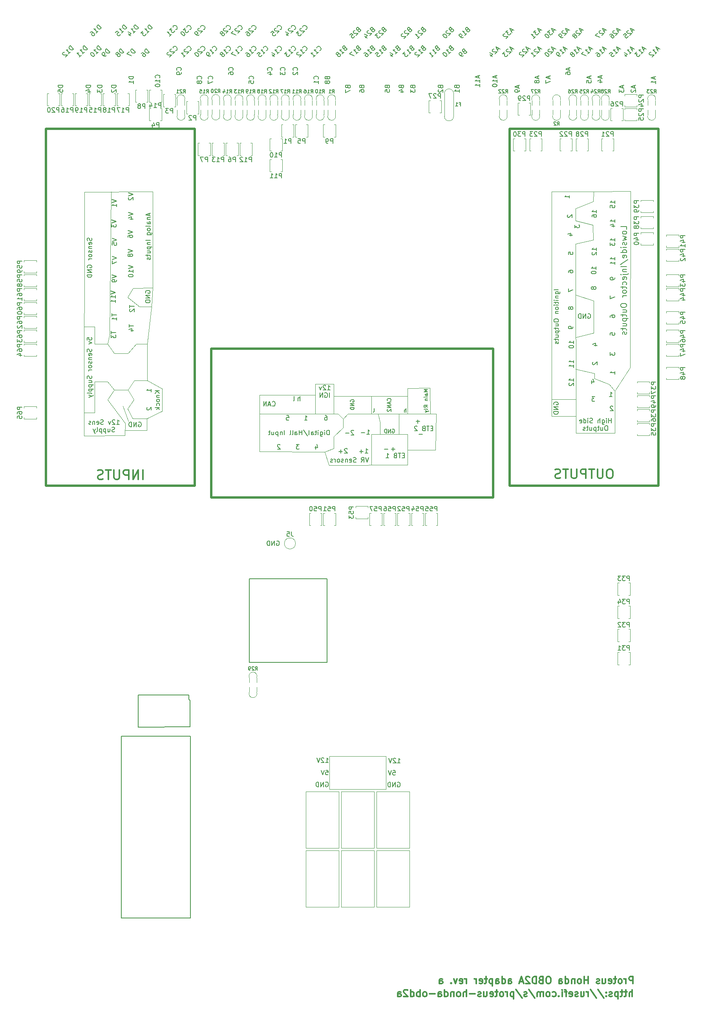
<source format=gbo>
G04 #@! TF.GenerationSoftware,KiCad,Pcbnew,(5.99.0-13086-gffd1139cfe)*
G04 #@! TF.CreationDate,2021-11-05T01:59:13+03:00*
G04 #@! TF.ProjectId,proteusOBD2Ahonda,70726f74-6575-4734-9f42-443241686f6e,a*
G04 #@! TF.SameCoordinates,PX3473bc0PY108ee440*
G04 #@! TF.FileFunction,Legend,Bot*
G04 #@! TF.FilePolarity,Positive*
%FSLAX46Y46*%
G04 Gerber Fmt 4.6, Leading zero omitted, Abs format (unit mm)*
G04 Created by KiCad (PCBNEW (5.99.0-13086-gffd1139cfe)) date 2021-11-05 01:59:13*
%MOMM*%
%LPD*%
G01*
G04 APERTURE LIST*
%ADD10C,0.150000*%
%ADD11C,0.300000*%
%ADD12C,0.127000*%
%ADD13C,0.152400*%
%ADD14C,0.200000*%
%ADD15C,0.139700*%
%ADD16C,0.120000*%
%ADD17C,0.099060*%
%ADD18C,0.500000*%
G04 APERTURE END LIST*
D10*
X71694213Y51300000D02*
X71789451Y51347620D01*
X71932308Y51347620D01*
X72075165Y51300000D01*
X72170403Y51204762D01*
X72218022Y51109524D01*
X72265641Y50919048D01*
X72265641Y50776191D01*
X72218022Y50585715D01*
X72170403Y50490477D01*
X72075165Y50395239D01*
X71932308Y50347620D01*
X71837070Y50347620D01*
X71694213Y50395239D01*
X71646594Y50442858D01*
X71646594Y50776191D01*
X71837070Y50776191D01*
X71218022Y50347620D02*
X71218022Y51347620D01*
X70646594Y50347620D01*
X70646594Y51347620D01*
X70170403Y50347620D02*
X70170403Y51347620D01*
X69932308Y51347620D01*
X69789451Y51300000D01*
X69694213Y51204762D01*
X69646594Y51109524D01*
X69598975Y50919048D01*
X69598975Y50776191D01*
X69646594Y50585715D01*
X69694213Y50490477D01*
X69789451Y50395239D01*
X69932308Y50347620D01*
X70170403Y50347620D01*
X87194213Y55487620D02*
X87765641Y55487620D01*
X87479927Y55487620D02*
X87479927Y56487620D01*
X87575165Y56344762D01*
X87670403Y56249524D01*
X87765641Y56201905D01*
X86813260Y56392381D02*
X86765641Y56440000D01*
X86670403Y56487620D01*
X86432308Y56487620D01*
X86337070Y56440000D01*
X86289451Y56392381D01*
X86241832Y56297143D01*
X86241832Y56201905D01*
X86289451Y56059048D01*
X86860879Y55487620D01*
X86241832Y55487620D01*
X85956118Y56487620D02*
X85622784Y55487620D01*
X85289451Y56487620D01*
X87194213Y51240000D02*
X87289451Y51287620D01*
X87432308Y51287620D01*
X87575165Y51240000D01*
X87670403Y51144762D01*
X87718022Y51049524D01*
X87765641Y50859048D01*
X87765641Y50716191D01*
X87718022Y50525715D01*
X87670403Y50430477D01*
X87575165Y50335239D01*
X87432308Y50287620D01*
X87337070Y50287620D01*
X87194213Y50335239D01*
X87146594Y50382858D01*
X87146594Y50716191D01*
X87337070Y50716191D01*
X86718022Y50287620D02*
X86718022Y51287620D01*
X86146594Y50287620D01*
X86146594Y51287620D01*
X85670403Y50287620D02*
X85670403Y51287620D01*
X85432308Y51287620D01*
X85289451Y51240000D01*
X85194213Y51144762D01*
X85146594Y51049524D01*
X85098975Y50859048D01*
X85098975Y50716191D01*
X85146594Y50525715D01*
X85194213Y50430477D01*
X85289451Y50335239D01*
X85432308Y50287620D01*
X85670403Y50287620D01*
X61140595Y103300000D02*
X61235833Y103347620D01*
X61378690Y103347620D01*
X61521547Y103300000D01*
X61616785Y103204762D01*
X61664404Y103109524D01*
X61712023Y102919048D01*
X61712023Y102776191D01*
X61664404Y102585715D01*
X61616785Y102490477D01*
X61521547Y102395239D01*
X61378690Y102347620D01*
X61283452Y102347620D01*
X61140595Y102395239D01*
X61092976Y102442858D01*
X61092976Y102776191D01*
X61283452Y102776191D01*
X60664404Y102347620D02*
X60664404Y103347620D01*
X60092976Y102347620D01*
X60092976Y103347620D01*
X59616785Y102347620D02*
X59616785Y103347620D01*
X59378690Y103347620D01*
X59235833Y103300000D01*
X59140595Y103204762D01*
X59092976Y103109524D01*
X59045357Y102919048D01*
X59045357Y102776191D01*
X59092976Y102585715D01*
X59140595Y102490477D01*
X59235833Y102395239D01*
X59378690Y102347620D01*
X59616785Y102347620D01*
D11*
X137825714Y5081429D02*
X137825714Y6581429D01*
X137182857Y5081429D02*
X137182857Y5867143D01*
X137254285Y6010000D01*
X137397142Y6081429D01*
X137611428Y6081429D01*
X137754285Y6010000D01*
X137825714Y5938572D01*
X136682857Y6081429D02*
X136111428Y6081429D01*
X136468571Y6581429D02*
X136468571Y5295715D01*
X136397142Y5152858D01*
X136254285Y5081429D01*
X136111428Y5081429D01*
X135825714Y6081429D02*
X135254285Y6081429D01*
X135611428Y6581429D02*
X135611428Y5295715D01*
X135540000Y5152858D01*
X135397142Y5081429D01*
X135254285Y5081429D01*
X134754285Y6081429D02*
X134754285Y4581429D01*
X134754285Y6010000D02*
X134611428Y6081429D01*
X134325714Y6081429D01*
X134182857Y6010000D01*
X134111428Y5938572D01*
X134040000Y5795715D01*
X134040000Y5367143D01*
X134111428Y5224286D01*
X134182857Y5152858D01*
X134325714Y5081429D01*
X134611428Y5081429D01*
X134754285Y5152858D01*
X133468571Y5152858D02*
X133325714Y5081429D01*
X133040000Y5081429D01*
X132897142Y5152858D01*
X132825714Y5295715D01*
X132825714Y5367143D01*
X132897142Y5510000D01*
X133040000Y5581429D01*
X133254285Y5581429D01*
X133397142Y5652858D01*
X133468571Y5795715D01*
X133468571Y5867143D01*
X133397142Y6010000D01*
X133254285Y6081429D01*
X133040000Y6081429D01*
X132897142Y6010000D01*
X132182857Y5224286D02*
X132111428Y5152858D01*
X132182857Y5081429D01*
X132254285Y5152858D01*
X132182857Y5224286D01*
X132182857Y5081429D01*
X132182857Y6010000D02*
X132111428Y5938572D01*
X132182857Y5867143D01*
X132254285Y5938572D01*
X132182857Y6010000D01*
X132182857Y5867143D01*
X130397142Y6652858D02*
X131682857Y4724286D01*
X128825714Y6652858D02*
X130111428Y4724286D01*
X128325714Y5081429D02*
X128325714Y6081429D01*
X128325714Y5795715D02*
X128254285Y5938572D01*
X128182857Y6010000D01*
X128040000Y6081429D01*
X127897142Y6081429D01*
X126754285Y6081429D02*
X126754285Y5081429D01*
X127397142Y6081429D02*
X127397142Y5295715D01*
X127325714Y5152858D01*
X127182857Y5081429D01*
X126968571Y5081429D01*
X126825714Y5152858D01*
X126754285Y5224286D01*
X126111428Y5152858D02*
X125968571Y5081429D01*
X125682857Y5081429D01*
X125540000Y5152858D01*
X125468571Y5295715D01*
X125468571Y5367143D01*
X125540000Y5510000D01*
X125682857Y5581429D01*
X125897142Y5581429D01*
X126040000Y5652858D01*
X126111428Y5795715D01*
X126111428Y5867143D01*
X126040000Y6010000D01*
X125897142Y6081429D01*
X125682857Y6081429D01*
X125540000Y6010000D01*
X124254285Y5152858D02*
X124397142Y5081429D01*
X124682857Y5081429D01*
X124825714Y5152858D01*
X124897142Y5295715D01*
X124897142Y5867143D01*
X124825714Y6010000D01*
X124682857Y6081429D01*
X124397142Y6081429D01*
X124254285Y6010000D01*
X124182857Y5867143D01*
X124182857Y5724286D01*
X124897142Y5581429D01*
X123754285Y6081429D02*
X123182857Y6081429D01*
X123540000Y5081429D02*
X123540000Y6367143D01*
X123468571Y6510000D01*
X123325714Y6581429D01*
X123182857Y6581429D01*
X122682857Y5081429D02*
X122682857Y6081429D01*
X122682857Y6581429D02*
X122754285Y6510000D01*
X122682857Y6438572D01*
X122611428Y6510000D01*
X122682857Y6581429D01*
X122682857Y6438572D01*
X121968571Y5224286D02*
X121897142Y5152858D01*
X121968571Y5081429D01*
X122040000Y5152858D01*
X121968571Y5224286D01*
X121968571Y5081429D01*
X120611428Y5152858D02*
X120754285Y5081429D01*
X121040000Y5081429D01*
X121182857Y5152858D01*
X121254285Y5224286D01*
X121325714Y5367143D01*
X121325714Y5795715D01*
X121254285Y5938572D01*
X121182857Y6010000D01*
X121040000Y6081429D01*
X120754285Y6081429D01*
X120611428Y6010000D01*
X119754285Y5081429D02*
X119897142Y5152858D01*
X119968571Y5224286D01*
X120040000Y5367143D01*
X120040000Y5795715D01*
X119968571Y5938572D01*
X119897142Y6010000D01*
X119754285Y6081429D01*
X119540000Y6081429D01*
X119397142Y6010000D01*
X119325714Y5938572D01*
X119254285Y5795715D01*
X119254285Y5367143D01*
X119325714Y5224286D01*
X119397142Y5152858D01*
X119540000Y5081429D01*
X119754285Y5081429D01*
X118611428Y5081429D02*
X118611428Y6081429D01*
X118611428Y5938572D02*
X118540000Y6010000D01*
X118397142Y6081429D01*
X118182857Y6081429D01*
X118040000Y6010000D01*
X117968571Y5867143D01*
X117968571Y5081429D01*
X117968571Y5867143D02*
X117897142Y6010000D01*
X117754285Y6081429D01*
X117540000Y6081429D01*
X117397142Y6010000D01*
X117325714Y5867143D01*
X117325714Y5081429D01*
X115540000Y6652858D02*
X116825714Y4724286D01*
X115111428Y5152858D02*
X114968571Y5081429D01*
X114682857Y5081429D01*
X114540000Y5152858D01*
X114468571Y5295715D01*
X114468571Y5367143D01*
X114540000Y5510000D01*
X114682857Y5581429D01*
X114897142Y5581429D01*
X115040000Y5652858D01*
X115111428Y5795715D01*
X115111428Y5867143D01*
X115040000Y6010000D01*
X114897142Y6081429D01*
X114682857Y6081429D01*
X114540000Y6010000D01*
X112754285Y6652858D02*
X114040000Y4724286D01*
X112254285Y6081429D02*
X112254285Y4581429D01*
X112254285Y6010000D02*
X112111428Y6081429D01*
X111825714Y6081429D01*
X111682857Y6010000D01*
X111611428Y5938572D01*
X111540000Y5795715D01*
X111540000Y5367143D01*
X111611428Y5224286D01*
X111682857Y5152858D01*
X111825714Y5081429D01*
X112111428Y5081429D01*
X112254285Y5152858D01*
X110897142Y5081429D02*
X110897142Y6081429D01*
X110897142Y5795715D02*
X110825714Y5938572D01*
X110754285Y6010000D01*
X110611428Y6081429D01*
X110468571Y6081429D01*
X109754285Y5081429D02*
X109897142Y5152858D01*
X109968571Y5224286D01*
X110040000Y5367143D01*
X110040000Y5795715D01*
X109968571Y5938572D01*
X109897142Y6010000D01*
X109754285Y6081429D01*
X109540000Y6081429D01*
X109397142Y6010000D01*
X109325714Y5938572D01*
X109254285Y5795715D01*
X109254285Y5367143D01*
X109325714Y5224286D01*
X109397142Y5152858D01*
X109540000Y5081429D01*
X109754285Y5081429D01*
X108825714Y6081429D02*
X108254285Y6081429D01*
X108611428Y6581429D02*
X108611428Y5295715D01*
X108540000Y5152858D01*
X108397142Y5081429D01*
X108254285Y5081429D01*
X107182857Y5152858D02*
X107325714Y5081429D01*
X107611428Y5081429D01*
X107754285Y5152858D01*
X107825714Y5295715D01*
X107825714Y5867143D01*
X107754285Y6010000D01*
X107611428Y6081429D01*
X107325714Y6081429D01*
X107182857Y6010000D01*
X107111428Y5867143D01*
X107111428Y5724286D01*
X107825714Y5581429D01*
X105825714Y6081429D02*
X105825714Y5081429D01*
X106468571Y6081429D02*
X106468571Y5295715D01*
X106397142Y5152858D01*
X106254285Y5081429D01*
X106040000Y5081429D01*
X105897142Y5152858D01*
X105825714Y5224286D01*
X105182857Y5152858D02*
X105040000Y5081429D01*
X104754285Y5081429D01*
X104611428Y5152858D01*
X104540000Y5295715D01*
X104540000Y5367143D01*
X104611428Y5510000D01*
X104754285Y5581429D01*
X104968571Y5581429D01*
X105111428Y5652858D01*
X105182857Y5795715D01*
X105182857Y5867143D01*
X105111428Y6010000D01*
X104968571Y6081429D01*
X104754285Y6081429D01*
X104611428Y6010000D01*
X103897142Y5652858D02*
X102754285Y5652858D01*
X102040000Y5081429D02*
X102040000Y6581429D01*
X101397142Y5081429D02*
X101397142Y5867143D01*
X101468571Y6010000D01*
X101611428Y6081429D01*
X101825714Y6081429D01*
X101968571Y6010000D01*
X102040000Y5938572D01*
X100468571Y5081429D02*
X100611428Y5152858D01*
X100682857Y5224286D01*
X100754285Y5367143D01*
X100754285Y5795715D01*
X100682857Y5938572D01*
X100611428Y6010000D01*
X100468571Y6081429D01*
X100254285Y6081429D01*
X100111428Y6010000D01*
X100040000Y5938572D01*
X99968571Y5795715D01*
X99968571Y5367143D01*
X100040000Y5224286D01*
X100111428Y5152858D01*
X100254285Y5081429D01*
X100468571Y5081429D01*
X99325714Y6081429D02*
X99325714Y5081429D01*
X99325714Y5938572D02*
X99254285Y6010000D01*
X99111428Y6081429D01*
X98897142Y6081429D01*
X98754285Y6010000D01*
X98682857Y5867143D01*
X98682857Y5081429D01*
X97325714Y5081429D02*
X97325714Y6581429D01*
X97325714Y5152858D02*
X97468571Y5081429D01*
X97754285Y5081429D01*
X97897142Y5152858D01*
X97968571Y5224286D01*
X98040000Y5367143D01*
X98040000Y5795715D01*
X97968571Y5938572D01*
X97897142Y6010000D01*
X97754285Y6081429D01*
X97468571Y6081429D01*
X97325714Y6010000D01*
X95968571Y5081429D02*
X95968571Y5867143D01*
X96040000Y6010000D01*
X96182857Y6081429D01*
X96468571Y6081429D01*
X96611428Y6010000D01*
X95968571Y5152858D02*
X96111428Y5081429D01*
X96468571Y5081429D01*
X96611428Y5152858D01*
X96682857Y5295715D01*
X96682857Y5438572D01*
X96611428Y5581429D01*
X96468571Y5652858D01*
X96111428Y5652858D01*
X95968571Y5724286D01*
X95254285Y5652858D02*
X94111428Y5652858D01*
X93182857Y5081429D02*
X93325714Y5152858D01*
X93397142Y5224286D01*
X93468571Y5367143D01*
X93468571Y5795715D01*
X93397142Y5938572D01*
X93325714Y6010000D01*
X93182857Y6081429D01*
X92968571Y6081429D01*
X92825714Y6010000D01*
X92754285Y5938572D01*
X92682857Y5795715D01*
X92682857Y5367143D01*
X92754285Y5224286D01*
X92825714Y5152858D01*
X92968571Y5081429D01*
X93182857Y5081429D01*
X92040000Y5081429D02*
X92040000Y6581429D01*
X92040000Y6010000D02*
X91897142Y6081429D01*
X91611428Y6081429D01*
X91468571Y6010000D01*
X91397142Y5938572D01*
X91325714Y5795715D01*
X91325714Y5367143D01*
X91397142Y5224286D01*
X91468571Y5152858D01*
X91611428Y5081429D01*
X91897142Y5081429D01*
X92040000Y5152858D01*
X90040000Y5081429D02*
X90040000Y6581429D01*
X90040000Y5152858D02*
X90182857Y5081429D01*
X90468571Y5081429D01*
X90611428Y5152858D01*
X90682857Y5224286D01*
X90754285Y5367143D01*
X90754285Y5795715D01*
X90682857Y5938572D01*
X90611428Y6010000D01*
X90468571Y6081429D01*
X90182857Y6081429D01*
X90040000Y6010000D01*
X89397142Y6438572D02*
X89325714Y6510000D01*
X89182857Y6581429D01*
X88825714Y6581429D01*
X88682857Y6510000D01*
X88611428Y6438572D01*
X88540000Y6295715D01*
X88540000Y6152858D01*
X88611428Y5938572D01*
X89468571Y5081429D01*
X88540000Y5081429D01*
X87254285Y5081429D02*
X87254285Y5867143D01*
X87325714Y6010000D01*
X87468571Y6081429D01*
X87754285Y6081429D01*
X87897142Y6010000D01*
X87254285Y5152858D02*
X87397142Y5081429D01*
X87754285Y5081429D01*
X87897142Y5152858D01*
X87968571Y5295715D01*
X87968571Y5438572D01*
X87897142Y5581429D01*
X87754285Y5652858D01*
X87397142Y5652858D01*
X87254285Y5724286D01*
X137957142Y7881429D02*
X137957142Y9381429D01*
X137385714Y9381429D01*
X137242857Y9310000D01*
X137171428Y9238572D01*
X137100000Y9095715D01*
X137100000Y8881429D01*
X137171428Y8738572D01*
X137242857Y8667143D01*
X137385714Y8595715D01*
X137957142Y8595715D01*
X136457142Y7881429D02*
X136457142Y8881429D01*
X136457142Y8595715D02*
X136385714Y8738572D01*
X136314285Y8810000D01*
X136171428Y8881429D01*
X136028571Y8881429D01*
X135314285Y7881429D02*
X135457142Y7952858D01*
X135528571Y8024286D01*
X135600000Y8167143D01*
X135600000Y8595715D01*
X135528571Y8738572D01*
X135457142Y8810000D01*
X135314285Y8881429D01*
X135100000Y8881429D01*
X134957142Y8810000D01*
X134885714Y8738572D01*
X134814285Y8595715D01*
X134814285Y8167143D01*
X134885714Y8024286D01*
X134957142Y7952858D01*
X135100000Y7881429D01*
X135314285Y7881429D01*
X134385714Y8881429D02*
X133814285Y8881429D01*
X134171428Y9381429D02*
X134171428Y8095715D01*
X134100000Y7952858D01*
X133957142Y7881429D01*
X133814285Y7881429D01*
X132742857Y7952858D02*
X132885714Y7881429D01*
X133171428Y7881429D01*
X133314285Y7952858D01*
X133385714Y8095715D01*
X133385714Y8667143D01*
X133314285Y8810000D01*
X133171428Y8881429D01*
X132885714Y8881429D01*
X132742857Y8810000D01*
X132671428Y8667143D01*
X132671428Y8524286D01*
X133385714Y8381429D01*
X131385714Y8881429D02*
X131385714Y7881429D01*
X132028571Y8881429D02*
X132028571Y8095715D01*
X131957142Y7952858D01*
X131814285Y7881429D01*
X131600000Y7881429D01*
X131457142Y7952858D01*
X131385714Y8024286D01*
X130742857Y7952858D02*
X130600000Y7881429D01*
X130314285Y7881429D01*
X130171428Y7952858D01*
X130100000Y8095715D01*
X130100000Y8167143D01*
X130171428Y8310000D01*
X130314285Y8381429D01*
X130528571Y8381429D01*
X130671428Y8452858D01*
X130742857Y8595715D01*
X130742857Y8667143D01*
X130671428Y8810000D01*
X130528571Y8881429D01*
X130314285Y8881429D01*
X130171428Y8810000D01*
X128314285Y7881429D02*
X128314285Y9381429D01*
X128314285Y8667143D02*
X127457142Y8667143D01*
X127457142Y7881429D02*
X127457142Y9381429D01*
X126528571Y7881429D02*
X126671428Y7952858D01*
X126742857Y8024286D01*
X126814285Y8167143D01*
X126814285Y8595715D01*
X126742857Y8738572D01*
X126671428Y8810000D01*
X126528571Y8881429D01*
X126314285Y8881429D01*
X126171428Y8810000D01*
X126100000Y8738572D01*
X126028571Y8595715D01*
X126028571Y8167143D01*
X126100000Y8024286D01*
X126171428Y7952858D01*
X126314285Y7881429D01*
X126528571Y7881429D01*
X125385714Y8881429D02*
X125385714Y7881429D01*
X125385714Y8738572D02*
X125314285Y8810000D01*
X125171428Y8881429D01*
X124957142Y8881429D01*
X124814285Y8810000D01*
X124742857Y8667143D01*
X124742857Y7881429D01*
X123385714Y7881429D02*
X123385714Y9381429D01*
X123385714Y7952858D02*
X123528571Y7881429D01*
X123814285Y7881429D01*
X123957142Y7952858D01*
X124028571Y8024286D01*
X124100000Y8167143D01*
X124100000Y8595715D01*
X124028571Y8738572D01*
X123957142Y8810000D01*
X123814285Y8881429D01*
X123528571Y8881429D01*
X123385714Y8810000D01*
X122028571Y7881429D02*
X122028571Y8667143D01*
X122100000Y8810000D01*
X122242857Y8881429D01*
X122528571Y8881429D01*
X122671428Y8810000D01*
X122028571Y7952858D02*
X122171428Y7881429D01*
X122528571Y7881429D01*
X122671428Y7952858D01*
X122742857Y8095715D01*
X122742857Y8238572D01*
X122671428Y8381429D01*
X122528571Y8452858D01*
X122171428Y8452858D01*
X122028571Y8524286D01*
X119885714Y9381429D02*
X119600000Y9381429D01*
X119457142Y9310000D01*
X119314285Y9167143D01*
X119242857Y8881429D01*
X119242857Y8381429D01*
X119314285Y8095715D01*
X119457142Y7952858D01*
X119600000Y7881429D01*
X119885714Y7881429D01*
X120028571Y7952858D01*
X120171428Y8095715D01*
X120242857Y8381429D01*
X120242857Y8881429D01*
X120171428Y9167143D01*
X120028571Y9310000D01*
X119885714Y9381429D01*
X118100000Y8667143D02*
X117885714Y8595715D01*
X117814285Y8524286D01*
X117742857Y8381429D01*
X117742857Y8167143D01*
X117814285Y8024286D01*
X117885714Y7952858D01*
X118028571Y7881429D01*
X118600000Y7881429D01*
X118600000Y9381429D01*
X118100000Y9381429D01*
X117957142Y9310000D01*
X117885714Y9238572D01*
X117814285Y9095715D01*
X117814285Y8952858D01*
X117885714Y8810000D01*
X117957142Y8738572D01*
X118100000Y8667143D01*
X118600000Y8667143D01*
X117100000Y7881429D02*
X117100000Y9381429D01*
X116742857Y9381429D01*
X116528571Y9310000D01*
X116385714Y9167143D01*
X116314285Y9024286D01*
X116242857Y8738572D01*
X116242857Y8524286D01*
X116314285Y8238572D01*
X116385714Y8095715D01*
X116528571Y7952858D01*
X116742857Y7881429D01*
X117100000Y7881429D01*
X115671428Y9238572D02*
X115600000Y9310000D01*
X115457142Y9381429D01*
X115100000Y9381429D01*
X114957142Y9310000D01*
X114885714Y9238572D01*
X114814285Y9095715D01*
X114814285Y8952858D01*
X114885714Y8738572D01*
X115742857Y7881429D01*
X114814285Y7881429D01*
X114242857Y8310000D02*
X113528571Y8310000D01*
X114385714Y7881429D02*
X113885714Y9381429D01*
X113385714Y7881429D01*
X111100000Y7881429D02*
X111100000Y8667143D01*
X111171428Y8810000D01*
X111314285Y8881429D01*
X111600000Y8881429D01*
X111742857Y8810000D01*
X111100000Y7952858D02*
X111242857Y7881429D01*
X111600000Y7881429D01*
X111742857Y7952858D01*
X111814285Y8095715D01*
X111814285Y8238572D01*
X111742857Y8381429D01*
X111600000Y8452858D01*
X111242857Y8452858D01*
X111100000Y8524286D01*
X109742857Y7881429D02*
X109742857Y9381429D01*
X109742857Y7952858D02*
X109885714Y7881429D01*
X110171428Y7881429D01*
X110314285Y7952858D01*
X110385714Y8024286D01*
X110457142Y8167143D01*
X110457142Y8595715D01*
X110385714Y8738572D01*
X110314285Y8810000D01*
X110171428Y8881429D01*
X109885714Y8881429D01*
X109742857Y8810000D01*
X108385714Y7881429D02*
X108385714Y8667143D01*
X108457142Y8810000D01*
X108600000Y8881429D01*
X108885714Y8881429D01*
X109028571Y8810000D01*
X108385714Y7952858D02*
X108528571Y7881429D01*
X108885714Y7881429D01*
X109028571Y7952858D01*
X109100000Y8095715D01*
X109100000Y8238572D01*
X109028571Y8381429D01*
X108885714Y8452858D01*
X108528571Y8452858D01*
X108385714Y8524286D01*
X107671428Y8881429D02*
X107671428Y7381429D01*
X107671428Y8810000D02*
X107528571Y8881429D01*
X107242857Y8881429D01*
X107100000Y8810000D01*
X107028571Y8738572D01*
X106957142Y8595715D01*
X106957142Y8167143D01*
X107028571Y8024286D01*
X107100000Y7952858D01*
X107242857Y7881429D01*
X107528571Y7881429D01*
X107671428Y7952858D01*
X106528571Y8881429D02*
X105957142Y8881429D01*
X106314285Y9381429D02*
X106314285Y8095715D01*
X106242857Y7952858D01*
X106100000Y7881429D01*
X105957142Y7881429D01*
X104885714Y7952858D02*
X105028571Y7881429D01*
X105314285Y7881429D01*
X105457142Y7952858D01*
X105528571Y8095715D01*
X105528571Y8667143D01*
X105457142Y8810000D01*
X105314285Y8881429D01*
X105028571Y8881429D01*
X104885714Y8810000D01*
X104814285Y8667143D01*
X104814285Y8524286D01*
X105528571Y8381429D01*
X104171428Y7881429D02*
X104171428Y8881429D01*
X104171428Y8595715D02*
X104100000Y8738572D01*
X104028571Y8810000D01*
X103885714Y8881429D01*
X103742857Y8881429D01*
X102100000Y7881429D02*
X102100000Y8881429D01*
X102100000Y8595715D02*
X102028571Y8738572D01*
X101957142Y8810000D01*
X101814285Y8881429D01*
X101671428Y8881429D01*
X100600000Y7952858D02*
X100742857Y7881429D01*
X101028571Y7881429D01*
X101171428Y7952858D01*
X101242857Y8095715D01*
X101242857Y8667143D01*
X101171428Y8810000D01*
X101028571Y8881429D01*
X100742857Y8881429D01*
X100600000Y8810000D01*
X100528571Y8667143D01*
X100528571Y8524286D01*
X101242857Y8381429D01*
X100028571Y8881429D02*
X99671428Y7881429D01*
X99314285Y8881429D01*
X98742857Y8024286D02*
X98671428Y7952858D01*
X98742857Y7881429D01*
X98814285Y7952858D01*
X98742857Y8024286D01*
X98742857Y7881429D01*
X96242857Y7881429D02*
X96242857Y8667143D01*
X96314285Y8810000D01*
X96457142Y8881429D01*
X96742857Y8881429D01*
X96885714Y8810000D01*
X96242857Y7952858D02*
X96385714Y7881429D01*
X96742857Y7881429D01*
X96885714Y7952858D01*
X96957142Y8095715D01*
X96957142Y8238572D01*
X96885714Y8381429D01*
X96742857Y8452858D01*
X96385714Y8452858D01*
X96242857Y8524286D01*
D10*
X71712214Y53907620D02*
X72188404Y53907620D01*
X72236023Y53431429D01*
X72188404Y53479048D01*
X72093166Y53526667D01*
X71855071Y53526667D01*
X71759833Y53479048D01*
X71712214Y53431429D01*
X71664595Y53336191D01*
X71664595Y53098096D01*
X71712214Y53002858D01*
X71759833Y52955239D01*
X71855071Y52907620D01*
X72093166Y52907620D01*
X72188404Y52955239D01*
X72236023Y53002858D01*
X71378880Y53907620D02*
X71045547Y52907620D01*
X70712214Y53907620D01*
X86188214Y53847620D02*
X86664404Y53847620D01*
X86712023Y53371429D01*
X86664404Y53419048D01*
X86569166Y53466667D01*
X86331071Y53466667D01*
X86235833Y53419048D01*
X86188214Y53371429D01*
X86140595Y53276191D01*
X86140595Y53038096D01*
X86188214Y52942858D01*
X86235833Y52895239D01*
X86331071Y52847620D01*
X86569166Y52847620D01*
X86664404Y52895239D01*
X86712023Y52942858D01*
X85854880Y53847620D02*
X85521547Y52847620D01*
X85188214Y53847620D01*
X71694213Y55547620D02*
X72265641Y55547620D01*
X71979927Y55547620D02*
X71979927Y56547620D01*
X72075165Y56404762D01*
X72170403Y56309524D01*
X72265641Y56261905D01*
X71313260Y56452381D02*
X71265641Y56500000D01*
X71170403Y56547620D01*
X70932308Y56547620D01*
X70837070Y56500000D01*
X70789451Y56452381D01*
X70741832Y56357143D01*
X70741832Y56261905D01*
X70789451Y56119048D01*
X71360879Y55547620D01*
X70741832Y55547620D01*
X70456118Y56547620D02*
X70122784Y55547620D01*
X69789451Y56547620D01*
G04 #@! TO.C,P47*
X149202380Y145714286D02*
X148202380Y145714286D01*
X148202380Y145333334D01*
X148250000Y145238096D01*
X148297619Y145190477D01*
X148392857Y145142858D01*
X148535714Y145142858D01*
X148630952Y145190477D01*
X148678571Y145238096D01*
X148726190Y145333334D01*
X148726190Y145714286D01*
X148535714Y144285715D02*
X149202380Y144285715D01*
X148154761Y144523810D02*
X148869047Y144761905D01*
X148869047Y144142858D01*
X148202380Y143857143D02*
X148202380Y143190477D01*
X149202380Y143619048D01*
G04 #@! TO.C,P20*
X14214285Y195797620D02*
X14214285Y196797620D01*
X13833333Y196797620D01*
X13738095Y196750000D01*
X13690476Y196702381D01*
X13642857Y196607143D01*
X13642857Y196464286D01*
X13690476Y196369048D01*
X13738095Y196321429D01*
X13833333Y196273810D01*
X14214285Y196273810D01*
X13261904Y196702381D02*
X13214285Y196750000D01*
X13119047Y196797620D01*
X12880952Y196797620D01*
X12785714Y196750000D01*
X12738095Y196702381D01*
X12690476Y196607143D01*
X12690476Y196511905D01*
X12738095Y196369048D01*
X13309523Y195797620D01*
X12690476Y195797620D01*
X12071428Y196797620D02*
X11976190Y196797620D01*
X11880952Y196750000D01*
X11833333Y196702381D01*
X11785714Y196607143D01*
X11738095Y196416667D01*
X11738095Y196178572D01*
X11785714Y195988096D01*
X11833333Y195892858D01*
X11880952Y195845239D01*
X11976190Y195797620D01*
X12071428Y195797620D01*
X12166666Y195845239D01*
X12214285Y195892858D01*
X12261904Y195988096D01*
X12309523Y196178572D01*
X12309523Y196416667D01*
X12261904Y196607143D01*
X12214285Y196702381D01*
X12166666Y196750000D01*
X12071428Y196797620D01*
G04 #@! TO.C,P33*
X137214285Y94797620D02*
X137214285Y95797620D01*
X136833333Y95797620D01*
X136738095Y95750000D01*
X136690476Y95702381D01*
X136642857Y95607143D01*
X136642857Y95464286D01*
X136690476Y95369048D01*
X136738095Y95321429D01*
X136833333Y95273810D01*
X137214285Y95273810D01*
X136309523Y95797620D02*
X135690476Y95797620D01*
X136023809Y95416667D01*
X135880952Y95416667D01*
X135785714Y95369048D01*
X135738095Y95321429D01*
X135690476Y95226191D01*
X135690476Y94988096D01*
X135738095Y94892858D01*
X135785714Y94845239D01*
X135880952Y94797620D01*
X136166666Y94797620D01*
X136261904Y94845239D01*
X136309523Y94892858D01*
X135357142Y95797620D02*
X134738095Y95797620D01*
X135071428Y95416667D01*
X134928571Y95416667D01*
X134833333Y95369048D01*
X134785714Y95321429D01*
X134738095Y95226191D01*
X134738095Y94988096D01*
X134785714Y94892858D01*
X134833333Y94845239D01*
X134928571Y94797620D01*
X135214285Y94797620D01*
X135309523Y94845239D01*
X135357142Y94892858D01*
D12*
G04 #@! TO.C,R20*
X48489857Y200004806D02*
X48743857Y200367663D01*
X48925285Y200004806D02*
X48925285Y200766806D01*
X48635000Y200766806D01*
X48562428Y200730520D01*
X48526142Y200694235D01*
X48489857Y200621663D01*
X48489857Y200512806D01*
X48526142Y200440235D01*
X48562428Y200403949D01*
X48635000Y200367663D01*
X48925285Y200367663D01*
X48199571Y200694235D02*
X48163285Y200730520D01*
X48090714Y200766806D01*
X47909285Y200766806D01*
X47836714Y200730520D01*
X47800428Y200694235D01*
X47764142Y200621663D01*
X47764142Y200549092D01*
X47800428Y200440235D01*
X48235857Y200004806D01*
X47764142Y200004806D01*
X47292428Y200766806D02*
X47219857Y200766806D01*
X47147285Y200730520D01*
X47111000Y200694235D01*
X47074714Y200621663D01*
X47038428Y200476520D01*
X47038428Y200295092D01*
X47074714Y200149949D01*
X47111000Y200077378D01*
X47147285Y200041092D01*
X47219857Y200004806D01*
X47292428Y200004806D01*
X47365000Y200041092D01*
X47401285Y200077378D01*
X47437571Y200149949D01*
X47473857Y200295092D01*
X47473857Y200476520D01*
X47437571Y200621663D01*
X47401285Y200694235D01*
X47365000Y200730520D01*
X47292428Y200766806D01*
D10*
G04 #@! TO.C,P21*
X133714285Y190597620D02*
X133714285Y191597620D01*
X133333333Y191597620D01*
X133238095Y191550000D01*
X133190476Y191502381D01*
X133142857Y191407143D01*
X133142857Y191264286D01*
X133190476Y191169048D01*
X133238095Y191121429D01*
X133333333Y191073810D01*
X133714285Y191073810D01*
X132761904Y191502381D02*
X132714285Y191550000D01*
X132619047Y191597620D01*
X132380952Y191597620D01*
X132285714Y191550000D01*
X132238095Y191502381D01*
X132190476Y191407143D01*
X132190476Y191311905D01*
X132238095Y191169048D01*
X132809523Y190597620D01*
X132190476Y190597620D01*
X131238095Y190597620D02*
X131809523Y190597620D01*
X131523809Y190597620D02*
X131523809Y191597620D01*
X131619047Y191454762D01*
X131714285Y191359524D01*
X131809523Y191311905D01*
G04 #@! TO.C,P22*
X124714285Y190597620D02*
X124714285Y191597620D01*
X124333333Y191597620D01*
X124238095Y191550000D01*
X124190476Y191502381D01*
X124142857Y191407143D01*
X124142857Y191264286D01*
X124190476Y191169048D01*
X124238095Y191121429D01*
X124333333Y191073810D01*
X124714285Y191073810D01*
X123761904Y191502381D02*
X123714285Y191550000D01*
X123619047Y191597620D01*
X123380952Y191597620D01*
X123285714Y191550000D01*
X123238095Y191502381D01*
X123190476Y191407143D01*
X123190476Y191311905D01*
X123238095Y191169048D01*
X123809523Y190597620D01*
X123190476Y190597620D01*
X122809523Y191502381D02*
X122761904Y191550000D01*
X122666666Y191597620D01*
X122428571Y191597620D01*
X122333333Y191550000D01*
X122285714Y191502381D01*
X122238095Y191407143D01*
X122238095Y191311905D01*
X122285714Y191169048D01*
X122857142Y190597620D01*
X122238095Y190597620D01*
D12*
G04 #@! TO.C,R18*
X58489857Y199955286D02*
X58743857Y200318143D01*
X58925285Y199955286D02*
X58925285Y200717286D01*
X58635000Y200717286D01*
X58562428Y200681000D01*
X58526142Y200644715D01*
X58489857Y200572143D01*
X58489857Y200463286D01*
X58526142Y200390715D01*
X58562428Y200354429D01*
X58635000Y200318143D01*
X58925285Y200318143D01*
X57764142Y199955286D02*
X58199571Y199955286D01*
X57981857Y199955286D02*
X57981857Y200717286D01*
X58054428Y200608429D01*
X58127000Y200535858D01*
X58199571Y200499572D01*
X57328714Y200390715D02*
X57401285Y200427000D01*
X57437571Y200463286D01*
X57473857Y200535858D01*
X57473857Y200572143D01*
X57437571Y200644715D01*
X57401285Y200681000D01*
X57328714Y200717286D01*
X57183571Y200717286D01*
X57111000Y200681000D01*
X57074714Y200644715D01*
X57038428Y200572143D01*
X57038428Y200535858D01*
X57074714Y200463286D01*
X57111000Y200427000D01*
X57183571Y200390715D01*
X57328714Y200390715D01*
X57401285Y200354429D01*
X57437571Y200318143D01*
X57473857Y200245572D01*
X57473857Y200100429D01*
X57437571Y200027858D01*
X57401285Y199991572D01*
X57328714Y199955286D01*
X57183571Y199955286D01*
X57111000Y199991572D01*
X57074714Y200027858D01*
X57038428Y200100429D01*
X57038428Y200245572D01*
X57074714Y200318143D01*
X57111000Y200354429D01*
X57183571Y200390715D01*
D10*
G04 #@! TO.C,P29*
X115714285Y198297620D02*
X115714285Y199297620D01*
X115333333Y199297620D01*
X115238095Y199250000D01*
X115190476Y199202381D01*
X115142857Y199107143D01*
X115142857Y198964286D01*
X115190476Y198869048D01*
X115238095Y198821429D01*
X115333333Y198773810D01*
X115714285Y198773810D01*
X114761904Y199202381D02*
X114714285Y199250000D01*
X114619047Y199297620D01*
X114380952Y199297620D01*
X114285714Y199250000D01*
X114238095Y199202381D01*
X114190476Y199107143D01*
X114190476Y199011905D01*
X114238095Y198869048D01*
X114809523Y198297620D01*
X114190476Y198297620D01*
X113714285Y198297620D02*
X113523809Y198297620D01*
X113428571Y198345239D01*
X113380952Y198392858D01*
X113285714Y198535715D01*
X113238095Y198726191D01*
X113238095Y199107143D01*
X113285714Y199202381D01*
X113333333Y199250000D01*
X113428571Y199297620D01*
X113619047Y199297620D01*
X113714285Y199250000D01*
X113761904Y199202381D01*
X113809523Y199107143D01*
X113809523Y198869048D01*
X113761904Y198773810D01*
X113714285Y198726191D01*
X113619047Y198678572D01*
X113428571Y198678572D01*
X113333333Y198726191D01*
X113285714Y198773810D01*
X113238095Y198869048D01*
G04 #@! TO.C,P30*
X114714285Y190597620D02*
X114714285Y191597620D01*
X114333333Y191597620D01*
X114238095Y191550000D01*
X114190476Y191502381D01*
X114142857Y191407143D01*
X114142857Y191264286D01*
X114190476Y191169048D01*
X114238095Y191121429D01*
X114333333Y191073810D01*
X114714285Y191073810D01*
X113809523Y191597620D02*
X113190476Y191597620D01*
X113523809Y191216667D01*
X113380952Y191216667D01*
X113285714Y191169048D01*
X113238095Y191121429D01*
X113190476Y191026191D01*
X113190476Y190788096D01*
X113238095Y190692858D01*
X113285714Y190645239D01*
X113380952Y190597620D01*
X113666666Y190597620D01*
X113761904Y190645239D01*
X113809523Y190692858D01*
X112571428Y191597620D02*
X112476190Y191597620D01*
X112380952Y191550000D01*
X112333333Y191502381D01*
X112285714Y191407143D01*
X112238095Y191216667D01*
X112238095Y190978572D01*
X112285714Y190788096D01*
X112333333Y190692858D01*
X112380952Y190645239D01*
X112476190Y190597620D01*
X112571428Y190597620D01*
X112666666Y190645239D01*
X112714285Y190692858D01*
X112761904Y190788096D01*
X112809523Y190978572D01*
X112809523Y191216667D01*
X112761904Y191407143D01*
X112714285Y191502381D01*
X112666666Y191550000D01*
X112571428Y191597620D01*
G04 #@! TO.C,P32*
X137214285Y84797620D02*
X137214285Y85797620D01*
X136833333Y85797620D01*
X136738095Y85750000D01*
X136690476Y85702381D01*
X136642857Y85607143D01*
X136642857Y85464286D01*
X136690476Y85369048D01*
X136738095Y85321429D01*
X136833333Y85273810D01*
X137214285Y85273810D01*
X136309523Y85797620D02*
X135690476Y85797620D01*
X136023809Y85416667D01*
X135880952Y85416667D01*
X135785714Y85369048D01*
X135738095Y85321429D01*
X135690476Y85226191D01*
X135690476Y84988096D01*
X135738095Y84892858D01*
X135785714Y84845239D01*
X135880952Y84797620D01*
X136166666Y84797620D01*
X136261904Y84845239D01*
X136309523Y84892858D01*
X135309523Y85702381D02*
X135261904Y85750000D01*
X135166666Y85797620D01*
X134928571Y85797620D01*
X134833333Y85750000D01*
X134785714Y85702381D01*
X134738095Y85607143D01*
X134738095Y85511905D01*
X134785714Y85369048D01*
X135357142Y84797620D01*
X134738095Y84797620D01*
D12*
G04 #@! TO.C,R25*
X127989857Y199955286D02*
X128243857Y200318143D01*
X128425285Y199955286D02*
X128425285Y200717286D01*
X128135000Y200717286D01*
X128062428Y200681000D01*
X128026142Y200644715D01*
X127989857Y200572143D01*
X127989857Y200463286D01*
X128026142Y200390715D01*
X128062428Y200354429D01*
X128135000Y200318143D01*
X128425285Y200318143D01*
X127699571Y200644715D02*
X127663285Y200681000D01*
X127590714Y200717286D01*
X127409285Y200717286D01*
X127336714Y200681000D01*
X127300428Y200644715D01*
X127264142Y200572143D01*
X127264142Y200499572D01*
X127300428Y200390715D01*
X127735857Y199955286D01*
X127264142Y199955286D01*
X126574714Y200717286D02*
X126937571Y200717286D01*
X126973857Y200354429D01*
X126937571Y200390715D01*
X126865000Y200427000D01*
X126683571Y200427000D01*
X126611000Y200390715D01*
X126574714Y200354429D01*
X126538428Y200281858D01*
X126538428Y200100429D01*
X126574714Y200027858D01*
X126611000Y199991572D01*
X126683571Y199955286D01*
X126865000Y199955286D01*
X126937571Y199991572D01*
X126973857Y200027858D01*
D10*
G04 #@! TO.C,P62*
X6202380Y151714286D02*
X5202380Y151714286D01*
X5202380Y151333334D01*
X5250000Y151238096D01*
X5297619Y151190477D01*
X5392857Y151142858D01*
X5535714Y151142858D01*
X5630952Y151190477D01*
X5678571Y151238096D01*
X5726190Y151333334D01*
X5726190Y151714286D01*
X5202380Y150285715D02*
X5202380Y150476191D01*
X5250000Y150571429D01*
X5297619Y150619048D01*
X5440476Y150714286D01*
X5630952Y150761905D01*
X6011904Y150761905D01*
X6107142Y150714286D01*
X6154761Y150666667D01*
X6202380Y150571429D01*
X6202380Y150380953D01*
X6154761Y150285715D01*
X6107142Y150238096D01*
X6011904Y150190477D01*
X5773809Y150190477D01*
X5678571Y150238096D01*
X5630952Y150285715D01*
X5583333Y150380953D01*
X5583333Y150571429D01*
X5630952Y150666667D01*
X5678571Y150714286D01*
X5773809Y150761905D01*
X5297619Y149809524D02*
X5250000Y149761905D01*
X5202380Y149666667D01*
X5202380Y149428572D01*
X5250000Y149333334D01*
X5297619Y149285715D01*
X5392857Y149238096D01*
X5488095Y149238096D01*
X5630952Y149285715D01*
X6202380Y149857143D01*
X6202380Y149238096D01*
G04 #@! TO.C,P45*
X149202380Y152714286D02*
X148202380Y152714286D01*
X148202380Y152333334D01*
X148250000Y152238096D01*
X148297619Y152190477D01*
X148392857Y152142858D01*
X148535714Y152142858D01*
X148630952Y152190477D01*
X148678571Y152238096D01*
X148726190Y152333334D01*
X148726190Y152714286D01*
X148535714Y151285715D02*
X149202380Y151285715D01*
X148154761Y151523810D02*
X148869047Y151761905D01*
X148869047Y151142858D01*
X148202380Y150285715D02*
X148202380Y150761905D01*
X148678571Y150809524D01*
X148630952Y150761905D01*
X148583333Y150666667D01*
X148583333Y150428572D01*
X148630952Y150333334D01*
X148678571Y150285715D01*
X148773809Y150238096D01*
X149011904Y150238096D01*
X149107142Y150285715D01*
X149154761Y150333334D01*
X149202380Y150428572D01*
X149202380Y150666667D01*
X149154761Y150761905D01*
X149107142Y150809524D01*
G04 #@! TO.C,P1*
X64238095Y189097620D02*
X64238095Y190097620D01*
X63857142Y190097620D01*
X63761904Y190050000D01*
X63714285Y190002381D01*
X63666666Y189907143D01*
X63666666Y189764286D01*
X63714285Y189669048D01*
X63761904Y189621429D01*
X63857142Y189573810D01*
X64238095Y189573810D01*
X62714285Y189097620D02*
X63285714Y189097620D01*
X63000000Y189097620D02*
X63000000Y190097620D01*
X63095238Y189954762D01*
X63190476Y189859524D01*
X63285714Y189811905D01*
G04 #@! TO.C,P4*
X35753147Y192542113D02*
X35753147Y193542113D01*
X35372194Y193542113D01*
X35276956Y193494493D01*
X35229337Y193446874D01*
X35181718Y193351636D01*
X35181718Y193208779D01*
X35229337Y193113541D01*
X35276956Y193065922D01*
X35372194Y193018303D01*
X35753147Y193018303D01*
X34324575Y193208779D02*
X34324575Y192542113D01*
X34562671Y193589732D02*
X34800766Y192875446D01*
X34181718Y192875446D01*
G04 #@! TO.C,P64*
X6202380Y145714286D02*
X5202380Y145714286D01*
X5202380Y145333334D01*
X5250000Y145238096D01*
X5297619Y145190477D01*
X5392857Y145142858D01*
X5535714Y145142858D01*
X5630952Y145190477D01*
X5678571Y145238096D01*
X5726190Y145333334D01*
X5726190Y145714286D01*
X5202380Y144285715D02*
X5202380Y144476191D01*
X5250000Y144571429D01*
X5297619Y144619048D01*
X5440476Y144714286D01*
X5630952Y144761905D01*
X6011904Y144761905D01*
X6107142Y144714286D01*
X6154761Y144666667D01*
X6202380Y144571429D01*
X6202380Y144380953D01*
X6154761Y144285715D01*
X6107142Y144238096D01*
X6011904Y144190477D01*
X5773809Y144190477D01*
X5678571Y144238096D01*
X5630952Y144285715D01*
X5583333Y144380953D01*
X5583333Y144571429D01*
X5630952Y144666667D01*
X5678571Y144714286D01*
X5773809Y144761905D01*
X5535714Y143333334D02*
X6202380Y143333334D01*
X5154761Y143571429D02*
X5869047Y143809524D01*
X5869047Y143190477D01*
G04 #@! TO.C,P51*
X73714285Y109797620D02*
X73714285Y110797620D01*
X73333333Y110797620D01*
X73238095Y110750000D01*
X73190476Y110702381D01*
X73142857Y110607143D01*
X73142857Y110464286D01*
X73190476Y110369048D01*
X73238095Y110321429D01*
X73333333Y110273810D01*
X73714285Y110273810D01*
X72238095Y110797620D02*
X72714285Y110797620D01*
X72761904Y110321429D01*
X72714285Y110369048D01*
X72619047Y110416667D01*
X72380952Y110416667D01*
X72285714Y110369048D01*
X72238095Y110321429D01*
X72190476Y110226191D01*
X72190476Y109988096D01*
X72238095Y109892858D01*
X72285714Y109845239D01*
X72380952Y109797620D01*
X72619047Y109797620D01*
X72714285Y109845239D01*
X72761904Y109892858D01*
X71238095Y109797620D02*
X71809523Y109797620D01*
X71523809Y109797620D02*
X71523809Y110797620D01*
X71619047Y110654762D01*
X71714285Y110559524D01*
X71809523Y110511905D01*
G04 #@! TO.C,P19*
X20214286Y195797620D02*
X20214286Y196797620D01*
X19833334Y196797620D01*
X19738096Y196750000D01*
X19690477Y196702381D01*
X19642858Y196607143D01*
X19642858Y196464286D01*
X19690477Y196369048D01*
X19738096Y196321429D01*
X19833334Y196273810D01*
X20214286Y196273810D01*
X18690477Y195797620D02*
X19261905Y195797620D01*
X18976191Y195797620D02*
X18976191Y196797620D01*
X19071429Y196654762D01*
X19166667Y196559524D01*
X19261905Y196511905D01*
X18214286Y195797620D02*
X18023810Y195797620D01*
X17928572Y195845239D01*
X17880953Y195892858D01*
X17785715Y196035715D01*
X17738096Y196226191D01*
X17738096Y196607143D01*
X17785715Y196702381D01*
X17833334Y196750000D01*
X17928572Y196797620D01*
X18119048Y196797620D01*
X18214286Y196750000D01*
X18261905Y196702381D01*
X18309524Y196607143D01*
X18309524Y196369048D01*
X18261905Y196273810D01*
X18214286Y196226191D01*
X18119048Y196178572D01*
X17928572Y196178572D01*
X17833334Y196226191D01*
X17785715Y196273810D01*
X17738096Y196369048D01*
G04 #@! TO.C,P25*
X140202380Y196514286D02*
X139202380Y196514286D01*
X139202380Y196133334D01*
X139250000Y196038096D01*
X139297619Y195990477D01*
X139392857Y195942858D01*
X139535714Y195942858D01*
X139630952Y195990477D01*
X139678571Y196038096D01*
X139726190Y196133334D01*
X139726190Y196514286D01*
X139297619Y195561905D02*
X139250000Y195514286D01*
X139202380Y195419048D01*
X139202380Y195180953D01*
X139250000Y195085715D01*
X139297619Y195038096D01*
X139392857Y194990477D01*
X139488095Y194990477D01*
X139630952Y195038096D01*
X140202380Y195609524D01*
X140202380Y194990477D01*
X139202380Y194085715D02*
X139202380Y194561905D01*
X139678571Y194609524D01*
X139630952Y194561905D01*
X139583333Y194466667D01*
X139583333Y194228572D01*
X139630952Y194133334D01*
X139678571Y194085715D01*
X139773809Y194038096D01*
X140011904Y194038096D01*
X140107142Y194085715D01*
X140154761Y194133334D01*
X140202380Y194228572D01*
X140202380Y194466667D01*
X140154761Y194561905D01*
X140107142Y194609524D01*
G04 #@! TO.C,P31*
X137214285Y79797620D02*
X137214285Y80797620D01*
X136833333Y80797620D01*
X136738095Y80750000D01*
X136690476Y80702381D01*
X136642857Y80607143D01*
X136642857Y80464286D01*
X136690476Y80369048D01*
X136738095Y80321429D01*
X136833333Y80273810D01*
X137214285Y80273810D01*
X136309523Y80797620D02*
X135690476Y80797620D01*
X136023809Y80416667D01*
X135880952Y80416667D01*
X135785714Y80369048D01*
X135738095Y80321429D01*
X135690476Y80226191D01*
X135690476Y79988096D01*
X135738095Y79892858D01*
X135785714Y79845239D01*
X135880952Y79797620D01*
X136166666Y79797620D01*
X136261904Y79845239D01*
X136309523Y79892858D01*
X134738095Y79797620D02*
X135309523Y79797620D01*
X135023809Y79797620D02*
X135023809Y80797620D01*
X135119047Y80654762D01*
X135214285Y80559524D01*
X135309523Y80511905D01*
G04 #@! TO.C,P35*
X142902380Y128614286D02*
X141902380Y128614286D01*
X141902380Y128233334D01*
X141950000Y128138096D01*
X141997619Y128090477D01*
X142092857Y128042858D01*
X142235714Y128042858D01*
X142330952Y128090477D01*
X142378571Y128138096D01*
X142426190Y128233334D01*
X142426190Y128614286D01*
X141902380Y127709524D02*
X141902380Y127090477D01*
X142283333Y127423810D01*
X142283333Y127280953D01*
X142330952Y127185715D01*
X142378571Y127138096D01*
X142473809Y127090477D01*
X142711904Y127090477D01*
X142807142Y127138096D01*
X142854761Y127185715D01*
X142902380Y127280953D01*
X142902380Y127566667D01*
X142854761Y127661905D01*
X142807142Y127709524D01*
X141902380Y126185715D02*
X141902380Y126661905D01*
X142378571Y126709524D01*
X142330952Y126661905D01*
X142283333Y126566667D01*
X142283333Y126328572D01*
X142330952Y126233334D01*
X142378571Y126185715D01*
X142473809Y126138096D01*
X142711904Y126138096D01*
X142807142Y126185715D01*
X142854761Y126233334D01*
X142902380Y126328572D01*
X142902380Y126566667D01*
X142854761Y126661905D01*
X142807142Y126709524D01*
G04 #@! TO.C,P7*
X46238095Y185097620D02*
X46238095Y186097620D01*
X45857142Y186097620D01*
X45761904Y186050000D01*
X45714285Y186002381D01*
X45666666Y185907143D01*
X45666666Y185764286D01*
X45714285Y185669048D01*
X45761904Y185621429D01*
X45857142Y185573810D01*
X46238095Y185573810D01*
X45333333Y186097620D02*
X44666666Y186097620D01*
X45095238Y185097620D01*
G04 #@! TO.C,P24*
X140202380Y199514286D02*
X139202380Y199514286D01*
X139202380Y199133334D01*
X139250000Y199038096D01*
X139297619Y198990477D01*
X139392857Y198942858D01*
X139535714Y198942858D01*
X139630952Y198990477D01*
X139678571Y199038096D01*
X139726190Y199133334D01*
X139726190Y199514286D01*
X139297619Y198561905D02*
X139250000Y198514286D01*
X139202380Y198419048D01*
X139202380Y198180953D01*
X139250000Y198085715D01*
X139297619Y198038096D01*
X139392857Y197990477D01*
X139488095Y197990477D01*
X139630952Y198038096D01*
X140202380Y198609524D01*
X140202380Y197990477D01*
X139535714Y197133334D02*
X140202380Y197133334D01*
X139154761Y197371429D02*
X139869047Y197609524D01*
X139869047Y196990477D01*
G04 #@! TO.C,P44*
X149202380Y157714286D02*
X148202380Y157714286D01*
X148202380Y157333334D01*
X148250000Y157238096D01*
X148297619Y157190477D01*
X148392857Y157142858D01*
X148535714Y157142858D01*
X148630952Y157190477D01*
X148678571Y157238096D01*
X148726190Y157333334D01*
X148726190Y157714286D01*
X148535714Y156285715D02*
X149202380Y156285715D01*
X148154761Y156523810D02*
X148869047Y156761905D01*
X148869047Y156142858D01*
X148535714Y155333334D02*
X149202380Y155333334D01*
X148154761Y155571429D02*
X148869047Y155809524D01*
X148869047Y155190477D01*
G04 #@! TO.C,BRD1*
X67147286Y129371620D02*
X67718715Y129371620D01*
X67433001Y129371620D02*
X67433001Y130371620D01*
X67528239Y130228762D01*
X67623477Y130133524D01*
X67718715Y130085905D01*
X124035381Y161256524D02*
X124035381Y161447000D01*
X124083001Y161542239D01*
X124130620Y161589858D01*
X124273477Y161685096D01*
X124463953Y161732715D01*
X124844905Y161732715D01*
X124940143Y161685096D01*
X124987762Y161637477D01*
X125035381Y161542239D01*
X125035381Y161351762D01*
X124987762Y161256524D01*
X124940143Y161208905D01*
X124844905Y161161286D01*
X124606810Y161161286D01*
X124511572Y161208905D01*
X124463953Y161256524D01*
X124416334Y161351762D01*
X124416334Y161542239D01*
X124463953Y161637477D01*
X124511572Y161685096D01*
X124606810Y161732715D01*
D11*
X133161905Y118820239D02*
X132780953Y118820239D01*
X132590477Y118725000D01*
X132400001Y118534524D01*
X132304762Y118153572D01*
X132304762Y117486905D01*
X132400001Y117105953D01*
X132590477Y116915477D01*
X132780953Y116820239D01*
X133161905Y116820239D01*
X133352381Y116915477D01*
X133542858Y117105953D01*
X133638096Y117486905D01*
X133638096Y118153572D01*
X133542858Y118534524D01*
X133352381Y118725000D01*
X133161905Y118820239D01*
X131447620Y118820239D02*
X131447620Y117201191D01*
X131352381Y117010715D01*
X131257143Y116915477D01*
X131066667Y116820239D01*
X130685715Y116820239D01*
X130495239Y116915477D01*
X130400001Y117010715D01*
X130304762Y117201191D01*
X130304762Y118820239D01*
X129638096Y118820239D02*
X128495239Y118820239D01*
X129066667Y116820239D02*
X129066667Y118820239D01*
X127828572Y116820239D02*
X127828572Y118820239D01*
X127066667Y118820239D01*
X126876191Y118725000D01*
X126780953Y118629762D01*
X126685715Y118439286D01*
X126685715Y118153572D01*
X126780953Y117963096D01*
X126876191Y117867858D01*
X127066667Y117772620D01*
X127828572Y117772620D01*
X125828572Y118820239D02*
X125828572Y117201191D01*
X125733334Y117010715D01*
X125638096Y116915477D01*
X125447620Y116820239D01*
X125066667Y116820239D01*
X124876191Y116915477D01*
X124780953Y117010715D01*
X124685715Y117201191D01*
X124685715Y118820239D01*
X124019048Y118820239D02*
X122876191Y118820239D01*
X123447620Y116820239D02*
X123447620Y118820239D01*
X122304762Y116915477D02*
X122019048Y116820239D01*
X121542858Y116820239D01*
X121352381Y116915477D01*
X121257143Y117010715D01*
X121161905Y117201191D01*
X121161905Y117391667D01*
X121257143Y117582143D01*
X121352381Y117677381D01*
X121542858Y117772620D01*
X121923810Y117867858D01*
X122114286Y117963096D01*
X122209524Y118058334D01*
X122304762Y118248810D01*
X122304762Y118439286D01*
X122209524Y118629762D01*
X122114286Y118725000D01*
X121923810Y118820239D01*
X121447620Y118820239D01*
X121161905Y118725000D01*
D10*
X125162381Y145889477D02*
X125162381Y146460905D01*
X125162381Y146175191D02*
X124162381Y146175191D01*
X124305239Y146270429D01*
X124400477Y146365667D01*
X124448096Y146460905D01*
X124162381Y145270429D02*
X124162381Y145175191D01*
X124210001Y145079953D01*
X124257620Y145032334D01*
X124352858Y144984715D01*
X124543334Y144937096D01*
X124781429Y144937096D01*
X124971905Y144984715D01*
X125067143Y145032334D01*
X125114762Y145079953D01*
X125162381Y145175191D01*
X125162381Y145270429D01*
X125114762Y145365667D01*
X125067143Y145413286D01*
X124971905Y145460905D01*
X124781429Y145508524D01*
X124543334Y145508524D01*
X124352858Y145460905D01*
X124257620Y145413286D01*
X124210001Y145365667D01*
X124162381Y145270429D01*
D13*
X77059601Y133364277D02*
X77020896Y133441686D01*
X77020896Y133557800D01*
X77059601Y133673915D01*
X77137010Y133751324D01*
X77214420Y133790029D01*
X77369239Y133828734D01*
X77485353Y133828734D01*
X77640172Y133790029D01*
X77717581Y133751324D01*
X77794991Y133673915D01*
X77833696Y133557800D01*
X77833696Y133480391D01*
X77794991Y133364277D01*
X77756286Y133325572D01*
X77485353Y133325572D01*
X77485353Y133480391D01*
X77833696Y132977229D02*
X77020896Y132977229D01*
X77833696Y132512772D01*
X77020896Y132512772D01*
X77833696Y132125724D02*
X77020896Y132125724D01*
X77020896Y131932200D01*
X77059601Y131816086D01*
X77137010Y131738677D01*
X77214420Y131699972D01*
X77369239Y131661267D01*
X77485353Y131661267D01*
X77640172Y131699972D01*
X77717581Y131738677D01*
X77794991Y131816086D01*
X77833696Y131932200D01*
X77833696Y132125724D01*
D10*
X129742334Y134435620D02*
X129123286Y134435620D01*
X129456620Y134054667D01*
X129313762Y134054667D01*
X129218524Y134007048D01*
X129170905Y133959429D01*
X129123286Y133864191D01*
X129123286Y133626096D01*
X129170905Y133530858D01*
X129218524Y133483239D01*
X129313762Y133435620D01*
X129599477Y133435620D01*
X129694715Y133483239D01*
X129742334Y133530858D01*
X134052381Y172051477D02*
X134052381Y172622905D01*
X134052381Y172337191D02*
X133052381Y172337191D01*
X133195239Y172432429D01*
X133290477Y172527667D01*
X133338096Y172622905D01*
X133385715Y171194334D02*
X134052381Y171194334D01*
X133004762Y171432429D02*
X133719048Y171670524D01*
X133719048Y171051477D01*
X69528524Y123815286D02*
X69528524Y123148620D01*
X69766620Y124196239D02*
X70004715Y123481953D01*
X69385667Y123481953D01*
X33616667Y173951191D02*
X33616667Y173475000D01*
X33902381Y174046429D02*
X32902381Y173713096D01*
X33902381Y173379762D01*
X33235715Y173046429D02*
X33902381Y173046429D01*
X33330953Y173046429D02*
X33283334Y172998810D01*
X33235715Y172903572D01*
X33235715Y172760715D01*
X33283334Y172665477D01*
X33378572Y172617858D01*
X33902381Y172617858D01*
X33902381Y171713096D02*
X33378572Y171713096D01*
X33283334Y171760715D01*
X33235715Y171855953D01*
X33235715Y172046429D01*
X33283334Y172141667D01*
X33854762Y171713096D02*
X33902381Y171808334D01*
X33902381Y172046429D01*
X33854762Y172141667D01*
X33759524Y172189286D01*
X33664286Y172189286D01*
X33569048Y172141667D01*
X33521429Y172046429D01*
X33521429Y171808334D01*
X33473810Y171713096D01*
X33902381Y171094048D02*
X33854762Y171189286D01*
X33759524Y171236905D01*
X32902381Y171236905D01*
X33902381Y170570239D02*
X33854762Y170665477D01*
X33807143Y170713096D01*
X33711905Y170760715D01*
X33426191Y170760715D01*
X33330953Y170713096D01*
X33283334Y170665477D01*
X33235715Y170570239D01*
X33235715Y170427381D01*
X33283334Y170332143D01*
X33330953Y170284524D01*
X33426191Y170236905D01*
X33711905Y170236905D01*
X33807143Y170284524D01*
X33854762Y170332143D01*
X33902381Y170427381D01*
X33902381Y170570239D01*
X33235715Y169379762D02*
X34045239Y169379762D01*
X34140477Y169427381D01*
X34188096Y169475000D01*
X34235715Y169570239D01*
X34235715Y169713096D01*
X34188096Y169808334D01*
X33854762Y169379762D02*
X33902381Y169475000D01*
X33902381Y169665477D01*
X33854762Y169760715D01*
X33807143Y169808334D01*
X33711905Y169855953D01*
X33426191Y169855953D01*
X33330953Y169808334D01*
X33283334Y169760715D01*
X33235715Y169665477D01*
X33235715Y169475000D01*
X33283334Y169379762D01*
X33902381Y168141667D02*
X32902381Y168141667D01*
X33235715Y167665477D02*
X33902381Y167665477D01*
X33330953Y167665477D02*
X33283334Y167617858D01*
X33235715Y167522620D01*
X33235715Y167379762D01*
X33283334Y167284524D01*
X33378572Y167236905D01*
X33902381Y167236905D01*
X33235715Y166760715D02*
X34235715Y166760715D01*
X33283334Y166760715D02*
X33235715Y166665477D01*
X33235715Y166475000D01*
X33283334Y166379762D01*
X33330953Y166332143D01*
X33426191Y166284524D01*
X33711905Y166284524D01*
X33807143Y166332143D01*
X33854762Y166379762D01*
X33902381Y166475000D01*
X33902381Y166665477D01*
X33854762Y166760715D01*
X33235715Y165427381D02*
X33902381Y165427381D01*
X33235715Y165855953D02*
X33759524Y165855953D01*
X33854762Y165808334D01*
X33902381Y165713096D01*
X33902381Y165570239D01*
X33854762Y165475000D01*
X33807143Y165427381D01*
X33235715Y165094048D02*
X33235715Y164713096D01*
X32902381Y164951191D02*
X33759524Y164951191D01*
X33854762Y164903572D01*
X33902381Y164808334D01*
X33902381Y164713096D01*
X33854762Y164427381D02*
X33902381Y164332143D01*
X33902381Y164141667D01*
X33854762Y164046429D01*
X33759524Y163998810D01*
X33711905Y163998810D01*
X33616667Y164046429D01*
X33569048Y164141667D01*
X33569048Y164284524D01*
X33521429Y164379762D01*
X33426191Y164427381D01*
X33378572Y164427381D01*
X33283334Y164379762D01*
X33235715Y164284524D01*
X33235715Y164141667D01*
X33283334Y164046429D01*
X133052381Y151604524D02*
X133052381Y151795000D01*
X133100001Y151890239D01*
X133147620Y151937858D01*
X133290477Y152033096D01*
X133480953Y152080715D01*
X133861905Y152080715D01*
X133957143Y152033096D01*
X134004762Y151985477D01*
X134052381Y151890239D01*
X134052381Y151699762D01*
X134004762Y151604524D01*
X133957143Y151556905D01*
X133861905Y151509286D01*
X133623810Y151509286D01*
X133528572Y151556905D01*
X133480953Y151604524D01*
X133433334Y151699762D01*
X133433334Y151890239D01*
X133480953Y151985477D01*
X133528572Y152033096D01*
X133623810Y152080715D01*
X134052381Y167987477D02*
X134052381Y168558905D01*
X134052381Y168273191D02*
X133052381Y168273191D01*
X133195239Y168368429D01*
X133290477Y168463667D01*
X133338096Y168558905D01*
X133052381Y167654143D02*
X133052381Y167035096D01*
X133433334Y167368429D01*
X133433334Y167225572D01*
X133480953Y167130334D01*
X133528572Y167082715D01*
X133623810Y167035096D01*
X133861905Y167035096D01*
X133957143Y167082715D01*
X134004762Y167130334D01*
X134052381Y167225572D01*
X134052381Y167511286D01*
X134004762Y167606524D01*
X133957143Y167654143D01*
X92578953Y126323572D02*
X91817048Y126323572D01*
X26614286Y128477620D02*
X27185715Y128477620D01*
X26900001Y128477620D02*
X26900001Y129477620D01*
X26995239Y129334762D01*
X27090477Y129239524D01*
X27185715Y129191905D01*
X26233334Y129382381D02*
X26185715Y129430000D01*
X26090477Y129477620D01*
X25852381Y129477620D01*
X25757143Y129430000D01*
X25709524Y129382381D01*
X25661905Y129287143D01*
X25661905Y129191905D01*
X25709524Y129049048D01*
X26280953Y128477620D01*
X25661905Y128477620D01*
X25328572Y129144286D02*
X25090477Y128477620D01*
X24852381Y129144286D01*
X23757143Y128525239D02*
X23614286Y128477620D01*
X23376191Y128477620D01*
X23280953Y128525239D01*
X23233334Y128572858D01*
X23185715Y128668096D01*
X23185715Y128763334D01*
X23233334Y128858572D01*
X23280953Y128906191D01*
X23376191Y128953810D01*
X23566667Y129001429D01*
X23661905Y129049048D01*
X23709524Y129096667D01*
X23757143Y129191905D01*
X23757143Y129287143D01*
X23709524Y129382381D01*
X23661905Y129430000D01*
X23566667Y129477620D01*
X23328572Y129477620D01*
X23185715Y129430000D01*
X22376191Y128525239D02*
X22471429Y128477620D01*
X22661905Y128477620D01*
X22757143Y128525239D01*
X22804762Y128620477D01*
X22804762Y129001429D01*
X22757143Y129096667D01*
X22661905Y129144286D01*
X22471429Y129144286D01*
X22376191Y129096667D01*
X22328572Y129001429D01*
X22328572Y128906191D01*
X22804762Y128810953D01*
X21900001Y129144286D02*
X21900001Y128477620D01*
X21900001Y129049048D02*
X21852381Y129096667D01*
X21757143Y129144286D01*
X21614286Y129144286D01*
X21519048Y129096667D01*
X21471429Y129001429D01*
X21471429Y128477620D01*
X21042858Y128525239D02*
X20947620Y128477620D01*
X20757143Y128477620D01*
X20661905Y128525239D01*
X20614286Y128620477D01*
X20614286Y128668096D01*
X20661905Y128763334D01*
X20757143Y128810953D01*
X20900001Y128810953D01*
X20995239Y128858572D01*
X21042858Y128953810D01*
X21042858Y129001429D01*
X20995239Y129096667D01*
X20900001Y129144286D01*
X20757143Y129144286D01*
X20661905Y129096667D01*
X26185715Y126915239D02*
X26042858Y126867620D01*
X25804762Y126867620D01*
X25709524Y126915239D01*
X25661905Y126962858D01*
X25614286Y127058096D01*
X25614286Y127153334D01*
X25661905Y127248572D01*
X25709524Y127296191D01*
X25804762Y127343810D01*
X25995239Y127391429D01*
X26090477Y127439048D01*
X26138096Y127486667D01*
X26185715Y127581905D01*
X26185715Y127677143D01*
X26138096Y127772381D01*
X26090477Y127820000D01*
X25995239Y127867620D01*
X25757143Y127867620D01*
X25614286Y127820000D01*
X24757143Y127534286D02*
X24757143Y126867620D01*
X25185715Y127534286D02*
X25185715Y127010477D01*
X25138096Y126915239D01*
X25042858Y126867620D01*
X24900001Y126867620D01*
X24804762Y126915239D01*
X24757143Y126962858D01*
X24280953Y127534286D02*
X24280953Y126534286D01*
X24280953Y127486667D02*
X24185715Y127534286D01*
X23995239Y127534286D01*
X23900001Y127486667D01*
X23852381Y127439048D01*
X23804762Y127343810D01*
X23804762Y127058096D01*
X23852381Y126962858D01*
X23900001Y126915239D01*
X23995239Y126867620D01*
X24185715Y126867620D01*
X24280953Y126915239D01*
X23376191Y127534286D02*
X23376191Y126534286D01*
X23376191Y127486667D02*
X23280953Y127534286D01*
X23090477Y127534286D01*
X22995239Y127486667D01*
X22947620Y127439048D01*
X22900001Y127343810D01*
X22900001Y127058096D01*
X22947620Y126962858D01*
X22995239Y126915239D01*
X23090477Y126867620D01*
X23280953Y126867620D01*
X23376191Y126915239D01*
X22328572Y126867620D02*
X22423810Y126915239D01*
X22471429Y127010477D01*
X22471429Y127867620D01*
X22042858Y127534286D02*
X21804762Y126867620D01*
X21566667Y127534286D02*
X21804762Y126867620D01*
X21900001Y126629524D01*
X21947620Y126581905D01*
X22042858Y126534286D01*
D11*
X32259524Y116620239D02*
X32259524Y118620239D01*
X31307143Y116620239D02*
X31307143Y118620239D01*
X30164286Y116620239D01*
X30164286Y118620239D01*
X29211905Y116620239D02*
X29211905Y118620239D01*
X28450001Y118620239D01*
X28259524Y118525000D01*
X28164286Y118429762D01*
X28069048Y118239286D01*
X28069048Y117953572D01*
X28164286Y117763096D01*
X28259524Y117667858D01*
X28450001Y117572620D01*
X29211905Y117572620D01*
X27211905Y118620239D02*
X27211905Y117001191D01*
X27116667Y116810715D01*
X27021429Y116715477D01*
X26830953Y116620239D01*
X26450001Y116620239D01*
X26259524Y116715477D01*
X26164286Y116810715D01*
X26069048Y117001191D01*
X26069048Y118620239D01*
X25402381Y118620239D02*
X24259524Y118620239D01*
X24830953Y116620239D02*
X24830953Y118620239D01*
X23688096Y116715477D02*
X23402381Y116620239D01*
X22926191Y116620239D01*
X22735715Y116715477D01*
X22640477Y116810715D01*
X22545239Y117001191D01*
X22545239Y117191667D01*
X22640477Y117382143D01*
X22735715Y117477381D01*
X22926191Y117572620D01*
X23307143Y117667858D01*
X23497620Y117763096D01*
X23592858Y117858334D01*
X23688096Y118048810D01*
X23688096Y118239286D01*
X23592858Y118429762D01*
X23497620Y118525000D01*
X23307143Y118620239D01*
X22830953Y118620239D01*
X22545239Y118525000D01*
D10*
X125152381Y141715477D02*
X125152381Y142286905D01*
X125152381Y142001191D02*
X124152381Y142001191D01*
X124295239Y142096429D01*
X124390477Y142191667D01*
X124438096Y142286905D01*
X125152381Y140763096D02*
X125152381Y141334524D01*
X125152381Y141048810D02*
X124152381Y141048810D01*
X124295239Y141144048D01*
X124390477Y141239286D01*
X124438096Y141334524D01*
X124035381Y165145905D02*
X124035381Y165622096D01*
X124511572Y165669715D01*
X124463953Y165622096D01*
X124416334Y165526858D01*
X124416334Y165288762D01*
X124463953Y165193524D01*
X124511572Y165145905D01*
X124606810Y165098286D01*
X124844905Y165098286D01*
X124940143Y165145905D01*
X124987762Y165193524D01*
X125035381Y165288762D01*
X125035381Y165526858D01*
X124987762Y165622096D01*
X124940143Y165669715D01*
X124463953Y153668239D02*
X124416334Y153763477D01*
X124368715Y153811096D01*
X124273477Y153858715D01*
X124225858Y153858715D01*
X124130620Y153811096D01*
X124083001Y153763477D01*
X124035381Y153668239D01*
X124035381Y153477762D01*
X124083001Y153382524D01*
X124130620Y153334905D01*
X124225858Y153287286D01*
X124273477Y153287286D01*
X124368715Y153334905D01*
X124416334Y153382524D01*
X124463953Y153477762D01*
X124463953Y153668239D01*
X124511572Y153763477D01*
X124559191Y153811096D01*
X124654429Y153858715D01*
X124844905Y153858715D01*
X124940143Y153811096D01*
X124987762Y153763477D01*
X125035381Y153668239D01*
X125035381Y153477762D01*
X124987762Y153382524D01*
X124940143Y153334905D01*
X124844905Y153287286D01*
X124654429Y153287286D01*
X124559191Y153334905D01*
X124511572Y153382524D01*
X124463953Y153477762D01*
X35881381Y135761000D02*
X34881381Y135761000D01*
X35881381Y135189572D02*
X35309953Y135618143D01*
X34881381Y135189572D02*
X35452810Y135761000D01*
X35214715Y134761000D02*
X35881381Y134761000D01*
X35309953Y134761000D02*
X35262334Y134713381D01*
X35214715Y134618143D01*
X35214715Y134475286D01*
X35262334Y134380048D01*
X35357572Y134332429D01*
X35881381Y134332429D01*
X35881381Y133713381D02*
X35833762Y133808620D01*
X35786143Y133856239D01*
X35690905Y133903858D01*
X35405191Y133903858D01*
X35309953Y133856239D01*
X35262334Y133808620D01*
X35214715Y133713381D01*
X35214715Y133570524D01*
X35262334Y133475286D01*
X35309953Y133427667D01*
X35405191Y133380048D01*
X35690905Y133380048D01*
X35786143Y133427667D01*
X35833762Y133475286D01*
X35881381Y133570524D01*
X35881381Y133713381D01*
X35833762Y132522905D02*
X35881381Y132618143D01*
X35881381Y132808620D01*
X35833762Y132903858D01*
X35786143Y132951477D01*
X35690905Y132999096D01*
X35405191Y132999096D01*
X35309953Y132951477D01*
X35262334Y132903858D01*
X35214715Y132808620D01*
X35214715Y132618143D01*
X35262334Y132522905D01*
X35881381Y132094334D02*
X34881381Y132094334D01*
X35500429Y131999096D02*
X35881381Y131713381D01*
X35214715Y131713381D02*
X35595667Y132094334D01*
X120908001Y132744905D02*
X120860381Y132840143D01*
X120860381Y132983000D01*
X120908001Y133125858D01*
X121003239Y133221096D01*
X121098477Y133268715D01*
X121288953Y133316334D01*
X121431810Y133316334D01*
X121622286Y133268715D01*
X121717524Y133221096D01*
X121812762Y133125858D01*
X121860381Y132983000D01*
X121860381Y132887762D01*
X121812762Y132744905D01*
X121765143Y132697286D01*
X121431810Y132697286D01*
X121431810Y132887762D01*
X121860381Y132268715D02*
X120860381Y132268715D01*
X121860381Y131697286D01*
X120860381Y131697286D01*
X121860381Y131221096D02*
X120860381Y131221096D01*
X120860381Y130983000D01*
X120908001Y130840143D01*
X121003239Y130744905D01*
X121098477Y130697286D01*
X121288953Y130649667D01*
X121431810Y130649667D01*
X121622286Y130697286D01*
X121717524Y130744905D01*
X121812762Y130840143D01*
X121860381Y130983000D01*
X121860381Y131221096D01*
X130115381Y165955477D02*
X130115381Y166526905D01*
X130115381Y166241191D02*
X129115381Y166241191D01*
X129258239Y166336429D01*
X129353477Y166431667D01*
X129401096Y166526905D01*
X129210620Y165574524D02*
X129163001Y165526905D01*
X129115381Y165431667D01*
X129115381Y165193572D01*
X129163001Y165098334D01*
X129210620Y165050715D01*
X129305858Y165003096D01*
X129401096Y165003096D01*
X129543953Y165050715D01*
X130115381Y165622143D01*
X130115381Y165003096D01*
X129575715Y145508524D02*
X130242381Y145508524D01*
X129194762Y145746620D02*
X129909048Y145984715D01*
X129909048Y145365667D01*
X129091524Y137912286D02*
X129091524Y137245620D01*
X129329620Y138293239D02*
X129567715Y137578953D01*
X128948667Y137578953D01*
X25475381Y148576905D02*
X25475381Y148005477D01*
X26475381Y148291191D02*
X25475381Y148291191D01*
X25475381Y147767381D02*
X25475381Y147148334D01*
X25856334Y147481667D01*
X25856334Y147338810D01*
X25903953Y147243572D01*
X25951572Y147195953D01*
X26046810Y147148334D01*
X26284905Y147148334D01*
X26380143Y147195953D01*
X26427762Y147243572D01*
X26475381Y147338810D01*
X26475381Y147624524D01*
X26427762Y147719762D01*
X26380143Y147767381D01*
X132914286Y134451620D02*
X133485715Y134451620D01*
X133200001Y134451620D02*
X133200001Y135451620D01*
X133295239Y135308762D01*
X133390477Y135213524D01*
X133485715Y135165905D01*
X129416953Y157986239D02*
X129369334Y158081477D01*
X129321715Y158129096D01*
X129226477Y158176715D01*
X129178858Y158176715D01*
X129083620Y158129096D01*
X129036001Y158081477D01*
X128988381Y157986239D01*
X128988381Y157795762D01*
X129036001Y157700524D01*
X129083620Y157652905D01*
X129178858Y157605286D01*
X129226477Y157605286D01*
X129321715Y157652905D01*
X129369334Y157700524D01*
X129416953Y157795762D01*
X129416953Y157986239D01*
X129464572Y158081477D01*
X129512191Y158129096D01*
X129607429Y158176715D01*
X129797905Y158176715D01*
X129893143Y158129096D01*
X129940762Y158081477D01*
X129988381Y157986239D01*
X129988381Y157795762D01*
X129940762Y157700524D01*
X129893143Y157652905D01*
X129797905Y157605286D01*
X129607429Y157605286D01*
X129512191Y157652905D01*
X129464572Y157700524D01*
X129416953Y157795762D01*
X31364905Y128927000D02*
X31460143Y128974620D01*
X31603001Y128974620D01*
X31745858Y128927000D01*
X31841096Y128831762D01*
X31888715Y128736524D01*
X31936334Y128546048D01*
X31936334Y128403191D01*
X31888715Y128212715D01*
X31841096Y128117477D01*
X31745858Y128022239D01*
X31603001Y127974620D01*
X31507762Y127974620D01*
X31364905Y128022239D01*
X31317286Y128069858D01*
X31317286Y128403191D01*
X31507762Y128403191D01*
X30888715Y127974620D02*
X30888715Y128974620D01*
X30317286Y127974620D01*
X30317286Y128974620D01*
X29841096Y127974620D02*
X29841096Y128974620D01*
X29603001Y128974620D01*
X29460143Y128927000D01*
X29364905Y128831762D01*
X29317286Y128736524D01*
X29269667Y128546048D01*
X29269667Y128403191D01*
X29317286Y128212715D01*
X29364905Y128117477D01*
X29460143Y128022239D01*
X29603001Y127974620D01*
X29841096Y127974620D01*
D13*
X85715286Y133584562D02*
X85753991Y133623267D01*
X85792696Y133739381D01*
X85792696Y133816791D01*
X85753991Y133932905D01*
X85676581Y134010315D01*
X85599172Y134049020D01*
X85444353Y134087724D01*
X85328239Y134087724D01*
X85173420Y134049020D01*
X85096010Y134010315D01*
X85018601Y133932905D01*
X84979896Y133816791D01*
X84979896Y133739381D01*
X85018601Y133623267D01*
X85057305Y133584562D01*
X85560467Y133274924D02*
X85560467Y132887877D01*
X85792696Y133352334D02*
X84979896Y133081400D01*
X85792696Y132810467D01*
X85792696Y132539534D02*
X84979896Y132539534D01*
X85792696Y132075077D01*
X84979896Y132075077D01*
X85057305Y131726734D02*
X85018601Y131688029D01*
X84979896Y131610620D01*
X84979896Y131417096D01*
X85018601Y131339686D01*
X85057305Y131300981D01*
X85134715Y131262277D01*
X85212124Y131262277D01*
X85328239Y131300981D01*
X85792696Y131765439D01*
X85792696Y131262277D01*
D10*
X77735762Y127101381D02*
X77688143Y127149000D01*
X77592905Y127196620D01*
X77354810Y127196620D01*
X77259572Y127149000D01*
X77211953Y127101381D01*
X77164334Y127006143D01*
X77164334Y126910905D01*
X77211953Y126768048D01*
X77783381Y126196620D01*
X77164334Y126196620D01*
X76735762Y126577572D02*
X75973858Y126577572D01*
X129988381Y161891477D02*
X129988381Y162462905D01*
X129988381Y162177191D02*
X128988381Y162177191D01*
X129131239Y162272429D01*
X129226477Y162367667D01*
X129274096Y162462905D01*
X128988381Y161272429D02*
X128988381Y161177191D01*
X129036001Y161081953D01*
X129083620Y161034334D01*
X129178858Y160986715D01*
X129369334Y160939096D01*
X129607429Y160939096D01*
X129797905Y160986715D01*
X129893143Y161034334D01*
X129940762Y161081953D01*
X129988381Y161177191D01*
X129988381Y161272429D01*
X129940762Y161367667D01*
X129893143Y161415286D01*
X129797905Y161462905D01*
X129607429Y161510524D01*
X129369334Y161510524D01*
X129178858Y161462905D01*
X129083620Y161415286D01*
X129036001Y161367667D01*
X128988381Y161272429D01*
X66123286Y133562620D02*
X66123286Y134562620D01*
X65694715Y133562620D02*
X65694715Y134086429D01*
X65742334Y134181667D01*
X65837572Y134229286D01*
X65980429Y134229286D01*
X66075667Y134181667D01*
X66123286Y134134048D01*
X29420381Y154207905D02*
X29420381Y153636477D01*
X30420381Y153922191D02*
X29420381Y153922191D01*
X29515620Y153350762D02*
X29468001Y153303143D01*
X29420381Y153207905D01*
X29420381Y152969810D01*
X29468001Y152874572D01*
X29515620Y152826953D01*
X29610858Y152779334D01*
X29706096Y152779334D01*
X29848953Y152826953D01*
X30420381Y153398381D01*
X30420381Y152779334D01*
X133304762Y128777620D02*
X133304762Y129777620D01*
X133304762Y129301429D02*
X132733334Y129301429D01*
X132733334Y128777620D02*
X132733334Y129777620D01*
X132257143Y128777620D02*
X132257143Y129444286D01*
X132257143Y129777620D02*
X132304762Y129730000D01*
X132257143Y129682381D01*
X132209524Y129730000D01*
X132257143Y129777620D01*
X132257143Y129682381D01*
X131352381Y129444286D02*
X131352381Y128634762D01*
X131400001Y128539524D01*
X131447620Y128491905D01*
X131542858Y128444286D01*
X131685715Y128444286D01*
X131780953Y128491905D01*
X131352381Y128825239D02*
X131447620Y128777620D01*
X131638096Y128777620D01*
X131733334Y128825239D01*
X131780953Y128872858D01*
X131828572Y128968096D01*
X131828572Y129253810D01*
X131780953Y129349048D01*
X131733334Y129396667D01*
X131638096Y129444286D01*
X131447620Y129444286D01*
X131352381Y129396667D01*
X130876191Y128777620D02*
X130876191Y129777620D01*
X130447620Y128777620D02*
X130447620Y129301429D01*
X130495239Y129396667D01*
X130590477Y129444286D01*
X130733334Y129444286D01*
X130828572Y129396667D01*
X130876191Y129349048D01*
X129257143Y128825239D02*
X129114286Y128777620D01*
X128876191Y128777620D01*
X128780953Y128825239D01*
X128733334Y128872858D01*
X128685715Y128968096D01*
X128685715Y129063334D01*
X128733334Y129158572D01*
X128780953Y129206191D01*
X128876191Y129253810D01*
X129066667Y129301429D01*
X129161905Y129349048D01*
X129209524Y129396667D01*
X129257143Y129491905D01*
X129257143Y129587143D01*
X129209524Y129682381D01*
X129161905Y129730000D01*
X129066667Y129777620D01*
X128828572Y129777620D01*
X128685715Y129730000D01*
X128257143Y128777620D02*
X128257143Y129444286D01*
X128257143Y129777620D02*
X128304762Y129730000D01*
X128257143Y129682381D01*
X128209524Y129730000D01*
X128257143Y129777620D01*
X128257143Y129682381D01*
X127352381Y128777620D02*
X127352381Y129777620D01*
X127352381Y128825239D02*
X127447620Y128777620D01*
X127638096Y128777620D01*
X127733334Y128825239D01*
X127780953Y128872858D01*
X127828572Y128968096D01*
X127828572Y129253810D01*
X127780953Y129349048D01*
X127733334Y129396667D01*
X127638096Y129444286D01*
X127447620Y129444286D01*
X127352381Y129396667D01*
X126495239Y128825239D02*
X126590477Y128777620D01*
X126780953Y128777620D01*
X126876191Y128825239D01*
X126923810Y128920477D01*
X126923810Y129301429D01*
X126876191Y129396667D01*
X126780953Y129444286D01*
X126590477Y129444286D01*
X126495239Y129396667D01*
X126447620Y129301429D01*
X126447620Y129206191D01*
X126923810Y129110953D01*
X132328572Y128167620D02*
X132138096Y128167620D01*
X132042858Y128120000D01*
X131947620Y128024762D01*
X131900001Y127834286D01*
X131900001Y127500953D01*
X131947620Y127310477D01*
X132042858Y127215239D01*
X132138096Y127167620D01*
X132328572Y127167620D01*
X132423810Y127215239D01*
X132519048Y127310477D01*
X132566667Y127500953D01*
X132566667Y127834286D01*
X132519048Y128024762D01*
X132423810Y128120000D01*
X132328572Y128167620D01*
X131042858Y127834286D02*
X131042858Y127167620D01*
X131471429Y127834286D02*
X131471429Y127310477D01*
X131423810Y127215239D01*
X131328572Y127167620D01*
X131185715Y127167620D01*
X131090477Y127215239D01*
X131042858Y127262858D01*
X130709524Y127834286D02*
X130328572Y127834286D01*
X130566667Y128167620D02*
X130566667Y127310477D01*
X130519048Y127215239D01*
X130423810Y127167620D01*
X130328572Y127167620D01*
X129995239Y127834286D02*
X129995239Y126834286D01*
X129995239Y127786667D02*
X129900001Y127834286D01*
X129709524Y127834286D01*
X129614286Y127786667D01*
X129566667Y127739048D01*
X129519048Y127643810D01*
X129519048Y127358096D01*
X129566667Y127262858D01*
X129614286Y127215239D01*
X129709524Y127167620D01*
X129900001Y127167620D01*
X129995239Y127215239D01*
X128661905Y127834286D02*
X128661905Y127167620D01*
X129090477Y127834286D02*
X129090477Y127310477D01*
X129042858Y127215239D01*
X128947620Y127167620D01*
X128804762Y127167620D01*
X128709524Y127215239D01*
X128661905Y127262858D01*
X128328572Y127834286D02*
X127947620Y127834286D01*
X128185715Y128167620D02*
X128185715Y127310477D01*
X128138096Y127215239D01*
X128042858Y127167620D01*
X127947620Y127167620D01*
X127661905Y127215239D02*
X127566667Y127167620D01*
X127376191Y127167620D01*
X127280953Y127215239D01*
X127233334Y127310477D01*
X127233334Y127358096D01*
X127280953Y127453334D01*
X127376191Y127500953D01*
X127519048Y127500953D01*
X127614286Y127548572D01*
X127661905Y127643810D01*
X127661905Y127691429D01*
X127614286Y127786667D01*
X127519048Y127834286D01*
X127376191Y127834286D01*
X127280953Y127786667D01*
X25348381Y157228715D02*
X26348381Y156895381D01*
X25348381Y156562048D01*
X26348381Y155704905D02*
X26348381Y156276334D01*
X26348381Y155990620D02*
X25348381Y155990620D01*
X25491239Y156085858D01*
X25586477Y156181096D01*
X25634096Y156276334D01*
X26348381Y154752524D02*
X26348381Y155323953D01*
X26348381Y155038239D02*
X25348381Y155038239D01*
X25491239Y155133477D01*
X25586477Y155228715D01*
X25634096Y155323953D01*
X29166381Y162732715D02*
X30166381Y162399381D01*
X29166381Y162066048D01*
X30166381Y161208905D02*
X30166381Y161780334D01*
X30166381Y161494620D02*
X29166381Y161494620D01*
X29309239Y161589858D01*
X29404477Y161685096D01*
X29452096Y161780334D01*
X29166381Y160589858D02*
X29166381Y160494620D01*
X29214001Y160399381D01*
X29261620Y160351762D01*
X29356858Y160304143D01*
X29547334Y160256524D01*
X29785429Y160256524D01*
X29975905Y160304143D01*
X30071143Y160351762D01*
X30118762Y160399381D01*
X30166381Y160494620D01*
X30166381Y160589858D01*
X30118762Y160685096D01*
X30071143Y160732715D01*
X29975905Y160780334D01*
X29785429Y160827953D01*
X29547334Y160827953D01*
X29356858Y160780334D01*
X29261620Y160732715D01*
X29214001Y160685096D01*
X29166381Y160589858D01*
X133052381Y156192334D02*
X133052381Y155525667D01*
X134052381Y155954239D01*
X125035381Y149572477D02*
X125035381Y149382000D01*
X124987762Y149286762D01*
X124940143Y149239143D01*
X124797286Y149143905D01*
X124606810Y149096286D01*
X124225858Y149096286D01*
X124130620Y149143905D01*
X124083001Y149191524D01*
X124035381Y149286762D01*
X124035381Y149477239D01*
X124083001Y149572477D01*
X124130620Y149620096D01*
X124225858Y149667715D01*
X124463953Y149667715D01*
X124559191Y149620096D01*
X124606810Y149572477D01*
X124654429Y149477239D01*
X124654429Y149286762D01*
X124606810Y149191524D01*
X124559191Y149143905D01*
X124463953Y149096286D01*
X80593334Y126323620D02*
X81164762Y126323620D01*
X80879048Y126323620D02*
X80879048Y127323620D01*
X80974286Y127180762D01*
X81069524Y127085524D01*
X81164762Y127037905D01*
X80164762Y126704572D02*
X79402858Y126704572D01*
X124035381Y157716334D02*
X124035381Y157049667D01*
X125035381Y157478239D01*
X121902381Y157534524D02*
X120902381Y157534524D01*
X121235715Y156629762D02*
X122045239Y156629762D01*
X122140477Y156677381D01*
X122188096Y156725000D01*
X122235715Y156820239D01*
X122235715Y156963096D01*
X122188096Y157058334D01*
X121854762Y156629762D02*
X121902381Y156725000D01*
X121902381Y156915477D01*
X121854762Y157010715D01*
X121807143Y157058334D01*
X121711905Y157105953D01*
X121426191Y157105953D01*
X121330953Y157058334D01*
X121283334Y157010715D01*
X121235715Y156915477D01*
X121235715Y156725000D01*
X121283334Y156629762D01*
X121235715Y156153572D02*
X121902381Y156153572D01*
X121330953Y156153572D02*
X121283334Y156105953D01*
X121235715Y156010715D01*
X121235715Y155867858D01*
X121283334Y155772620D01*
X121378572Y155725000D01*
X121902381Y155725000D01*
X121902381Y155248810D02*
X121235715Y155248810D01*
X120902381Y155248810D02*
X120950001Y155296429D01*
X120997620Y155248810D01*
X120950001Y155201191D01*
X120902381Y155248810D01*
X120997620Y155248810D01*
X121235715Y154915477D02*
X121235715Y154534524D01*
X120902381Y154772620D02*
X121759524Y154772620D01*
X121854762Y154725000D01*
X121902381Y154629762D01*
X121902381Y154534524D01*
X121902381Y154201191D02*
X121235715Y154201191D01*
X120902381Y154201191D02*
X120950001Y154248810D01*
X120997620Y154201191D01*
X120950001Y154153572D01*
X120902381Y154201191D01*
X120997620Y154201191D01*
X121902381Y153582143D02*
X121854762Y153677381D01*
X121807143Y153725000D01*
X121711905Y153772620D01*
X121426191Y153772620D01*
X121330953Y153725000D01*
X121283334Y153677381D01*
X121235715Y153582143D01*
X121235715Y153439286D01*
X121283334Y153344048D01*
X121330953Y153296429D01*
X121426191Y153248810D01*
X121711905Y153248810D01*
X121807143Y153296429D01*
X121854762Y153344048D01*
X121902381Y153439286D01*
X121902381Y153582143D01*
X121235715Y152820239D02*
X121902381Y152820239D01*
X121330953Y152820239D02*
X121283334Y152772620D01*
X121235715Y152677381D01*
X121235715Y152534524D01*
X121283334Y152439286D01*
X121378572Y152391667D01*
X121902381Y152391667D01*
X120902381Y150963096D02*
X120902381Y150772620D01*
X120950001Y150677381D01*
X121045239Y150582143D01*
X121235715Y150534524D01*
X121569048Y150534524D01*
X121759524Y150582143D01*
X121854762Y150677381D01*
X121902381Y150772620D01*
X121902381Y150963096D01*
X121854762Y151058334D01*
X121759524Y151153572D01*
X121569048Y151201191D01*
X121235715Y151201191D01*
X121045239Y151153572D01*
X120950001Y151058334D01*
X120902381Y150963096D01*
X121235715Y149677381D02*
X121902381Y149677381D01*
X121235715Y150105953D02*
X121759524Y150105953D01*
X121854762Y150058334D01*
X121902381Y149963096D01*
X121902381Y149820239D01*
X121854762Y149725000D01*
X121807143Y149677381D01*
X121235715Y149344048D02*
X121235715Y148963096D01*
X120902381Y149201191D02*
X121759524Y149201191D01*
X121854762Y149153572D01*
X121902381Y149058334D01*
X121902381Y148963096D01*
X121235715Y148629762D02*
X122235715Y148629762D01*
X121283334Y148629762D02*
X121235715Y148534524D01*
X121235715Y148344048D01*
X121283334Y148248810D01*
X121330953Y148201191D01*
X121426191Y148153572D01*
X121711905Y148153572D01*
X121807143Y148201191D01*
X121854762Y148248810D01*
X121902381Y148344048D01*
X121902381Y148534524D01*
X121854762Y148629762D01*
X121235715Y147296429D02*
X121902381Y147296429D01*
X121235715Y147725000D02*
X121759524Y147725000D01*
X121854762Y147677381D01*
X121902381Y147582143D01*
X121902381Y147439286D01*
X121854762Y147344048D01*
X121807143Y147296429D01*
X121235715Y146963096D02*
X121235715Y146582143D01*
X120902381Y146820239D02*
X121759524Y146820239D01*
X121854762Y146772620D01*
X121902381Y146677381D01*
X121902381Y146582143D01*
X121854762Y146296429D02*
X121902381Y146201191D01*
X121902381Y146010715D01*
X121854762Y145915477D01*
X121759524Y145867858D01*
X121711905Y145867858D01*
X121616667Y145915477D01*
X121569048Y146010715D01*
X121569048Y146153572D01*
X121521429Y146248810D01*
X121426191Y146296429D01*
X121378572Y146296429D01*
X121283334Y146248810D01*
X121235715Y146153572D01*
X121235715Y146010715D01*
X121283334Y145915477D01*
X29293381Y150016905D02*
X29293381Y149445477D01*
X30293381Y149731191D02*
X29293381Y149731191D01*
X29626715Y148683572D02*
X30293381Y148683572D01*
X29245762Y148921667D02*
X29960048Y149159762D01*
X29960048Y148540715D01*
X130115381Y174083477D02*
X130115381Y174654905D01*
X130115381Y174369191D02*
X129115381Y174369191D01*
X129258239Y174464429D01*
X129353477Y174559667D01*
X129401096Y174654905D01*
X129115381Y173226334D02*
X129115381Y173416810D01*
X129163001Y173512048D01*
X129210620Y173559667D01*
X129353477Y173654905D01*
X129543953Y173702524D01*
X129924905Y173702524D01*
X130020143Y173654905D01*
X130067762Y173607286D01*
X130115381Y173512048D01*
X130115381Y173321572D01*
X130067762Y173226334D01*
X130020143Y173178715D01*
X129924905Y173131096D01*
X129686810Y173131096D01*
X129591572Y173178715D01*
X129543953Y173226334D01*
X129496334Y173321572D01*
X129496334Y173512048D01*
X129543953Y173607286D01*
X129591572Y173654905D01*
X129686810Y173702524D01*
X133052381Y147746905D02*
X133052381Y148223096D01*
X133528572Y148270715D01*
X133480953Y148223096D01*
X133433334Y148127858D01*
X133433334Y147889762D01*
X133480953Y147794524D01*
X133528572Y147746905D01*
X133623810Y147699286D01*
X133861905Y147699286D01*
X133957143Y147746905D01*
X134004762Y147794524D01*
X134052381Y147889762D01*
X134052381Y148127858D01*
X134004762Y148223096D01*
X133957143Y148270715D01*
X125402381Y171508334D02*
X125402381Y170889286D01*
X125783334Y171222620D01*
X125783334Y171079762D01*
X125830953Y170984524D01*
X125878572Y170936905D01*
X125973810Y170889286D01*
X126211905Y170889286D01*
X126307143Y170936905D01*
X126354762Y170984524D01*
X126402381Y171079762D01*
X126402381Y171365477D01*
X126354762Y171460715D01*
X126307143Y171508334D01*
X25652381Y168621524D02*
X26652381Y168288191D01*
X25652381Y167954858D01*
X25652381Y167145334D02*
X25652381Y167621524D01*
X26128572Y167669143D01*
X26080953Y167621524D01*
X26033334Y167526286D01*
X26033334Y167288191D01*
X26080953Y167192953D01*
X26128572Y167145334D01*
X26223810Y167097715D01*
X26461905Y167097715D01*
X26557143Y167145334D01*
X26604762Y167192953D01*
X26652381Y167288191D01*
X26652381Y167526286D01*
X26604762Y167621524D01*
X26557143Y167669143D01*
D13*
X82028239Y131107305D02*
X82105648Y131146010D01*
X82144353Y131223420D01*
X82144353Y131920105D01*
D10*
X33198620Y132141715D02*
X33151001Y132094096D01*
X33103381Y131998858D01*
X33103381Y131760762D01*
X33151001Y131665524D01*
X33198620Y131617905D01*
X33293858Y131570286D01*
X33389096Y131570286D01*
X33531953Y131617905D01*
X34103381Y132189334D01*
X34103381Y131570286D01*
X128265905Y152295000D02*
X128361143Y152342620D01*
X128504001Y152342620D01*
X128646858Y152295000D01*
X128742096Y152199762D01*
X128789715Y152104524D01*
X128837334Y151914048D01*
X128837334Y151771191D01*
X128789715Y151580715D01*
X128742096Y151485477D01*
X128646858Y151390239D01*
X128504001Y151342620D01*
X128408762Y151342620D01*
X128265905Y151390239D01*
X128218286Y151437858D01*
X128218286Y151771191D01*
X128408762Y151771191D01*
X127789715Y151342620D02*
X127789715Y152342620D01*
X127218286Y151342620D01*
X127218286Y152342620D01*
X126742096Y151342620D02*
X126742096Y152342620D01*
X126504001Y152342620D01*
X126361143Y152295000D01*
X126265905Y152199762D01*
X126218286Y152104524D01*
X126170667Y151914048D01*
X126170667Y151771191D01*
X126218286Y151580715D01*
X126265905Y151485477D01*
X126361143Y151390239D01*
X126504001Y151342620D01*
X126742096Y151342620D01*
X72476191Y126222620D02*
X72476191Y127222620D01*
X72238096Y127222620D01*
X72095239Y127175000D01*
X72000001Y127079762D01*
X71952381Y126984524D01*
X71904762Y126794048D01*
X71904762Y126651191D01*
X71952381Y126460715D01*
X72000001Y126365477D01*
X72095239Y126270239D01*
X72238096Y126222620D01*
X72476191Y126222620D01*
X71476191Y126222620D02*
X71476191Y126889286D01*
X71476191Y127222620D02*
X71523810Y127175000D01*
X71476191Y127127381D01*
X71428572Y127175000D01*
X71476191Y127222620D01*
X71476191Y127127381D01*
X70571429Y126889286D02*
X70571429Y126079762D01*
X70619048Y125984524D01*
X70666667Y125936905D01*
X70761905Y125889286D01*
X70904762Y125889286D01*
X71000001Y125936905D01*
X70571429Y126270239D02*
X70666667Y126222620D01*
X70857143Y126222620D01*
X70952381Y126270239D01*
X71000001Y126317858D01*
X71047620Y126413096D01*
X71047620Y126698810D01*
X71000001Y126794048D01*
X70952381Y126841667D01*
X70857143Y126889286D01*
X70666667Y126889286D01*
X70571429Y126841667D01*
X70095239Y126222620D02*
X70095239Y126889286D01*
X70095239Y127222620D02*
X70142858Y127175000D01*
X70095239Y127127381D01*
X70047620Y127175000D01*
X70095239Y127222620D01*
X70095239Y127127381D01*
X69761905Y126889286D02*
X69380953Y126889286D01*
X69619048Y127222620D02*
X69619048Y126365477D01*
X69571429Y126270239D01*
X69476191Y126222620D01*
X69380953Y126222620D01*
X68619048Y126222620D02*
X68619048Y126746429D01*
X68666667Y126841667D01*
X68761905Y126889286D01*
X68952381Y126889286D01*
X69047620Y126841667D01*
X68619048Y126270239D02*
X68714286Y126222620D01*
X68952381Y126222620D01*
X69047620Y126270239D01*
X69095239Y126365477D01*
X69095239Y126460715D01*
X69047620Y126555953D01*
X68952381Y126603572D01*
X68714286Y126603572D01*
X68619048Y126651191D01*
X68000001Y126222620D02*
X68095239Y126270239D01*
X68142858Y126365477D01*
X68142858Y127222620D01*
X66904762Y127270239D02*
X67761905Y125984524D01*
X66571429Y126222620D02*
X66571429Y127222620D01*
X66571429Y126746429D02*
X66000001Y126746429D01*
X66000001Y126222620D02*
X66000001Y127222620D01*
X65095239Y126222620D02*
X65095239Y126746429D01*
X65142858Y126841667D01*
X65238096Y126889286D01*
X65428572Y126889286D01*
X65523810Y126841667D01*
X65095239Y126270239D02*
X65190477Y126222620D01*
X65428572Y126222620D01*
X65523810Y126270239D01*
X65571429Y126365477D01*
X65571429Y126460715D01*
X65523810Y126555953D01*
X65428572Y126603572D01*
X65190477Y126603572D01*
X65095239Y126651191D01*
X64476191Y126222620D02*
X64571429Y126270239D01*
X64619048Y126365477D01*
X64619048Y127222620D01*
X63952381Y126222620D02*
X64047620Y126270239D01*
X64095239Y126365477D01*
X64095239Y127222620D01*
X62809524Y126222620D02*
X62809524Y127222620D01*
X62333334Y126889286D02*
X62333334Y126222620D01*
X62333334Y126794048D02*
X62285715Y126841667D01*
X62190477Y126889286D01*
X62047620Y126889286D01*
X61952381Y126841667D01*
X61904762Y126746429D01*
X61904762Y126222620D01*
X61428572Y126889286D02*
X61428572Y125889286D01*
X61428572Y126841667D02*
X61333334Y126889286D01*
X61142858Y126889286D01*
X61047620Y126841667D01*
X61000001Y126794048D01*
X60952381Y126698810D01*
X60952381Y126413096D01*
X61000001Y126317858D01*
X61047620Y126270239D01*
X61142858Y126222620D01*
X61333334Y126222620D01*
X61428572Y126270239D01*
X60095239Y126889286D02*
X60095239Y126222620D01*
X60523810Y126889286D02*
X60523810Y126365477D01*
X60476191Y126270239D01*
X60380953Y126222620D01*
X60238096Y126222620D01*
X60142858Y126270239D01*
X60095239Y126317858D01*
X59761905Y126889286D02*
X59380953Y126889286D01*
X59619048Y127222620D02*
X59619048Y126365477D01*
X59571429Y126270239D01*
X59476191Y126222620D01*
X59380953Y126222620D01*
X60201858Y132514858D02*
X60249477Y132467239D01*
X60392334Y132419620D01*
X60487572Y132419620D01*
X60630429Y132467239D01*
X60725667Y132562477D01*
X60773286Y132657715D01*
X60820905Y132848191D01*
X60820905Y132991048D01*
X60773286Y133181524D01*
X60725667Y133276762D01*
X60630429Y133372000D01*
X60487572Y133419620D01*
X60392334Y133419620D01*
X60249477Y133372000D01*
X60201858Y133324381D01*
X59820905Y132705334D02*
X59344715Y132705334D01*
X59916143Y132419620D02*
X59582810Y133419620D01*
X59249477Y132419620D01*
X58916143Y132419620D02*
X58916143Y133419620D01*
X58344715Y132419620D01*
X58344715Y133419620D01*
X25602381Y152386905D02*
X25602381Y151815477D01*
X26602381Y152101191D02*
X25602381Y152101191D01*
X26602381Y150958334D02*
X26602381Y151529762D01*
X26602381Y151244048D02*
X25602381Y151244048D01*
X25745239Y151339286D01*
X25840477Y151434524D01*
X25888096Y151529762D01*
X61876715Y124053381D02*
X61829096Y124101000D01*
X61733858Y124148620D01*
X61495762Y124148620D01*
X61400524Y124101000D01*
X61352905Y124053381D01*
X61305286Y123958143D01*
X61305286Y123862905D01*
X61352905Y123720048D01*
X61924334Y123148620D01*
X61305286Y123148620D01*
X80212334Y122259620D02*
X80783762Y122259620D01*
X80498048Y122259620D02*
X80498048Y123259620D01*
X80593286Y123116762D01*
X80688524Y123021524D01*
X80783762Y122973905D01*
X79783762Y122640572D02*
X79021858Y122640572D01*
X79402810Y122259620D02*
X79402810Y123021524D01*
X20252381Y146679762D02*
X20252381Y147155953D01*
X20728572Y147203572D01*
X20680953Y147155953D01*
X20633334Y147060715D01*
X20633334Y146822620D01*
X20680953Y146727381D01*
X20728572Y146679762D01*
X20823810Y146632143D01*
X21061905Y146632143D01*
X21157143Y146679762D01*
X21204762Y146727381D01*
X21252381Y146822620D01*
X21252381Y147060715D01*
X21204762Y147155953D01*
X21157143Y147203572D01*
X20585715Y146298810D02*
X21252381Y146060715D01*
X20585715Y145822620D01*
X21204762Y144727381D02*
X21252381Y144584524D01*
X21252381Y144346429D01*
X21204762Y144251191D01*
X21157143Y144203572D01*
X21061905Y144155953D01*
X20966667Y144155953D01*
X20871429Y144203572D01*
X20823810Y144251191D01*
X20776191Y144346429D01*
X20728572Y144536905D01*
X20680953Y144632143D01*
X20633334Y144679762D01*
X20538096Y144727381D01*
X20442858Y144727381D01*
X20347620Y144679762D01*
X20300001Y144632143D01*
X20252381Y144536905D01*
X20252381Y144298810D01*
X20300001Y144155953D01*
X21204762Y143346429D02*
X21252381Y143441667D01*
X21252381Y143632143D01*
X21204762Y143727381D01*
X21109524Y143775001D01*
X20728572Y143775001D01*
X20633334Y143727381D01*
X20585715Y143632143D01*
X20585715Y143441667D01*
X20633334Y143346429D01*
X20728572Y143298810D01*
X20823810Y143298810D01*
X20919048Y143775001D01*
X20585715Y142870239D02*
X21252381Y142870239D01*
X20680953Y142870239D02*
X20633334Y142822620D01*
X20585715Y142727381D01*
X20585715Y142584524D01*
X20633334Y142489286D01*
X20728572Y142441667D01*
X21252381Y142441667D01*
X21204762Y142013096D02*
X21252381Y141917858D01*
X21252381Y141727381D01*
X21204762Y141632143D01*
X21109524Y141584524D01*
X21061905Y141584524D01*
X20966667Y141632143D01*
X20919048Y141727381D01*
X20919048Y141870239D01*
X20871429Y141965477D01*
X20776191Y142013096D01*
X20728572Y142013096D01*
X20633334Y141965477D01*
X20585715Y141870239D01*
X20585715Y141727381D01*
X20633334Y141632143D01*
X21252381Y141013096D02*
X21204762Y141108334D01*
X21157143Y141155953D01*
X21061905Y141203572D01*
X20776191Y141203572D01*
X20680953Y141155953D01*
X20633334Y141108334D01*
X20585715Y141013096D01*
X20585715Y140870239D01*
X20633334Y140775001D01*
X20680953Y140727381D01*
X20776191Y140679762D01*
X21061905Y140679762D01*
X21157143Y140727381D01*
X21204762Y140775000D01*
X21252381Y140870239D01*
X21252381Y141013096D01*
X21252381Y140251191D02*
X20585715Y140251191D01*
X20776191Y140251191D02*
X20680953Y140203572D01*
X20633334Y140155953D01*
X20585715Y140060715D01*
X20585715Y139965477D01*
X21204762Y138917858D02*
X21252381Y138775000D01*
X21252381Y138536905D01*
X21204762Y138441667D01*
X21157143Y138394048D01*
X21061905Y138346429D01*
X20966667Y138346429D01*
X20871429Y138394048D01*
X20823810Y138441667D01*
X20776191Y138536905D01*
X20728572Y138727381D01*
X20680953Y138822620D01*
X20633334Y138870239D01*
X20538096Y138917858D01*
X20442858Y138917858D01*
X20347620Y138870239D01*
X20300001Y138822620D01*
X20252381Y138727381D01*
X20252381Y138489286D01*
X20300001Y138346429D01*
X20585715Y137489286D02*
X21252381Y137489286D01*
X20585715Y137917858D02*
X21109524Y137917858D01*
X21204762Y137870239D01*
X21252381Y137775000D01*
X21252381Y137632143D01*
X21204762Y137536905D01*
X21157143Y137489286D01*
X20585715Y137013096D02*
X21585715Y137013096D01*
X20633334Y137013096D02*
X20585715Y136917858D01*
X20585715Y136727381D01*
X20633334Y136632143D01*
X20680953Y136584524D01*
X20776191Y136536905D01*
X21061905Y136536905D01*
X21157143Y136584524D01*
X21204762Y136632143D01*
X21252381Y136727381D01*
X21252381Y136917858D01*
X21204762Y137013096D01*
X20585715Y136108334D02*
X21585715Y136108334D01*
X20633334Y136108334D02*
X20585715Y136013096D01*
X20585715Y135822620D01*
X20633334Y135727381D01*
X20680953Y135679762D01*
X20776191Y135632143D01*
X21061905Y135632143D01*
X21157143Y135679762D01*
X21204762Y135727381D01*
X21252381Y135822620D01*
X21252381Y136013096D01*
X21204762Y136108334D01*
X21252381Y135060715D02*
X21204762Y135155953D01*
X21109524Y135203572D01*
X20252381Y135203572D01*
X20585715Y134775000D02*
X21252381Y134536905D01*
X20585715Y134298810D02*
X21252381Y134536905D01*
X21490477Y134632143D01*
X21538096Y134679762D01*
X21585715Y134775000D01*
X80942858Y121322620D02*
X80609524Y120322620D01*
X80276191Y121322620D01*
X79371429Y120322620D02*
X79704762Y120798810D01*
X79942858Y120322620D02*
X79942858Y121322620D01*
X79561905Y121322620D01*
X79466667Y121275000D01*
X79419048Y121227381D01*
X79371429Y121132143D01*
X79371429Y120989286D01*
X79419048Y120894048D01*
X79466667Y120846429D01*
X79561905Y120798810D01*
X79942858Y120798810D01*
X78228572Y120370239D02*
X78085715Y120322620D01*
X77847620Y120322620D01*
X77752381Y120370239D01*
X77704762Y120417858D01*
X77657143Y120513096D01*
X77657143Y120608334D01*
X77704762Y120703572D01*
X77752381Y120751191D01*
X77847620Y120798810D01*
X78038096Y120846429D01*
X78133334Y120894048D01*
X78180953Y120941667D01*
X78228572Y121036905D01*
X78228572Y121132143D01*
X78180953Y121227381D01*
X78133334Y121275000D01*
X78038096Y121322620D01*
X77800001Y121322620D01*
X77657143Y121275000D01*
X76847620Y120370239D02*
X76942858Y120322620D01*
X77133334Y120322620D01*
X77228572Y120370239D01*
X77276191Y120465477D01*
X77276191Y120846429D01*
X77228572Y120941667D01*
X77133334Y120989286D01*
X76942858Y120989286D01*
X76847620Y120941667D01*
X76800001Y120846429D01*
X76800001Y120751191D01*
X77276191Y120655953D01*
X76371429Y120989286D02*
X76371429Y120322620D01*
X76371429Y120894048D02*
X76323810Y120941667D01*
X76228572Y120989286D01*
X76085715Y120989286D01*
X75990477Y120941667D01*
X75942858Y120846429D01*
X75942858Y120322620D01*
X75514286Y120370239D02*
X75419048Y120322620D01*
X75228572Y120322620D01*
X75133334Y120370239D01*
X75085715Y120465477D01*
X75085715Y120513096D01*
X75133334Y120608334D01*
X75228572Y120655953D01*
X75371429Y120655953D01*
X75466667Y120703572D01*
X75514286Y120798810D01*
X75514286Y120846429D01*
X75466667Y120941667D01*
X75371429Y120989286D01*
X75228572Y120989286D01*
X75133334Y120941667D01*
X74514286Y120322620D02*
X74609524Y120370239D01*
X74657143Y120417858D01*
X74704762Y120513096D01*
X74704762Y120798810D01*
X74657143Y120894048D01*
X74609524Y120941667D01*
X74514286Y120989286D01*
X74371429Y120989286D01*
X74276191Y120941667D01*
X74228572Y120894048D01*
X74180953Y120798810D01*
X74180953Y120513096D01*
X74228572Y120417858D01*
X74276191Y120370239D01*
X74371429Y120322620D01*
X74514286Y120322620D01*
X73752381Y120322620D02*
X73752381Y120989286D01*
X73752381Y120798810D02*
X73704762Y120894048D01*
X73657143Y120941667D01*
X73561905Y120989286D01*
X73466667Y120989286D01*
X73180953Y120370239D02*
X73085715Y120322620D01*
X72895239Y120322620D01*
X72800001Y120370239D01*
X72752381Y120465477D01*
X72752381Y120513096D01*
X72800001Y120608334D01*
X72895239Y120655953D01*
X73038096Y120655953D01*
X73133334Y120703572D01*
X73180953Y120798810D01*
X73180953Y120846429D01*
X73133334Y120941667D01*
X73038096Y120989286D01*
X72895239Y120989286D01*
X72800001Y120941667D01*
X71560524Y130371620D02*
X71751001Y130371620D01*
X71846239Y130324000D01*
X71893858Y130276381D01*
X71989096Y130133524D01*
X72036715Y129943048D01*
X72036715Y129562096D01*
X71989096Y129466858D01*
X71941477Y129419239D01*
X71846239Y129371620D01*
X71655762Y129371620D01*
X71560524Y129419239D01*
X71512905Y129466858D01*
X71465286Y129562096D01*
X71465286Y129800191D01*
X71512905Y129895429D01*
X71560524Y129943048D01*
X71655762Y129990667D01*
X71846239Y129990667D01*
X71941477Y129943048D01*
X71989096Y129895429D01*
X72036715Y129800191D01*
X29179381Y174185524D02*
X30179381Y173852191D01*
X29179381Y173518858D01*
X29512715Y172756953D02*
X30179381Y172756953D01*
X29131762Y172995048D02*
X29846048Y173233143D01*
X29846048Y172614096D01*
D14*
X136565477Y170507143D02*
X136565477Y171102381D01*
X135315477Y171102381D01*
X136565477Y169911905D02*
X136505953Y170030953D01*
X136446429Y170090477D01*
X136327381Y170150000D01*
X135970239Y170150000D01*
X135851191Y170090477D01*
X135791667Y170030953D01*
X135732143Y169911905D01*
X135732143Y169733334D01*
X135791667Y169614286D01*
X135851191Y169554762D01*
X135970239Y169495239D01*
X136327381Y169495239D01*
X136446429Y169554762D01*
X136505953Y169614286D01*
X136565477Y169733334D01*
X136565477Y169911905D01*
X135732143Y169078572D02*
X136565477Y168840477D01*
X135970239Y168602381D01*
X136565477Y168364286D01*
X135732143Y168126191D01*
X136505953Y167709524D02*
X136565477Y167590477D01*
X136565477Y167352381D01*
X136505953Y167233334D01*
X136386905Y167173810D01*
X136327381Y167173810D01*
X136208334Y167233334D01*
X136148810Y167352381D01*
X136148810Y167530953D01*
X136089286Y167650000D01*
X135970239Y167709524D01*
X135910715Y167709524D01*
X135791667Y167650000D01*
X135732143Y167530953D01*
X135732143Y167352381D01*
X135791667Y167233334D01*
X136565477Y166638096D02*
X135732143Y166638096D01*
X135315477Y166638096D02*
X135375001Y166697620D01*
X135434524Y166638096D01*
X135375001Y166578572D01*
X135315477Y166638096D01*
X135434524Y166638096D01*
X136565477Y165507143D02*
X135315477Y165507143D01*
X136505953Y165507143D02*
X136565477Y165626191D01*
X136565477Y165864286D01*
X136505953Y165983334D01*
X136446429Y166042858D01*
X136327381Y166102381D01*
X135970239Y166102381D01*
X135851191Y166042858D01*
X135791667Y165983334D01*
X135732143Y165864286D01*
X135732143Y165626191D01*
X135791667Y165507143D01*
X136505953Y164435715D02*
X136565477Y164554762D01*
X136565477Y164792858D01*
X136505953Y164911905D01*
X136386905Y164971429D01*
X135910715Y164971429D01*
X135791667Y164911905D01*
X135732143Y164792858D01*
X135732143Y164554762D01*
X135791667Y164435715D01*
X135910715Y164376191D01*
X136029762Y164376191D01*
X136148810Y164971429D01*
X135255953Y162947620D02*
X136863096Y164019048D01*
X136565477Y162530953D02*
X135315477Y162530953D01*
X135732143Y161935715D02*
X136565477Y161935715D01*
X135851191Y161935715D02*
X135791667Y161876191D01*
X135732143Y161757143D01*
X135732143Y161578572D01*
X135791667Y161459524D01*
X135910715Y161400000D01*
X136565477Y161400000D01*
X135732143Y160804762D02*
X136803572Y160804762D01*
X136922620Y160864286D01*
X136982143Y160983334D01*
X136982143Y161042858D01*
X135315477Y160804762D02*
X135375001Y160864286D01*
X135434524Y160804762D01*
X135375001Y160745239D01*
X135315477Y160804762D01*
X135434524Y160804762D01*
X136505953Y159733334D02*
X136565477Y159852381D01*
X136565477Y160090477D01*
X136505953Y160209524D01*
X136386905Y160269048D01*
X135910715Y160269048D01*
X135791667Y160209524D01*
X135732143Y160090477D01*
X135732143Y159852381D01*
X135791667Y159733334D01*
X135910715Y159673810D01*
X136029762Y159673810D01*
X136148810Y160269048D01*
X136505953Y158602381D02*
X136565477Y158721429D01*
X136565477Y158959524D01*
X136505953Y159078572D01*
X136446429Y159138096D01*
X136327381Y159197620D01*
X135970239Y159197620D01*
X135851191Y159138096D01*
X135791667Y159078572D01*
X135732143Y158959524D01*
X135732143Y158721429D01*
X135791667Y158602381D01*
X135732143Y158245239D02*
X135732143Y157769048D01*
X135315477Y158066667D02*
X136386905Y158066667D01*
X136505953Y158007143D01*
X136565477Y157888096D01*
X136565477Y157769048D01*
X136565477Y157173810D02*
X136505953Y157292858D01*
X136446429Y157352381D01*
X136327381Y157411905D01*
X135970239Y157411905D01*
X135851191Y157352381D01*
X135791667Y157292858D01*
X135732143Y157173810D01*
X135732143Y156995239D01*
X135791667Y156876191D01*
X135851191Y156816667D01*
X135970239Y156757143D01*
X136327381Y156757143D01*
X136446429Y156816667D01*
X136505953Y156876191D01*
X136565477Y156995239D01*
X136565477Y157173810D01*
X136565477Y156221429D02*
X135732143Y156221429D01*
X135970239Y156221429D02*
X135851191Y156161905D01*
X135791667Y156102381D01*
X135732143Y155983334D01*
X135732143Y155864286D01*
X135315477Y154257143D02*
X135315477Y154019048D01*
X135375001Y153900000D01*
X135494048Y153780953D01*
X135732143Y153721429D01*
X136148810Y153721429D01*
X136386905Y153780953D01*
X136505953Y153900000D01*
X136565477Y154019048D01*
X136565477Y154257143D01*
X136505953Y154376191D01*
X136386905Y154495239D01*
X136148810Y154554762D01*
X135732143Y154554762D01*
X135494048Y154495239D01*
X135375001Y154376191D01*
X135315477Y154257143D01*
X135732143Y152650000D02*
X136565477Y152650000D01*
X135732143Y153185715D02*
X136386905Y153185715D01*
X136505953Y153126191D01*
X136565477Y153007143D01*
X136565477Y152828572D01*
X136505953Y152709524D01*
X136446429Y152650000D01*
X135732143Y152233334D02*
X135732143Y151757143D01*
X135315477Y152054762D02*
X136386905Y152054762D01*
X136505953Y151995239D01*
X136565477Y151876191D01*
X136565477Y151757143D01*
X135732143Y151340477D02*
X136982143Y151340477D01*
X135791667Y151340477D02*
X135732143Y151221429D01*
X135732143Y150983334D01*
X135791667Y150864286D01*
X135851191Y150804762D01*
X135970239Y150745239D01*
X136327381Y150745239D01*
X136446429Y150804762D01*
X136505953Y150864286D01*
X136565477Y150983334D01*
X136565477Y151221429D01*
X136505953Y151340477D01*
X135732143Y149673810D02*
X136565477Y149673810D01*
X135732143Y150209524D02*
X136386905Y150209524D01*
X136505953Y150150000D01*
X136565477Y150030953D01*
X136565477Y149852381D01*
X136505953Y149733334D01*
X136446429Y149673810D01*
X135732143Y149257143D02*
X135732143Y148780953D01*
X135315477Y149078572D02*
X136386905Y149078572D01*
X136505953Y149019048D01*
X136565477Y148900000D01*
X136565477Y148780953D01*
X136505953Y148423810D02*
X136565477Y148304762D01*
X136565477Y148066667D01*
X136505953Y147947620D01*
X136386905Y147888096D01*
X136327381Y147888096D01*
X136208334Y147947620D01*
X136148810Y148066667D01*
X136148810Y148245239D01*
X136089286Y148364286D01*
X135970239Y148423810D01*
X135910715Y148423810D01*
X135791667Y148364286D01*
X135732143Y148245239D01*
X135732143Y148066667D01*
X135791667Y147947620D01*
D10*
X25602381Y176945524D02*
X26602381Y176612191D01*
X25602381Y176278858D01*
X26602381Y175421715D02*
X26602381Y175993143D01*
X26602381Y175707429D02*
X25602381Y175707429D01*
X25745239Y175802667D01*
X25840477Y175897905D01*
X25888096Y175993143D01*
X124273381Y177290286D02*
X124273381Y177861715D01*
X124273381Y177576000D02*
X123273381Y177576000D01*
X123416239Y177671239D01*
X123511477Y177766477D01*
X123559096Y177861715D01*
X134052381Y160113477D02*
X134052381Y159923000D01*
X134004762Y159827762D01*
X133957143Y159780143D01*
X133814286Y159684905D01*
X133623810Y159637286D01*
X133242858Y159637286D01*
X133147620Y159684905D01*
X133100001Y159732524D01*
X133052381Y159827762D01*
X133052381Y160018239D01*
X133100001Y160113477D01*
X133147620Y160161096D01*
X133242858Y160208715D01*
X133480953Y160208715D01*
X133576191Y160161096D01*
X133623810Y160113477D01*
X133671429Y160018239D01*
X133671429Y159827762D01*
X133623810Y159732524D01*
X133576191Y159684905D01*
X133480953Y159637286D01*
X88689381Y121767429D02*
X88356048Y121767429D01*
X88213191Y121243620D02*
X88689381Y121243620D01*
X88689381Y122243620D01*
X88213191Y122243620D01*
X87927477Y122243620D02*
X87356048Y122243620D01*
X87641762Y121243620D02*
X87641762Y122243620D01*
X86689381Y121767429D02*
X86546524Y121719810D01*
X86498905Y121672191D01*
X86451286Y121576953D01*
X86451286Y121434096D01*
X86498905Y121338858D01*
X86546524Y121291239D01*
X86641762Y121243620D01*
X87022715Y121243620D01*
X87022715Y122243620D01*
X86689381Y122243620D01*
X86594143Y122196000D01*
X86546524Y122148381D01*
X86498905Y122053143D01*
X86498905Y121957905D01*
X86546524Y121862667D01*
X86594143Y121815048D01*
X86689381Y121767429D01*
X87022715Y121767429D01*
X84737001Y121243620D02*
X85308429Y121243620D01*
X85022715Y121243620D02*
X85022715Y122243620D01*
X85117953Y122100762D01*
X85213191Y122005524D01*
X85308429Y121957905D01*
X133635715Y132308381D02*
X133588096Y132356000D01*
X133492858Y132403620D01*
X133254762Y132403620D01*
X133159524Y132356000D01*
X133111905Y132308381D01*
X133064286Y132213143D01*
X133064286Y132117905D01*
X133111905Y131975048D01*
X133683334Y131403620D01*
X133064286Y131403620D01*
X129337620Y141920715D02*
X129290001Y141873096D01*
X129242381Y141777858D01*
X129242381Y141539762D01*
X129290001Y141444524D01*
X129337620Y141396905D01*
X129432858Y141349286D01*
X129528096Y141349286D01*
X129670953Y141396905D01*
X130242381Y141968334D01*
X130242381Y141349286D01*
D15*
X93717696Y136013400D02*
X92904896Y136013400D01*
X93485467Y135742467D01*
X92904896Y135471534D01*
X93717696Y135471534D01*
X93717696Y134736143D02*
X93291943Y134736143D01*
X93214534Y134774848D01*
X93175829Y134852258D01*
X93175829Y135007077D01*
X93214534Y135084486D01*
X93678991Y134736143D02*
X93717696Y134813553D01*
X93717696Y135007077D01*
X93678991Y135084486D01*
X93601581Y135123191D01*
X93524172Y135123191D01*
X93446762Y135084486D01*
X93408058Y135007077D01*
X93408058Y134813553D01*
X93369353Y134736143D01*
X93717696Y134349096D02*
X93175829Y134349096D01*
X92904896Y134349096D02*
X92943601Y134387800D01*
X92982305Y134349096D01*
X92943601Y134310391D01*
X92904896Y134349096D01*
X92982305Y134349096D01*
X93175829Y133962048D02*
X93717696Y133962048D01*
X93253239Y133962048D02*
X93214534Y133923343D01*
X93175829Y133845934D01*
X93175829Y133729820D01*
X93214534Y133652410D01*
X93291943Y133613705D01*
X93717696Y133613705D01*
X93717696Y132142924D02*
X93330648Y132413858D01*
X93717696Y132607381D02*
X92904896Y132607381D01*
X92904896Y132297743D01*
X92943601Y132220334D01*
X92982305Y132181629D01*
X93059715Y132142924D01*
X93175829Y132142924D01*
X93253239Y132181629D01*
X93291943Y132220334D01*
X93330648Y132297743D01*
X93330648Y132607381D01*
X93717696Y131678467D02*
X93678991Y131755877D01*
X93601581Y131794581D01*
X92904896Y131794581D01*
X93175829Y131446239D02*
X93717696Y131252715D01*
X93175829Y131059191D02*
X93717696Y131252715D01*
X93911220Y131330124D01*
X93949924Y131368829D01*
X93988629Y131446239D01*
D10*
X25525381Y172558524D02*
X26525381Y172225191D01*
X25525381Y171891858D01*
X25525381Y171653762D02*
X25525381Y171034715D01*
X25906334Y171368048D01*
X25906334Y171225191D01*
X25953953Y171129953D01*
X26001572Y171082334D01*
X26096810Y171034715D01*
X26334905Y171034715D01*
X26430143Y171082334D01*
X26477762Y171129953D01*
X26525381Y171225191D01*
X26525381Y171510905D01*
X26477762Y171606143D01*
X26430143Y171653762D01*
X29179381Y178376524D02*
X30179381Y178043191D01*
X29179381Y177709858D01*
X29274620Y177424143D02*
X29227001Y177376524D01*
X29179381Y177281286D01*
X29179381Y177043191D01*
X29227001Y176947953D01*
X29274620Y176900334D01*
X29369858Y176852715D01*
X29465096Y176852715D01*
X29607953Y176900334D01*
X30179381Y177471762D01*
X30179381Y176852715D01*
X21228762Y168663096D02*
X21276381Y168520239D01*
X21276381Y168282143D01*
X21228762Y168186905D01*
X21181143Y168139286D01*
X21085905Y168091667D01*
X20990667Y168091667D01*
X20895429Y168139286D01*
X20847810Y168186905D01*
X20800191Y168282143D01*
X20752572Y168472620D01*
X20704953Y168567858D01*
X20657334Y168615477D01*
X20562096Y168663096D01*
X20466858Y168663096D01*
X20371620Y168615477D01*
X20324001Y168567858D01*
X20276381Y168472620D01*
X20276381Y168234524D01*
X20324001Y168091667D01*
X21228762Y167282143D02*
X21276381Y167377381D01*
X21276381Y167567858D01*
X21228762Y167663096D01*
X21133524Y167710715D01*
X20752572Y167710715D01*
X20657334Y167663096D01*
X20609715Y167567858D01*
X20609715Y167377381D01*
X20657334Y167282143D01*
X20752572Y167234524D01*
X20847810Y167234524D01*
X20943048Y167710715D01*
X20609715Y166805953D02*
X21276381Y166805953D01*
X20704953Y166805953D02*
X20657334Y166758334D01*
X20609715Y166663096D01*
X20609715Y166520239D01*
X20657334Y166425000D01*
X20752572Y166377381D01*
X21276381Y166377381D01*
X21228762Y165948810D02*
X21276381Y165853572D01*
X21276381Y165663096D01*
X21228762Y165567858D01*
X21133524Y165520239D01*
X21085905Y165520239D01*
X20990667Y165567858D01*
X20943048Y165663096D01*
X20943048Y165805953D01*
X20895429Y165901191D01*
X20800191Y165948810D01*
X20752572Y165948810D01*
X20657334Y165901191D01*
X20609715Y165805953D01*
X20609715Y165663096D01*
X20657334Y165567858D01*
X21276381Y164948810D02*
X21228762Y165044048D01*
X21181143Y165091667D01*
X21085905Y165139286D01*
X20800191Y165139286D01*
X20704953Y165091667D01*
X20657334Y165044048D01*
X20609715Y164948810D01*
X20609715Y164805953D01*
X20657334Y164710715D01*
X20704953Y164663096D01*
X20800191Y164615477D01*
X21085905Y164615477D01*
X21181143Y164663096D01*
X21228762Y164710715D01*
X21276381Y164805953D01*
X21276381Y164948810D01*
X21276381Y164186905D02*
X20609715Y164186905D01*
X20800191Y164186905D02*
X20704953Y164139286D01*
X20657334Y164091667D01*
X20609715Y163996429D01*
X20609715Y163901191D01*
X20324001Y162282143D02*
X20276381Y162377381D01*
X20276381Y162520239D01*
X20324001Y162663096D01*
X20419239Y162758334D01*
X20514477Y162805953D01*
X20704953Y162853572D01*
X20847810Y162853572D01*
X21038286Y162805953D01*
X21133524Y162758334D01*
X21228762Y162663096D01*
X21276381Y162520239D01*
X21276381Y162425000D01*
X21228762Y162282143D01*
X21181143Y162234524D01*
X20847810Y162234524D01*
X20847810Y162425000D01*
X21276381Y161805953D02*
X20276381Y161805953D01*
X21276381Y161234524D01*
X20276381Y161234524D01*
X21276381Y160758334D02*
X20276381Y160758334D01*
X20276381Y160520239D01*
X20324001Y160377381D01*
X20419239Y160282143D01*
X20514477Y160234524D01*
X20704953Y160186905D01*
X20847810Y160186905D01*
X21038286Y160234524D01*
X21133524Y160282143D01*
X21228762Y160377381D01*
X21276381Y160520239D01*
X21276381Y160758334D01*
X72068429Y135891620D02*
X72639858Y135891620D01*
X72354143Y135891620D02*
X72354143Y136891620D01*
X72449381Y136748762D01*
X72544620Y136653524D01*
X72639858Y136605905D01*
X71687477Y136796381D02*
X71639858Y136844000D01*
X71544620Y136891620D01*
X71306524Y136891620D01*
X71211286Y136844000D01*
X71163667Y136796381D01*
X71116048Y136701143D01*
X71116048Y136605905D01*
X71163667Y136463048D01*
X71735096Y135891620D01*
X71116048Y135891620D01*
X70782715Y136558286D02*
X70544620Y135891620D01*
X70306524Y136558286D01*
X72520810Y134281620D02*
X72520810Y135281620D01*
X71520810Y135234000D02*
X71616048Y135281620D01*
X71758905Y135281620D01*
X71901762Y135234000D01*
X71997001Y135138762D01*
X72044620Y135043524D01*
X72092239Y134853048D01*
X72092239Y134710191D01*
X72044620Y134519715D01*
X71997001Y134424477D01*
X71901762Y134329239D01*
X71758905Y134281620D01*
X71663667Y134281620D01*
X71520810Y134329239D01*
X71473191Y134376858D01*
X71473191Y134710191D01*
X71663667Y134710191D01*
X71044620Y134281620D02*
X71044620Y135281620D01*
X70473191Y134281620D01*
X70473191Y135281620D01*
X25652381Y164684524D02*
X26652381Y164351191D01*
X25652381Y164017858D01*
X25652381Y163779762D02*
X25652381Y163113096D01*
X26652381Y163541667D01*
X85085953Y123148572D02*
X84324048Y123148572D01*
X29052381Y166184524D02*
X30052381Y165851191D01*
X29052381Y165517858D01*
X29480953Y165041667D02*
X29433334Y165136905D01*
X29385715Y165184524D01*
X29290477Y165232143D01*
X29242858Y165232143D01*
X29147620Y165184524D01*
X29100001Y165136905D01*
X29052381Y165041667D01*
X29052381Y164851191D01*
X29100001Y164755953D01*
X29147620Y164708334D01*
X29242858Y164660715D01*
X29290477Y164660715D01*
X29385715Y164708334D01*
X29433334Y164755953D01*
X29480953Y164851191D01*
X29480953Y165041667D01*
X29528572Y165136905D01*
X29576191Y165184524D01*
X29671429Y165232143D01*
X29861905Y165232143D01*
X29957143Y165184524D01*
X30004762Y165136905D01*
X30052381Y165041667D01*
X30052381Y164851191D01*
X30004762Y164755953D01*
X29957143Y164708334D01*
X29861905Y164660715D01*
X29671429Y164660715D01*
X29576191Y164708334D01*
X29528572Y164755953D01*
X29480953Y164851191D01*
X94802381Y127646429D02*
X94469048Y127646429D01*
X94326191Y127122620D02*
X94802381Y127122620D01*
X94802381Y128122620D01*
X94326191Y128122620D01*
X94040477Y128122620D02*
X93469048Y128122620D01*
X93754762Y127122620D02*
X93754762Y128122620D01*
X92802381Y127646429D02*
X92659524Y127598810D01*
X92611905Y127551191D01*
X92564286Y127455953D01*
X92564286Y127313096D01*
X92611905Y127217858D01*
X92659524Y127170239D01*
X92754762Y127122620D01*
X93135715Y127122620D01*
X93135715Y128122620D01*
X92802381Y128122620D01*
X92707143Y128075000D01*
X92659524Y128027381D01*
X92611905Y127932143D01*
X92611905Y127836905D01*
X92659524Y127741667D01*
X92707143Y127694048D01*
X92802381Y127646429D01*
X93135715Y127646429D01*
X91421429Y128027381D02*
X91373810Y128075000D01*
X91278572Y128122620D01*
X91040477Y128122620D01*
X90945239Y128075000D01*
X90897620Y128027381D01*
X90850001Y127932143D01*
X90850001Y127836905D01*
X90897620Y127694048D01*
X91469048Y127122620D01*
X90850001Y127122620D01*
X123947620Y173670715D02*
X123900001Y173623096D01*
X123852381Y173527858D01*
X123852381Y173289762D01*
X123900001Y173194524D01*
X123947620Y173146905D01*
X124042858Y173099286D01*
X124138096Y173099286D01*
X124280953Y173146905D01*
X124852381Y173718334D01*
X124852381Y173099286D01*
D13*
X89049172Y131107305D02*
X89049172Y131920105D01*
X88700829Y131107305D02*
X88700829Y131533058D01*
X88739534Y131610467D01*
X88816943Y131649172D01*
X88933058Y131649172D01*
X89010467Y131610467D01*
X89049172Y131571762D01*
D10*
X29052381Y170248524D02*
X30052381Y169915191D01*
X29052381Y169581858D01*
X29052381Y168819953D02*
X29052381Y169010429D01*
X29100001Y169105667D01*
X29147620Y169153286D01*
X29290477Y169248524D01*
X29480953Y169296143D01*
X29861905Y169296143D01*
X29957143Y169248524D01*
X30004762Y169200905D01*
X30052381Y169105667D01*
X30052381Y168915191D01*
X30004762Y168819953D01*
X29957143Y168772334D01*
X29861905Y168724715D01*
X29623810Y168724715D01*
X29528572Y168772334D01*
X29480953Y168819953D01*
X29433334Y168915191D01*
X29433334Y169105667D01*
X29480953Y169200905D01*
X29528572Y169248524D01*
X29623810Y169296143D01*
X34103381Y135507286D02*
X34103381Y136078715D01*
X34103381Y135793000D02*
X33103381Y135793000D01*
X33246239Y135888239D01*
X33341477Y135983477D01*
X33389096Y136078715D01*
X63257905Y130371620D02*
X63734096Y130371620D01*
X63781715Y129895429D01*
X63734096Y129943048D01*
X63638858Y129990667D01*
X63400762Y129990667D01*
X63305524Y129943048D01*
X63257905Y129895429D01*
X63210286Y129800191D01*
X63210286Y129562096D01*
X63257905Y129466858D01*
X63305524Y129419239D01*
X63400762Y129371620D01*
X63638858Y129371620D01*
X63734096Y129419239D01*
X63781715Y129466858D01*
X64773953Y133562620D02*
X64869191Y133610239D01*
X64916810Y133705477D01*
X64916810Y134562620D01*
X25602381Y160689524D02*
X26602381Y160356191D01*
X25602381Y160022858D01*
X26602381Y159641905D02*
X26602381Y159451429D01*
X26554762Y159356191D01*
X26507143Y159308572D01*
X26364286Y159213334D01*
X26173810Y159165715D01*
X25792858Y159165715D01*
X25697620Y159213334D01*
X25650001Y159260953D01*
X25602381Y159356191D01*
X25602381Y159546667D01*
X25650001Y159641905D01*
X25697620Y159689524D01*
X25792858Y159737143D01*
X26030953Y159737143D01*
X26126191Y159689524D01*
X26173810Y159641905D01*
X26221429Y159546667D01*
X26221429Y159356191D01*
X26173810Y159260953D01*
X26126191Y159213334D01*
X26030953Y159165715D01*
X133052381Y144000334D02*
X133052381Y143381286D01*
X133433334Y143714620D01*
X133433334Y143571762D01*
X133480953Y143476524D01*
X133528572Y143428905D01*
X133623810Y143381286D01*
X133861905Y143381286D01*
X133957143Y143428905D01*
X134004762Y143476524D01*
X134052381Y143571762D01*
X134052381Y143857477D01*
X134004762Y143952715D01*
X133957143Y144000334D01*
X134052381Y139317286D02*
X134052381Y139888715D01*
X134052381Y139603000D02*
X133052381Y139603000D01*
X133195239Y139698239D01*
X133290477Y139793477D01*
X133338096Y139888715D01*
X125152381Y137778477D02*
X125152381Y138349905D01*
X125152381Y138064191D02*
X124152381Y138064191D01*
X124295239Y138159429D01*
X124390477Y138254667D01*
X124438096Y138349905D01*
X124247620Y137397524D02*
X124200001Y137349905D01*
X124152381Y137254667D01*
X124152381Y137016572D01*
X124200001Y136921334D01*
X124247620Y136873715D01*
X124342858Y136826096D01*
X124438096Y136826096D01*
X124580953Y136873715D01*
X125152381Y137445143D01*
X125152381Y136826096D01*
X91943953Y129117572D02*
X91182048Y129117572D01*
X91563001Y128736620D02*
X91563001Y129498524D01*
X65988334Y124148620D02*
X65369286Y124148620D01*
X65702620Y123767667D01*
X65559762Y123767667D01*
X65464524Y123720048D01*
X65416905Y123672429D01*
X65369286Y123577191D01*
X65369286Y123339096D01*
X65416905Y123243858D01*
X65464524Y123196239D01*
X65559762Y123148620D01*
X65845477Y123148620D01*
X65940715Y123196239D01*
X65988334Y123243858D01*
X134052381Y163923477D02*
X134052381Y164494905D01*
X134052381Y164209191D02*
X133052381Y164209191D01*
X133195239Y164304429D01*
X133290477Y164399667D01*
X133338096Y164494905D01*
X134052381Y162971096D02*
X134052381Y163542524D01*
X134052381Y163256810D02*
X133052381Y163256810D01*
X133195239Y163352048D01*
X133290477Y163447286D01*
X133338096Y163542524D01*
D13*
X86094277Y127406400D02*
X86171686Y127445105D01*
X86287801Y127445105D01*
X86403915Y127406400D01*
X86481324Y127328991D01*
X86520029Y127251581D01*
X86558734Y127096762D01*
X86558734Y126980648D01*
X86520029Y126825829D01*
X86481324Y126748420D01*
X86403915Y126671010D01*
X86287801Y126632305D01*
X86210391Y126632305D01*
X86094277Y126671010D01*
X86055572Y126709715D01*
X86055572Y126980648D01*
X86210391Y126980648D01*
X85707229Y126632305D02*
X85707229Y127445105D01*
X85242772Y126632305D01*
X85242772Y127445105D01*
X84855724Y126632305D02*
X84855724Y127445105D01*
X84662201Y127445105D01*
X84546086Y127406400D01*
X84468677Y127328991D01*
X84429972Y127251581D01*
X84391267Y127096762D01*
X84391267Y126980648D01*
X84429972Y126825829D01*
X84468677Y126748420D01*
X84546086Y126671010D01*
X84662201Y126632305D01*
X84855724Y126632305D01*
D10*
X76338762Y123164381D02*
X76291143Y123212000D01*
X76195905Y123259620D01*
X75957810Y123259620D01*
X75862572Y123212000D01*
X75814953Y123164381D01*
X75767334Y123069143D01*
X75767334Y122973905D01*
X75814953Y122831048D01*
X76386381Y122259620D01*
X75767334Y122259620D01*
X75338762Y122640572D02*
X74576858Y122640572D01*
X74957810Y122259620D02*
X74957810Y123021524D01*
X124241715Y169257524D02*
X124908381Y169257524D01*
X123860762Y169495620D02*
X124575048Y169733715D01*
X124575048Y169114667D01*
X32900001Y156786905D02*
X32852381Y156882143D01*
X32852381Y157025000D01*
X32900001Y157167858D01*
X32995239Y157263096D01*
X33090477Y157310715D01*
X33280953Y157358334D01*
X33423810Y157358334D01*
X33614286Y157310715D01*
X33709524Y157263096D01*
X33804762Y157167858D01*
X33852381Y157025000D01*
X33852381Y156929762D01*
X33804762Y156786905D01*
X33757143Y156739286D01*
X33423810Y156739286D01*
X33423810Y156929762D01*
X33852381Y156310715D02*
X32852381Y156310715D01*
X33852381Y155739286D01*
X32852381Y155739286D01*
X33852381Y155263096D02*
X32852381Y155263096D01*
X32852381Y155025000D01*
X32900001Y154882143D01*
X32995239Y154786905D01*
X33090477Y154739286D01*
X33280953Y154691667D01*
X33423810Y154691667D01*
X33614286Y154739286D01*
X33709524Y154786905D01*
X33804762Y154882143D01*
X33852381Y155025000D01*
X33852381Y155263096D01*
X134052381Y176115477D02*
X134052381Y176686905D01*
X134052381Y176401191D02*
X133052381Y176401191D01*
X133195239Y176496429D01*
X133290477Y176591667D01*
X133338096Y176686905D01*
X133052381Y175210715D02*
X133052381Y175686905D01*
X133528572Y175734524D01*
X133480953Y175686905D01*
X133433334Y175591667D01*
X133433334Y175353572D01*
X133480953Y175258334D01*
X133528572Y175210715D01*
X133623810Y175163096D01*
X133861905Y175163096D01*
X133957143Y175210715D01*
X134004762Y175258334D01*
X134052381Y175353572D01*
X134052381Y175591667D01*
X134004762Y175686905D01*
X133957143Y175734524D01*
X86609953Y123148572D02*
X85848048Y123148572D01*
X86229001Y122767620D02*
X86229001Y123529524D01*
G04 #@! TO.C,P27*
X96482809Y198797620D02*
X96482809Y199797620D01*
X96101857Y199797620D01*
X96006619Y199750000D01*
X95959000Y199702381D01*
X95911381Y199607143D01*
X95911381Y199464286D01*
X95959000Y199369048D01*
X96006619Y199321429D01*
X96101857Y199273810D01*
X96482809Y199273810D01*
X95530428Y199702381D02*
X95482809Y199750000D01*
X95387571Y199797620D01*
X95149476Y199797620D01*
X95054238Y199750000D01*
X95006619Y199702381D01*
X94959000Y199607143D01*
X94959000Y199511905D01*
X95006619Y199369048D01*
X95578047Y198797620D01*
X94959000Y198797620D01*
X94625666Y199797620D02*
X93959000Y199797620D01*
X94387571Y198797620D01*
G04 #@! TO.C,P49*
X142902380Y134614286D02*
X141902380Y134614286D01*
X141902380Y134233334D01*
X141950000Y134138096D01*
X141997619Y134090477D01*
X142092857Y134042858D01*
X142235714Y134042858D01*
X142330952Y134090477D01*
X142378571Y134138096D01*
X142426190Y134233334D01*
X142426190Y134614286D01*
X142235714Y133185715D02*
X142902380Y133185715D01*
X141854761Y133423810D02*
X142569047Y133661905D01*
X142569047Y133042858D01*
X142902380Y132614286D02*
X142902380Y132423810D01*
X142854761Y132328572D01*
X142807142Y132280953D01*
X142664285Y132185715D01*
X142473809Y132138096D01*
X142092857Y132138096D01*
X141997619Y132185715D01*
X141950000Y132233334D01*
X141902380Y132328572D01*
X141902380Y132519048D01*
X141950000Y132614286D01*
X141997619Y132661905D01*
X142092857Y132709524D01*
X142330952Y132709524D01*
X142426190Y132661905D01*
X142473809Y132614286D01*
X142521428Y132519048D01*
X142521428Y132328572D01*
X142473809Y132233334D01*
X142426190Y132185715D01*
X142330952Y132138096D01*
D12*
G04 #@! TO.C,R2*
X121631642Y192955286D02*
X121885642Y193318143D01*
X122067070Y192955286D02*
X122067070Y193717286D01*
X121776784Y193717286D01*
X121704213Y193681000D01*
X121667927Y193644715D01*
X121631642Y193572143D01*
X121631642Y193463286D01*
X121667927Y193390715D01*
X121704213Y193354429D01*
X121776784Y193318143D01*
X122067070Y193318143D01*
X121341356Y193644715D02*
X121305070Y193681000D01*
X121232499Y193717286D01*
X121051070Y193717286D01*
X120978499Y193681000D01*
X120942213Y193644715D01*
X120905927Y193572143D01*
X120905927Y193499572D01*
X120942213Y193390715D01*
X121377642Y192955286D01*
X120905927Y192955286D01*
G04 #@! TO.C,R14*
X50989857Y199955286D02*
X51243857Y200318143D01*
X51425285Y199955286D02*
X51425285Y200717286D01*
X51135000Y200717286D01*
X51062428Y200681000D01*
X51026142Y200644715D01*
X50989857Y200572143D01*
X50989857Y200463286D01*
X51026142Y200390715D01*
X51062428Y200354429D01*
X51135000Y200318143D01*
X51425285Y200318143D01*
X50264142Y199955286D02*
X50699571Y199955286D01*
X50481857Y199955286D02*
X50481857Y200717286D01*
X50554428Y200608429D01*
X50627000Y200535858D01*
X50699571Y200499572D01*
X49611000Y200463286D02*
X49611000Y199955286D01*
X49792428Y200753572D02*
X49973857Y200209286D01*
X49502142Y200209286D01*
G04 #@! TO.C,R16*
X68489857Y199955286D02*
X68743857Y200318143D01*
X68925285Y199955286D02*
X68925285Y200717286D01*
X68635000Y200717286D01*
X68562428Y200681000D01*
X68526142Y200644715D01*
X68489857Y200572143D01*
X68489857Y200463286D01*
X68526142Y200390715D01*
X68562428Y200354429D01*
X68635000Y200318143D01*
X68925285Y200318143D01*
X67764142Y199955286D02*
X68199571Y199955286D01*
X67981857Y199955286D02*
X67981857Y200717286D01*
X68054428Y200608429D01*
X68127000Y200535858D01*
X68199571Y200499572D01*
X67111000Y200717286D02*
X67256142Y200717286D01*
X67328714Y200681000D01*
X67365000Y200644715D01*
X67437571Y200535858D01*
X67473857Y200390715D01*
X67473857Y200100429D01*
X67437571Y200027858D01*
X67401285Y199991572D01*
X67328714Y199955286D01*
X67183571Y199955286D01*
X67111000Y199991572D01*
X67074714Y200027858D01*
X67038428Y200100429D01*
X67038428Y200281858D01*
X67074714Y200354429D01*
X67111000Y200390715D01*
X67183571Y200427000D01*
X67328714Y200427000D01*
X67401285Y200390715D01*
X67437571Y200354429D01*
X67473857Y200281858D01*
G04 #@! TO.C,F1*
X100522524Y197554429D02*
X100776524Y197554429D01*
X100776524Y197155286D02*
X100776524Y197917286D01*
X100413666Y197917286D01*
X99724238Y197155286D02*
X100159666Y197155286D01*
X99941952Y197155286D02*
X99941952Y197917286D01*
X100014524Y197808429D01*
X100087095Y197735858D01*
X100159666Y197699572D01*
G04 #@! TO.C,R24*
X130389857Y199955286D02*
X130643857Y200318143D01*
X130825285Y199955286D02*
X130825285Y200717286D01*
X130535000Y200717286D01*
X130462428Y200681000D01*
X130426142Y200644715D01*
X130389857Y200572143D01*
X130389857Y200463286D01*
X130426142Y200390715D01*
X130462428Y200354429D01*
X130535000Y200318143D01*
X130825285Y200318143D01*
X130099571Y200644715D02*
X130063285Y200681000D01*
X129990714Y200717286D01*
X129809285Y200717286D01*
X129736714Y200681000D01*
X129700428Y200644715D01*
X129664142Y200572143D01*
X129664142Y200499572D01*
X129700428Y200390715D01*
X130135857Y199955286D01*
X129664142Y199955286D01*
X129011000Y200463286D02*
X129011000Y199955286D01*
X129192428Y200753572D02*
X129373857Y200209286D01*
X128902142Y200209286D01*
D10*
G04 #@! TO.C,P16*
X17214285Y195797620D02*
X17214285Y196797620D01*
X16833333Y196797620D01*
X16738095Y196750000D01*
X16690476Y196702381D01*
X16642857Y196607143D01*
X16642857Y196464286D01*
X16690476Y196369048D01*
X16738095Y196321429D01*
X16833333Y196273810D01*
X17214285Y196273810D01*
X15690476Y195797620D02*
X16261904Y195797620D01*
X15976190Y195797620D02*
X15976190Y196797620D01*
X16071428Y196654762D01*
X16166666Y196559524D01*
X16261904Y196511905D01*
X14833333Y196797620D02*
X15023809Y196797620D01*
X15119047Y196750000D01*
X15166666Y196702381D01*
X15261904Y196559524D01*
X15309523Y196369048D01*
X15309523Y195988096D01*
X15261904Y195892858D01*
X15214285Y195845239D01*
X15119047Y195797620D01*
X14928571Y195797620D01*
X14833333Y195845239D01*
X14785714Y195892858D01*
X14738095Y195988096D01*
X14738095Y196226191D01*
X14785714Y196321429D01*
X14833333Y196369048D01*
X14928571Y196416667D01*
X15119047Y196416667D01*
X15214285Y196369048D01*
X15261904Y196321429D01*
X15309523Y196226191D01*
G04 #@! TO.C,P26*
X135714285Y197097620D02*
X135714285Y198097620D01*
X135333333Y198097620D01*
X135238095Y198050000D01*
X135190476Y198002381D01*
X135142857Y197907143D01*
X135142857Y197764286D01*
X135190476Y197669048D01*
X135238095Y197621429D01*
X135333333Y197573810D01*
X135714285Y197573810D01*
X134761904Y198002381D02*
X134714285Y198050000D01*
X134619047Y198097620D01*
X134380952Y198097620D01*
X134285714Y198050000D01*
X134238095Y198002381D01*
X134190476Y197907143D01*
X134190476Y197811905D01*
X134238095Y197669048D01*
X134809523Y197097620D01*
X134190476Y197097620D01*
X133333333Y198097620D02*
X133523809Y198097620D01*
X133619047Y198050000D01*
X133666666Y198002381D01*
X133761904Y197859524D01*
X133809523Y197669048D01*
X133809523Y197288096D01*
X133761904Y197192858D01*
X133714285Y197145239D01*
X133619047Y197097620D01*
X133428571Y197097620D01*
X133333333Y197145239D01*
X133285714Y197192858D01*
X133238095Y197288096D01*
X133238095Y197526191D01*
X133285714Y197621429D01*
X133333333Y197669048D01*
X133428571Y197716667D01*
X133619047Y197716667D01*
X133714285Y197669048D01*
X133761904Y197621429D01*
X133809523Y197526191D01*
G04 #@! TO.C,P65*
X6202380Y132214286D02*
X5202380Y132214286D01*
X5202380Y131833334D01*
X5250000Y131738096D01*
X5297619Y131690477D01*
X5392857Y131642858D01*
X5535714Y131642858D01*
X5630952Y131690477D01*
X5678571Y131738096D01*
X5726190Y131833334D01*
X5726190Y132214286D01*
X5202380Y130785715D02*
X5202380Y130976191D01*
X5250000Y131071429D01*
X5297619Y131119048D01*
X5440476Y131214286D01*
X5630952Y131261905D01*
X6011904Y131261905D01*
X6107142Y131214286D01*
X6154761Y131166667D01*
X6202380Y131071429D01*
X6202380Y130880953D01*
X6154761Y130785715D01*
X6107142Y130738096D01*
X6011904Y130690477D01*
X5773809Y130690477D01*
X5678571Y130738096D01*
X5630952Y130785715D01*
X5583333Y130880953D01*
X5583333Y131071429D01*
X5630952Y131166667D01*
X5678571Y131214286D01*
X5773809Y131261905D01*
X5202380Y129785715D02*
X5202380Y130261905D01*
X5678571Y130309524D01*
X5630952Y130261905D01*
X5583333Y130166667D01*
X5583333Y129928572D01*
X5630952Y129833334D01*
X5678571Y129785715D01*
X5773809Y129738096D01*
X6011904Y129738096D01*
X6107142Y129785715D01*
X6154761Y129833334D01*
X6202380Y129928572D01*
X6202380Y130166667D01*
X6154761Y130261905D01*
X6107142Y130309524D01*
G04 #@! TO.C,P55*
X95714285Y109797620D02*
X95714285Y110797620D01*
X95333333Y110797620D01*
X95238095Y110750000D01*
X95190476Y110702381D01*
X95142857Y110607143D01*
X95142857Y110464286D01*
X95190476Y110369048D01*
X95238095Y110321429D01*
X95333333Y110273810D01*
X95714285Y110273810D01*
X94238095Y110797620D02*
X94714285Y110797620D01*
X94761904Y110321429D01*
X94714285Y110369048D01*
X94619047Y110416667D01*
X94380952Y110416667D01*
X94285714Y110369048D01*
X94238095Y110321429D01*
X94190476Y110226191D01*
X94190476Y109988096D01*
X94238095Y109892858D01*
X94285714Y109845239D01*
X94380952Y109797620D01*
X94619047Y109797620D01*
X94714285Y109845239D01*
X94761904Y109892858D01*
X93285714Y110797620D02*
X93761904Y110797620D01*
X93809523Y110321429D01*
X93761904Y110369048D01*
X93666666Y110416667D01*
X93428571Y110416667D01*
X93333333Y110369048D01*
X93285714Y110321429D01*
X93238095Y110226191D01*
X93238095Y109988096D01*
X93285714Y109892858D01*
X93333333Y109845239D01*
X93428571Y109797620D01*
X93666666Y109797620D01*
X93761904Y109845239D01*
X93809523Y109892858D01*
G04 #@! TO.C,P10*
X62214285Y186097620D02*
X62214285Y187097620D01*
X61833333Y187097620D01*
X61738095Y187050000D01*
X61690476Y187002381D01*
X61642857Y186907143D01*
X61642857Y186764286D01*
X61690476Y186669048D01*
X61738095Y186621429D01*
X61833333Y186573810D01*
X62214285Y186573810D01*
X60690476Y186097620D02*
X61261904Y186097620D01*
X60976190Y186097620D02*
X60976190Y187097620D01*
X61071428Y186954762D01*
X61166666Y186859524D01*
X61261904Y186811905D01*
X60071428Y187097620D02*
X59976190Y187097620D01*
X59880952Y187050000D01*
X59833333Y187002381D01*
X59785714Y186907143D01*
X59738095Y186716667D01*
X59738095Y186478572D01*
X59785714Y186288096D01*
X59833333Y186192858D01*
X59880952Y186145239D01*
X59976190Y186097620D01*
X60071428Y186097620D01*
X60166666Y186145239D01*
X60214285Y186192858D01*
X60261904Y186288096D01*
X60309523Y186478572D01*
X60309523Y186716667D01*
X60261904Y186907143D01*
X60214285Y187002381D01*
X60166666Y187050000D01*
X60071428Y187097620D01*
G04 #@! TO.C,P36*
X142902380Y131614286D02*
X141902380Y131614286D01*
X141902380Y131233334D01*
X141950000Y131138096D01*
X141997619Y131090477D01*
X142092857Y131042858D01*
X142235714Y131042858D01*
X142330952Y131090477D01*
X142378571Y131138096D01*
X142426190Y131233334D01*
X142426190Y131614286D01*
X141902380Y130709524D02*
X141902380Y130090477D01*
X142283333Y130423810D01*
X142283333Y130280953D01*
X142330952Y130185715D01*
X142378571Y130138096D01*
X142473809Y130090477D01*
X142711904Y130090477D01*
X142807142Y130138096D01*
X142854761Y130185715D01*
X142902380Y130280953D01*
X142902380Y130566667D01*
X142854761Y130661905D01*
X142807142Y130709524D01*
X141902380Y129233334D02*
X141902380Y129423810D01*
X141950000Y129519048D01*
X141997619Y129566667D01*
X142140476Y129661905D01*
X142330952Y129709524D01*
X142711904Y129709524D01*
X142807142Y129661905D01*
X142854761Y129614286D01*
X142902380Y129519048D01*
X142902380Y129328572D01*
X142854761Y129233334D01*
X142807142Y129185715D01*
X142711904Y129138096D01*
X142473809Y129138096D01*
X142378571Y129185715D01*
X142330952Y129233334D01*
X142283333Y129328572D01*
X142283333Y129519048D01*
X142330952Y129614286D01*
X142378571Y129661905D01*
X142473809Y129709524D01*
G04 #@! TO.C,P6*
X52238095Y185097620D02*
X52238095Y186097620D01*
X51857142Y186097620D01*
X51761904Y186050000D01*
X51714285Y186002381D01*
X51666666Y185907143D01*
X51666666Y185764286D01*
X51714285Y185669048D01*
X51761904Y185621429D01*
X51857142Y185573810D01*
X52238095Y185573810D01*
X50809523Y186097620D02*
X51000000Y186097620D01*
X51095238Y186050000D01*
X51142857Y186002381D01*
X51238095Y185859524D01*
X51285714Y185669048D01*
X51285714Y185288096D01*
X51238095Y185192858D01*
X51190476Y185145239D01*
X51095238Y185097620D01*
X50904761Y185097620D01*
X50809523Y185145239D01*
X50761904Y185192858D01*
X50714285Y185288096D01*
X50714285Y185526191D01*
X50761904Y185621429D01*
X50809523Y185669048D01*
X50904761Y185716667D01*
X51095238Y185716667D01*
X51190476Y185669048D01*
X51238095Y185621429D01*
X51285714Y185526191D01*
G04 #@! TO.C,J1*
X124166666Y205316548D02*
X124166666Y204840358D01*
X124452380Y205411786D02*
X123452380Y205078453D01*
X124452380Y204745120D01*
X123452380Y203983215D02*
X123452380Y204173691D01*
X123500000Y204268929D01*
X123547619Y204316548D01*
X123690476Y204411786D01*
X123880952Y204459405D01*
X124261904Y204459405D01*
X124357142Y204411786D01*
X124404761Y204364167D01*
X124452380Y204268929D01*
X124452380Y204078453D01*
X124404761Y203983215D01*
X124357142Y203935596D01*
X124261904Y203887977D01*
X124023809Y203887977D01*
X123928571Y203935596D01*
X123880952Y203983215D01*
X123833333Y204078453D01*
X123833333Y204268929D01*
X123880952Y204364167D01*
X123928571Y204411786D01*
X124023809Y204459405D01*
X15002380Y201611786D02*
X14002380Y201611786D01*
X14002380Y201373691D01*
X14050000Y201230834D01*
X14145238Y201135596D01*
X14240476Y201087977D01*
X14430952Y201040358D01*
X14573809Y201040358D01*
X14764285Y201087977D01*
X14859523Y201135596D01*
X14954761Y201230834D01*
X15002380Y201373691D01*
X15002380Y201611786D01*
X14002380Y200135596D02*
X14002380Y200611786D01*
X14478571Y200659405D01*
X14430952Y200611786D01*
X14383333Y200516548D01*
X14383333Y200278453D01*
X14430952Y200183215D01*
X14478571Y200135596D01*
X14573809Y200087977D01*
X14811904Y200087977D01*
X14907142Y200135596D01*
X14954761Y200183215D01*
X15002380Y200278453D01*
X15002380Y200516548D01*
X14954761Y200611786D01*
X14907142Y200659405D01*
X129055068Y209569367D02*
X128718351Y209232649D01*
X129324442Y209434680D02*
X128381633Y209906084D01*
X128853038Y208963275D01*
X128246946Y208357184D02*
X128651007Y208761245D01*
X128448977Y208559214D02*
X127741870Y209266321D01*
X127910229Y209232649D01*
X128044916Y209232649D01*
X128145931Y209266321D01*
X127304137Y208828588D02*
X126832733Y208357184D01*
X127842885Y207953123D01*
X81718351Y213569367D02*
X81651007Y213434680D01*
X81651007Y213367336D01*
X81684679Y213266321D01*
X81785694Y213165306D01*
X81886709Y213131634D01*
X81954053Y213131634D01*
X82055068Y213165306D01*
X82324442Y213434680D01*
X81617335Y214141787D01*
X81381633Y213906084D01*
X81347961Y213805069D01*
X81347961Y213737726D01*
X81381633Y213636710D01*
X81448977Y213569367D01*
X81549992Y213535695D01*
X81617335Y213535695D01*
X81718351Y213569367D01*
X81954053Y213805069D01*
X81011244Y213401008D02*
X80943900Y213401008D01*
X80842885Y213367336D01*
X80674526Y213198978D01*
X80640855Y213097962D01*
X80640855Y213030619D01*
X80674526Y212929604D01*
X80741870Y212862260D01*
X80876557Y212794917D01*
X81684679Y212794917D01*
X81246946Y212357184D01*
X80169450Y212222497D02*
X80640855Y211751092D01*
X80068435Y212660230D02*
X80741870Y212323512D01*
X80304137Y211885779D01*
X44857142Y202940358D02*
X44904761Y202987977D01*
X44952380Y203130834D01*
X44952380Y203226072D01*
X44904761Y203368929D01*
X44809523Y203464167D01*
X44714285Y203511786D01*
X44523809Y203559405D01*
X44380952Y203559405D01*
X44190476Y203511786D01*
X44095238Y203464167D01*
X44000000Y203368929D01*
X43952380Y203226072D01*
X43952380Y203130834D01*
X44000000Y202987977D01*
X44047619Y202940358D01*
X44380952Y202368929D02*
X44333333Y202464167D01*
X44285714Y202511786D01*
X44190476Y202559405D01*
X44142857Y202559405D01*
X44047619Y202511786D01*
X44000000Y202464167D01*
X43952380Y202368929D01*
X43952380Y202178453D01*
X44000000Y202083215D01*
X44047619Y202035596D01*
X44142857Y201987977D01*
X44190476Y201987977D01*
X44285714Y202035596D01*
X44333333Y202083215D01*
X44380952Y202178453D01*
X44380952Y202368929D01*
X44428571Y202464167D01*
X44476190Y202511786D01*
X44571428Y202559405D01*
X44761904Y202559405D01*
X44857142Y202511786D01*
X44904761Y202464167D01*
X44952380Y202368929D01*
X44952380Y202178453D01*
X44904761Y202083215D01*
X44857142Y202035596D01*
X44761904Y201987977D01*
X44571428Y201987977D01*
X44476190Y202035596D01*
X44428571Y202083215D01*
X44380952Y202178453D01*
X58853038Y209097962D02*
X58920381Y209097962D01*
X59055068Y209165306D01*
X59122412Y209232649D01*
X59189755Y209367336D01*
X59189755Y209502023D01*
X59156083Y209603039D01*
X59055068Y209771397D01*
X58954053Y209872413D01*
X58785694Y209973428D01*
X58684679Y210007100D01*
X58549992Y210007100D01*
X58415305Y209939756D01*
X58347961Y209872413D01*
X58280618Y209737726D01*
X58280618Y209670382D01*
X58246946Y208357184D02*
X58651007Y208761245D01*
X58448977Y208559214D02*
X57741870Y209266321D01*
X57910229Y209232649D01*
X58044916Y209232649D01*
X58145931Y209266321D01*
X56900076Y208424527D02*
X57236794Y208761245D01*
X57607183Y208458199D01*
X57539839Y208458199D01*
X57438824Y208424527D01*
X57270465Y208256169D01*
X57236794Y208155153D01*
X57236794Y208087810D01*
X57270465Y207986795D01*
X57438824Y207818436D01*
X57539839Y207784764D01*
X57607183Y207784764D01*
X57708198Y207818436D01*
X57876557Y207986795D01*
X57910229Y208087810D01*
X57910229Y208155153D01*
X89718351Y213569367D02*
X89651007Y213434680D01*
X89651007Y213367336D01*
X89684679Y213266321D01*
X89785694Y213165306D01*
X89886709Y213131634D01*
X89954053Y213131634D01*
X90055068Y213165306D01*
X90324442Y213434680D01*
X89617335Y214141787D01*
X89381633Y213906084D01*
X89347961Y213805069D01*
X89347961Y213737726D01*
X89381633Y213636710D01*
X89448977Y213569367D01*
X89549992Y213535695D01*
X89617335Y213535695D01*
X89718351Y213569367D01*
X89954053Y213805069D01*
X89011244Y213401008D02*
X88943900Y213401008D01*
X88842885Y213367336D01*
X88674526Y213198978D01*
X88640855Y213097962D01*
X88640855Y213030619D01*
X88674526Y212929604D01*
X88741870Y212862260D01*
X88876557Y212794917D01*
X89684679Y212794917D01*
X89246946Y212357184D01*
X88337809Y212727573D02*
X88270465Y212727573D01*
X88169450Y212693901D01*
X88001091Y212525543D01*
X87967420Y212424527D01*
X87967420Y212357184D01*
X88001091Y212256169D01*
X88068435Y212188825D01*
X88203122Y212121482D01*
X89011244Y212121482D01*
X88573511Y211683749D01*
X119866666Y203516548D02*
X119866666Y203040358D01*
X120152380Y203611786D02*
X119152380Y203278453D01*
X120152380Y202945120D01*
X119152380Y202707024D02*
X119152380Y202040358D01*
X120152380Y202468929D01*
X33651007Y208761245D02*
X32943900Y209468352D01*
X32775542Y209299993D01*
X32708198Y209165306D01*
X32708198Y209030619D01*
X32741870Y208929604D01*
X32842885Y208761245D01*
X32943900Y208660230D01*
X33112259Y208559214D01*
X33213274Y208525543D01*
X33347961Y208525543D01*
X33482648Y208592886D01*
X33651007Y208761245D01*
X31933748Y208458199D02*
X32068435Y208592886D01*
X32169450Y208626558D01*
X32236794Y208626558D01*
X32405152Y208592886D01*
X32573511Y208491871D01*
X32842885Y208222497D01*
X32876557Y208121482D01*
X32876557Y208054138D01*
X32842885Y207953123D01*
X32708198Y207818436D01*
X32607183Y207784764D01*
X32539839Y207784764D01*
X32438824Y207818436D01*
X32270465Y207986795D01*
X32236794Y208087810D01*
X32236794Y208155153D01*
X32270465Y208256169D01*
X32405152Y208390856D01*
X32506168Y208424527D01*
X32573511Y208424527D01*
X32674526Y208390856D01*
X117466666Y203516548D02*
X117466666Y203040358D01*
X117752380Y203611786D02*
X116752380Y203278453D01*
X117752380Y202945120D01*
X117180952Y202468929D02*
X117133333Y202564167D01*
X117085714Y202611786D01*
X116990476Y202659405D01*
X116942857Y202659405D01*
X116847619Y202611786D01*
X116800000Y202564167D01*
X116752380Y202468929D01*
X116752380Y202278453D01*
X116800000Y202183215D01*
X116847619Y202135596D01*
X116942857Y202087977D01*
X116990476Y202087977D01*
X117085714Y202135596D01*
X117133333Y202183215D01*
X117180952Y202278453D01*
X117180952Y202468929D01*
X117228571Y202564167D01*
X117276190Y202611786D01*
X117371428Y202659405D01*
X117561904Y202659405D01*
X117657142Y202611786D01*
X117704761Y202564167D01*
X117752380Y202468929D01*
X117752380Y202278453D01*
X117704761Y202183215D01*
X117657142Y202135596D01*
X117561904Y202087977D01*
X117371428Y202087977D01*
X117276190Y202135596D01*
X117228571Y202183215D01*
X117180952Y202278453D01*
X92718351Y213569367D02*
X92651007Y213434680D01*
X92651007Y213367336D01*
X92684679Y213266321D01*
X92785694Y213165306D01*
X92886709Y213131634D01*
X92954053Y213131634D01*
X93055068Y213165306D01*
X93324442Y213434680D01*
X92617335Y214141787D01*
X92381633Y213906084D01*
X92347961Y213805069D01*
X92347961Y213737726D01*
X92381633Y213636710D01*
X92448977Y213569367D01*
X92549992Y213535695D01*
X92617335Y213535695D01*
X92718351Y213569367D01*
X92954053Y213805069D01*
X92011244Y213401008D02*
X91943900Y213401008D01*
X91842885Y213367336D01*
X91674526Y213198978D01*
X91640855Y213097962D01*
X91640855Y213030619D01*
X91674526Y212929604D01*
X91741870Y212862260D01*
X91876557Y212794917D01*
X92684679Y212794917D01*
X92246946Y212357184D01*
X91573511Y211683749D02*
X91977572Y212087810D01*
X91775542Y211885779D02*
X91068435Y212592886D01*
X91236794Y212559214D01*
X91371481Y212559214D01*
X91472496Y212592886D01*
X23502380Y201611786D02*
X22502380Y201611786D01*
X22502380Y201373691D01*
X22550000Y201230834D01*
X22645238Y201135596D01*
X22740476Y201087977D01*
X22930952Y201040358D01*
X23073809Y201040358D01*
X23264285Y201087977D01*
X23359523Y201135596D01*
X23454761Y201230834D01*
X23502380Y201373691D01*
X23502380Y201611786D01*
X22502380Y200707024D02*
X22502380Y200087977D01*
X22883333Y200421310D01*
X22883333Y200278453D01*
X22930952Y200183215D01*
X22978571Y200135596D01*
X23073809Y200087977D01*
X23311904Y200087977D01*
X23407142Y200135596D01*
X23454761Y200183215D01*
X23502380Y200278453D01*
X23502380Y200564167D01*
X23454761Y200659405D01*
X23407142Y200707024D01*
X47257142Y202940358D02*
X47304761Y202987977D01*
X47352380Y203130834D01*
X47352380Y203226072D01*
X47304761Y203368929D01*
X47209523Y203464167D01*
X47114285Y203511786D01*
X46923809Y203559405D01*
X46780952Y203559405D01*
X46590476Y203511786D01*
X46495238Y203464167D01*
X46400000Y203368929D01*
X46352380Y203226072D01*
X46352380Y203130834D01*
X46400000Y202987977D01*
X46447619Y202940358D01*
X46352380Y202607024D02*
X46352380Y201940358D01*
X47352380Y202368929D01*
X39353038Y213597962D02*
X39420381Y213597962D01*
X39555068Y213665306D01*
X39622412Y213732649D01*
X39689755Y213867336D01*
X39689755Y214002023D01*
X39656083Y214103039D01*
X39555068Y214271397D01*
X39454053Y214372413D01*
X39285694Y214473428D01*
X39184679Y214507100D01*
X39049992Y214507100D01*
X38915305Y214439756D01*
X38847961Y214372413D01*
X38780618Y214237726D01*
X38780618Y214170382D01*
X38477572Y214002023D02*
X38039839Y213564291D01*
X38544916Y213530619D01*
X38443900Y213429604D01*
X38410229Y213328588D01*
X38410229Y213261245D01*
X38443900Y213160230D01*
X38612259Y212991871D01*
X38713274Y212958199D01*
X38780618Y212958199D01*
X38881633Y212991871D01*
X39083664Y213193901D01*
X39117335Y213294917D01*
X39117335Y213362260D01*
X38073511Y212183749D02*
X38477572Y212587810D01*
X38275542Y212385779D02*
X37568435Y213092886D01*
X37736794Y213059214D01*
X37871481Y213059214D01*
X37972496Y213092886D01*
X26502380Y201611786D02*
X25502380Y201611786D01*
X25502380Y201373691D01*
X25550000Y201230834D01*
X25645238Y201135596D01*
X25740476Y201087977D01*
X25930952Y201040358D01*
X26073809Y201040358D01*
X26264285Y201087977D01*
X26359523Y201135596D01*
X26454761Y201230834D01*
X26502380Y201373691D01*
X26502380Y201611786D01*
X25597619Y200659405D02*
X25550000Y200611786D01*
X25502380Y200516548D01*
X25502380Y200278453D01*
X25550000Y200183215D01*
X25597619Y200135596D01*
X25692857Y200087977D01*
X25788095Y200087977D01*
X25930952Y200135596D01*
X26502380Y200707024D01*
X26502380Y200087977D01*
X109055068Y209569367D02*
X108718351Y209232649D01*
X109324442Y209434680D02*
X108381633Y209906084D01*
X108853038Y208963275D01*
X108011244Y209401008D02*
X107943900Y209401008D01*
X107842885Y209367336D01*
X107674526Y209198978D01*
X107640855Y209097962D01*
X107640855Y209030619D01*
X107674526Y208929604D01*
X107741870Y208862260D01*
X107876557Y208794917D01*
X108684679Y208794917D01*
X108246946Y208357184D01*
X107169450Y208222497D02*
X107640855Y207751092D01*
X107068435Y208660230D02*
X107741870Y208323512D01*
X107304137Y207885779D01*
X62857142Y204840358D02*
X62904761Y204887977D01*
X62952380Y205030834D01*
X62952380Y205126072D01*
X62904761Y205268929D01*
X62809523Y205364167D01*
X62714285Y205411786D01*
X62523809Y205459405D01*
X62380952Y205459405D01*
X62190476Y205411786D01*
X62095238Y205364167D01*
X62000000Y205268929D01*
X61952380Y205126072D01*
X61952380Y205030834D01*
X62000000Y204887977D01*
X62047619Y204840358D01*
X61952380Y204507024D02*
X61952380Y203887977D01*
X62333333Y204221310D01*
X62333333Y204078453D01*
X62380952Y203983215D01*
X62428571Y203935596D01*
X62523809Y203887977D01*
X62761904Y203887977D01*
X62857142Y203935596D01*
X62904761Y203983215D01*
X62952380Y204078453D01*
X62952380Y204364167D01*
X62904761Y204459405D01*
X62857142Y204507024D01*
X143555068Y209569367D02*
X143218351Y209232649D01*
X143824442Y209434680D02*
X142881633Y209906084D01*
X143353038Y208963275D01*
X142746946Y208357184D02*
X143151007Y208761245D01*
X142948977Y208559214D02*
X142241870Y209266321D01*
X142410229Y209232649D01*
X142544916Y209232649D01*
X142645931Y209266321D01*
X141837809Y208727573D02*
X141770465Y208727573D01*
X141669450Y208693901D01*
X141501091Y208525543D01*
X141467420Y208424527D01*
X141467420Y208357184D01*
X141501091Y208256169D01*
X141568435Y208188825D01*
X141703122Y208121482D01*
X142511244Y208121482D01*
X142073511Y207683749D01*
X61853038Y213597962D02*
X61920381Y213597962D01*
X62055068Y213665306D01*
X62122412Y213732649D01*
X62189755Y213867336D01*
X62189755Y214002023D01*
X62156083Y214103039D01*
X62055068Y214271397D01*
X61954053Y214372413D01*
X61785694Y214473428D01*
X61684679Y214507100D01*
X61549992Y214507100D01*
X61415305Y214439756D01*
X61347961Y214372413D01*
X61280618Y214237726D01*
X61280618Y214170382D01*
X61011244Y213901008D02*
X60943900Y213901008D01*
X60842885Y213867336D01*
X60674526Y213698978D01*
X60640855Y213597962D01*
X60640855Y213530619D01*
X60674526Y213429604D01*
X60741870Y213362260D01*
X60876557Y213294917D01*
X61684679Y213294917D01*
X61246946Y212857184D01*
X59900076Y212924527D02*
X60236794Y213261245D01*
X60607183Y212958199D01*
X60539839Y212958199D01*
X60438824Y212924527D01*
X60270465Y212756169D01*
X60236794Y212655153D01*
X60236794Y212587810D01*
X60270465Y212486795D01*
X60438824Y212318436D01*
X60539839Y212284764D01*
X60607183Y212284764D01*
X60708198Y212318436D01*
X60876557Y212486795D01*
X60910229Y212587810D01*
X60910229Y212655153D01*
X65557142Y204840358D02*
X65604761Y204887977D01*
X65652380Y205030834D01*
X65652380Y205126072D01*
X65604761Y205268929D01*
X65509523Y205364167D01*
X65414285Y205411786D01*
X65223809Y205459405D01*
X65080952Y205459405D01*
X64890476Y205411786D01*
X64795238Y205364167D01*
X64700000Y205268929D01*
X64652380Y205126072D01*
X64652380Y205030834D01*
X64700000Y204887977D01*
X64747619Y204840358D01*
X64747619Y204459405D02*
X64700000Y204411786D01*
X64652380Y204316548D01*
X64652380Y204078453D01*
X64700000Y203983215D01*
X64747619Y203935596D01*
X64842857Y203887977D01*
X64938095Y203887977D01*
X65080952Y203935596D01*
X65652380Y204507024D01*
X65652380Y203887977D01*
X42353038Y213597962D02*
X42420381Y213597962D01*
X42555068Y213665306D01*
X42622412Y213732649D01*
X42689755Y213867336D01*
X42689755Y214002023D01*
X42656083Y214103039D01*
X42555068Y214271397D01*
X42454053Y214372413D01*
X42285694Y214473428D01*
X42184679Y214507100D01*
X42049992Y214507100D01*
X41915305Y214439756D01*
X41847961Y214372413D01*
X41780618Y214237726D01*
X41780618Y214170382D01*
X41477572Y214002023D02*
X41039839Y213564291D01*
X41544916Y213530619D01*
X41443900Y213429604D01*
X41410229Y213328588D01*
X41410229Y213261245D01*
X41443900Y213160230D01*
X41612259Y212991871D01*
X41713274Y212958199D01*
X41780618Y212958199D01*
X41881633Y212991871D01*
X42083664Y213193901D01*
X42117335Y213294917D01*
X42117335Y213362260D01*
X40602107Y213126558D02*
X40534763Y213059214D01*
X40501091Y212958199D01*
X40501091Y212890856D01*
X40534763Y212789840D01*
X40635778Y212621482D01*
X40804137Y212453123D01*
X40972496Y212352108D01*
X41073511Y212318436D01*
X41140855Y212318436D01*
X41241870Y212352108D01*
X41309213Y212419451D01*
X41342885Y212520466D01*
X41342885Y212587810D01*
X41309213Y212688825D01*
X41208198Y212857184D01*
X41039839Y213025543D01*
X40871481Y213126558D01*
X40770465Y213160230D01*
X40703122Y213160230D01*
X40602107Y213126558D01*
X102218351Y213569367D02*
X102151007Y213434680D01*
X102151007Y213367336D01*
X102184679Y213266321D01*
X102285694Y213165306D01*
X102386709Y213131634D01*
X102454053Y213131634D01*
X102555068Y213165306D01*
X102824442Y213434680D01*
X102117335Y214141787D01*
X101881633Y213906084D01*
X101847961Y213805069D01*
X101847961Y213737726D01*
X101881633Y213636710D01*
X101948977Y213569367D01*
X102049992Y213535695D01*
X102117335Y213535695D01*
X102218351Y213569367D01*
X102454053Y213805069D01*
X101746946Y212357184D02*
X102151007Y212761245D01*
X101948977Y212559214D02*
X101241870Y213266321D01*
X101410229Y213232649D01*
X101544916Y213232649D01*
X101645931Y213266321D01*
X101410229Y212020466D02*
X101275542Y211885779D01*
X101174526Y211852108D01*
X101107183Y211852108D01*
X100938824Y211885779D01*
X100770465Y211986795D01*
X100501091Y212256169D01*
X100467420Y212357184D01*
X100467420Y212424527D01*
X100501091Y212525543D01*
X100635778Y212660230D01*
X100736794Y212693901D01*
X100804137Y212693901D01*
X100905152Y212660230D01*
X101073511Y212491871D01*
X101107183Y212390856D01*
X101107183Y212323512D01*
X101073511Y212222497D01*
X100938824Y212087810D01*
X100837809Y212054138D01*
X100770465Y212054138D01*
X100669450Y212087810D01*
X115555068Y209569367D02*
X115218351Y209232649D01*
X115824442Y209434680D02*
X114881633Y209906084D01*
X115353038Y208963275D01*
X114511244Y209401008D02*
X114443900Y209401008D01*
X114342885Y209367336D01*
X114174526Y209198978D01*
X114140855Y209097962D01*
X114140855Y209030619D01*
X114174526Y208929604D01*
X114241870Y208862260D01*
X114376557Y208794917D01*
X115184679Y208794917D01*
X114746946Y208357184D01*
X113837809Y208727573D02*
X113770465Y208727573D01*
X113669450Y208693901D01*
X113501091Y208525543D01*
X113467420Y208424527D01*
X113467420Y208357184D01*
X113501091Y208256169D01*
X113568435Y208188825D01*
X113703122Y208121482D01*
X114511244Y208121482D01*
X114073511Y207683749D01*
X47853038Y209097962D02*
X47920381Y209097962D01*
X48055068Y209165306D01*
X48122412Y209232649D01*
X48189755Y209367336D01*
X48189755Y209502023D01*
X48156083Y209603039D01*
X48055068Y209771397D01*
X47954053Y209872413D01*
X47785694Y209973428D01*
X47684679Y210007100D01*
X47549992Y210007100D01*
X47415305Y209939756D01*
X47347961Y209872413D01*
X47280618Y209737726D01*
X47280618Y209670382D01*
X47246946Y208357184D02*
X47651007Y208761245D01*
X47448977Y208559214D02*
X46741870Y209266321D01*
X46910229Y209232649D01*
X47044916Y209232649D01*
X47145931Y209266321D01*
X46910229Y208020466D02*
X46775542Y207885779D01*
X46674526Y207852108D01*
X46607183Y207852108D01*
X46438824Y207885779D01*
X46270465Y207986795D01*
X46001091Y208256169D01*
X45967420Y208357184D01*
X45967420Y208424527D01*
X46001091Y208525543D01*
X46135778Y208660230D01*
X46236794Y208693901D01*
X46304137Y208693901D01*
X46405152Y208660230D01*
X46573511Y208491871D01*
X46607183Y208390856D01*
X46607183Y208323512D01*
X46573511Y208222497D01*
X46438824Y208087810D01*
X46337809Y208054138D01*
X46270465Y208054138D01*
X46169450Y208087810D01*
X64853038Y213597962D02*
X64920381Y213597962D01*
X65055068Y213665306D01*
X65122412Y213732649D01*
X65189755Y213867336D01*
X65189755Y214002023D01*
X65156083Y214103039D01*
X65055068Y214271397D01*
X64954053Y214372413D01*
X64785694Y214473428D01*
X64684679Y214507100D01*
X64549992Y214507100D01*
X64415305Y214439756D01*
X64347961Y214372413D01*
X64280618Y214237726D01*
X64280618Y214170382D01*
X64011244Y213901008D02*
X63943900Y213901008D01*
X63842885Y213867336D01*
X63674526Y213698978D01*
X63640855Y213597962D01*
X63640855Y213530619D01*
X63674526Y213429604D01*
X63741870Y213362260D01*
X63876557Y213294917D01*
X64684679Y213294917D01*
X64246946Y212857184D01*
X63169450Y212722497D02*
X63640855Y212251092D01*
X63068435Y213160230D02*
X63741870Y212823512D01*
X63304137Y212385779D01*
X124055068Y213569367D02*
X123718351Y213232649D01*
X124324442Y213434680D02*
X123381633Y213906084D01*
X123853038Y212963275D01*
X123011244Y213401008D02*
X122943900Y213401008D01*
X122842885Y213367336D01*
X122674526Y213198978D01*
X122640855Y213097962D01*
X122640855Y213030619D01*
X122674526Y212929604D01*
X122741870Y212862260D01*
X122876557Y212794917D01*
X123684679Y212794917D01*
X123246946Y212357184D01*
X122910229Y212020466D02*
X122775542Y211885779D01*
X122674526Y211852108D01*
X122607183Y211852108D01*
X122438824Y211885779D01*
X122270465Y211986795D01*
X122001091Y212256169D01*
X121967420Y212357184D01*
X121967420Y212424527D01*
X122001091Y212525543D01*
X122135778Y212660230D01*
X122236794Y212693901D01*
X122304137Y212693901D01*
X122405152Y212660230D01*
X122573511Y212491871D01*
X122607183Y212390856D01*
X122607183Y212323512D01*
X122573511Y212222497D01*
X122438824Y212087810D01*
X122337809Y212054138D01*
X122270465Y212054138D01*
X122169450Y212087810D01*
X135716666Y201516548D02*
X135716666Y201040358D01*
X136002380Y201611786D02*
X135002380Y201278453D01*
X136002380Y200945120D01*
X135002380Y200707024D02*
X135002380Y200087977D01*
X135383333Y200421310D01*
X135383333Y200278453D01*
X135430952Y200183215D01*
X135478571Y200135596D01*
X135573809Y200087977D01*
X135811904Y200087977D01*
X135907142Y200135596D01*
X135954761Y200183215D01*
X136002380Y200278453D01*
X136002380Y200564167D01*
X135954761Y200659405D01*
X135907142Y200707024D01*
X112055068Y213569367D02*
X111718351Y213232649D01*
X112324442Y213434680D02*
X111381633Y213906084D01*
X111853038Y212963275D01*
X110977572Y213502023D02*
X110539839Y213064291D01*
X111044916Y213030619D01*
X110943900Y212929604D01*
X110910229Y212828588D01*
X110910229Y212761245D01*
X110943900Y212660230D01*
X111112259Y212491871D01*
X111213274Y212458199D01*
X111280618Y212458199D01*
X111381633Y212491871D01*
X111583664Y212693901D01*
X111617335Y212794917D01*
X111617335Y212862260D01*
X110337809Y212727573D02*
X110270465Y212727573D01*
X110169450Y212693901D01*
X110001091Y212525543D01*
X109967420Y212424527D01*
X109967420Y212357184D01*
X110001091Y212256169D01*
X110068435Y212188825D01*
X110203122Y212121482D01*
X111011244Y212121482D01*
X110573511Y211683749D01*
X118055068Y213569367D02*
X117718351Y213232649D01*
X118324442Y213434680D02*
X117381633Y213906084D01*
X117853038Y212963275D01*
X116977572Y213502023D02*
X116539839Y213064291D01*
X117044916Y213030619D01*
X116943900Y212929604D01*
X116910229Y212828588D01*
X116910229Y212761245D01*
X116943900Y212660230D01*
X117112259Y212491871D01*
X117213274Y212458199D01*
X117280618Y212458199D01*
X117381633Y212491871D01*
X117583664Y212693901D01*
X117617335Y212794917D01*
X117617335Y212862260D01*
X116573511Y211683749D02*
X116977572Y212087810D01*
X116775542Y211885779D02*
X116068435Y212592886D01*
X116236794Y212559214D01*
X116371481Y212559214D01*
X116472496Y212592886D01*
X72028571Y203178453D02*
X72076190Y203035596D01*
X72123809Y202987977D01*
X72219047Y202940358D01*
X72361904Y202940358D01*
X72457142Y202987977D01*
X72504761Y203035596D01*
X72552380Y203130834D01*
X72552380Y203511786D01*
X71552380Y203511786D01*
X71552380Y203178453D01*
X71600000Y203083215D01*
X71647619Y203035596D01*
X71742857Y202987977D01*
X71838095Y202987977D01*
X71933333Y203035596D01*
X71980952Y203083215D01*
X72028571Y203178453D01*
X72028571Y203511786D01*
X71980952Y202368929D02*
X71933333Y202464167D01*
X71885714Y202511786D01*
X71790476Y202559405D01*
X71742857Y202559405D01*
X71647619Y202511786D01*
X71600000Y202464167D01*
X71552380Y202368929D01*
X71552380Y202178453D01*
X71600000Y202083215D01*
X71647619Y202035596D01*
X71742857Y201987977D01*
X71790476Y201987977D01*
X71885714Y202035596D01*
X71933333Y202083215D01*
X71980952Y202178453D01*
X71980952Y202368929D01*
X72028571Y202464167D01*
X72076190Y202511786D01*
X72171428Y202559405D01*
X72361904Y202559405D01*
X72457142Y202511786D01*
X72504761Y202464167D01*
X72552380Y202368929D01*
X72552380Y202178453D01*
X72504761Y202083215D01*
X72457142Y202035596D01*
X72361904Y201987977D01*
X72171428Y201987977D01*
X72076190Y202035596D01*
X72028571Y202083215D01*
X71980952Y202178453D01*
X56057142Y202940358D02*
X56104761Y202987977D01*
X56152380Y203130834D01*
X56152380Y203226072D01*
X56104761Y203368929D01*
X56009523Y203464167D01*
X55914285Y203511786D01*
X55723809Y203559405D01*
X55580952Y203559405D01*
X55390476Y203511786D01*
X55295238Y203464167D01*
X55200000Y203368929D01*
X55152380Y203226072D01*
X55152380Y203130834D01*
X55200000Y202987977D01*
X55247619Y202940358D01*
X55152380Y202035596D02*
X55152380Y202511786D01*
X55628571Y202559405D01*
X55580952Y202511786D01*
X55533333Y202416548D01*
X55533333Y202178453D01*
X55580952Y202083215D01*
X55628571Y202035596D01*
X55723809Y201987977D01*
X55961904Y201987977D01*
X56057142Y202035596D01*
X56104761Y202083215D01*
X56152380Y202178453D01*
X56152380Y202416548D01*
X56104761Y202511786D01*
X56057142Y202559405D01*
X142566666Y203416548D02*
X142566666Y202940358D01*
X142852380Y203511786D02*
X141852380Y203178453D01*
X142852380Y202845120D01*
X142852380Y201987977D02*
X142852380Y202559405D01*
X142852380Y202273691D02*
X141852380Y202273691D01*
X141995238Y202368929D01*
X142090476Y202464167D01*
X142138095Y202559405D01*
X127055068Y213569367D02*
X126718351Y213232649D01*
X127324442Y213434680D02*
X126381633Y213906084D01*
X126853038Y212963275D01*
X126011244Y213401008D02*
X125943900Y213401008D01*
X125842885Y213367336D01*
X125674526Y213198978D01*
X125640855Y213097962D01*
X125640855Y213030619D01*
X125674526Y212929604D01*
X125741870Y212862260D01*
X125876557Y212794917D01*
X126684679Y212794917D01*
X126246946Y212357184D01*
X125438824Y212357184D02*
X125472496Y212458199D01*
X125472496Y212525543D01*
X125438824Y212626558D01*
X125405152Y212660230D01*
X125304137Y212693901D01*
X125236794Y212693901D01*
X125135778Y212660230D01*
X125001091Y212525543D01*
X124967420Y212424527D01*
X124967420Y212357184D01*
X125001091Y212256169D01*
X125034763Y212222497D01*
X125135778Y212188825D01*
X125203122Y212188825D01*
X125304137Y212222497D01*
X125438824Y212357184D01*
X125539839Y212390856D01*
X125607183Y212390856D01*
X125708198Y212357184D01*
X125842885Y212222497D01*
X125876557Y212121482D01*
X125876557Y212054138D01*
X125842885Y211953123D01*
X125708198Y211818436D01*
X125607183Y211784764D01*
X125539839Y211784764D01*
X125438824Y211818436D01*
X125304137Y211953123D01*
X125270465Y212054138D01*
X125270465Y212121482D01*
X125304137Y212222497D01*
X53353038Y213597962D02*
X53420381Y213597962D01*
X53555068Y213665306D01*
X53622412Y213732649D01*
X53689755Y213867336D01*
X53689755Y214002023D01*
X53656083Y214103039D01*
X53555068Y214271397D01*
X53454053Y214372413D01*
X53285694Y214473428D01*
X53184679Y214507100D01*
X53049992Y214507100D01*
X52915305Y214439756D01*
X52847961Y214372413D01*
X52780618Y214237726D01*
X52780618Y214170382D01*
X52511244Y213901008D02*
X52443900Y213901008D01*
X52342885Y213867336D01*
X52174526Y213698978D01*
X52140855Y213597962D01*
X52140855Y213530619D01*
X52174526Y213429604D01*
X52241870Y213362260D01*
X52376557Y213294917D01*
X53184679Y213294917D01*
X52746946Y212857184D01*
X51804137Y213328588D02*
X51332733Y212857184D01*
X52342885Y212453123D01*
X39353038Y209097962D02*
X39420381Y209097962D01*
X39555068Y209165306D01*
X39622412Y209232649D01*
X39689755Y209367336D01*
X39689755Y209502023D01*
X39656083Y209603039D01*
X39555068Y209771397D01*
X39454053Y209872413D01*
X39285694Y209973428D01*
X39184679Y210007100D01*
X39049992Y210007100D01*
X38915305Y209939756D01*
X38847961Y209872413D01*
X38780618Y209737726D01*
X38780618Y209670382D01*
X38511244Y209401008D02*
X38443900Y209401008D01*
X38342885Y209367336D01*
X38174526Y209198978D01*
X38140855Y209097962D01*
X38140855Y209030619D01*
X38174526Y208929604D01*
X38241870Y208862260D01*
X38376557Y208794917D01*
X39184679Y208794917D01*
X38746946Y208357184D01*
X37837809Y208727573D02*
X37770465Y208727573D01*
X37669450Y208693901D01*
X37501091Y208525543D01*
X37467420Y208424527D01*
X37467420Y208357184D01*
X37501091Y208256169D01*
X37568435Y208188825D01*
X37703122Y208121482D01*
X38511244Y208121482D01*
X38073511Y207683749D01*
X131066666Y203616548D02*
X131066666Y203140358D01*
X131352380Y203711786D02*
X130352380Y203378453D01*
X131352380Y203045120D01*
X130685714Y202283215D02*
X131352380Y202283215D01*
X130304761Y202521310D02*
X131019047Y202759405D01*
X131019047Y202140358D01*
X113216666Y201516548D02*
X113216666Y201040358D01*
X113502380Y201611786D02*
X112502380Y201278453D01*
X113502380Y200945120D01*
X113502380Y200564167D02*
X113502380Y200373691D01*
X113454761Y200278453D01*
X113407142Y200230834D01*
X113264285Y200135596D01*
X113073809Y200087977D01*
X112692857Y200087977D01*
X112597619Y200135596D01*
X112550000Y200183215D01*
X112502380Y200278453D01*
X112502380Y200468929D01*
X112550000Y200564167D01*
X112597619Y200611786D01*
X112692857Y200659405D01*
X112930952Y200659405D01*
X113026190Y200611786D01*
X113073809Y200564167D01*
X113121428Y200468929D01*
X113121428Y200278453D01*
X113073809Y200183215D01*
X113026190Y200135596D01*
X112930952Y200087977D01*
X45353038Y213597962D02*
X45420381Y213597962D01*
X45555068Y213665306D01*
X45622412Y213732649D01*
X45689755Y213867336D01*
X45689755Y214002023D01*
X45656083Y214103039D01*
X45555068Y214271397D01*
X45454053Y214372413D01*
X45285694Y214473428D01*
X45184679Y214507100D01*
X45049992Y214507100D01*
X44915305Y214439756D01*
X44847961Y214372413D01*
X44780618Y214237726D01*
X44780618Y214170382D01*
X44511244Y213901008D02*
X44443900Y213901008D01*
X44342885Y213867336D01*
X44174526Y213698978D01*
X44140855Y213597962D01*
X44140855Y213530619D01*
X44174526Y213429604D01*
X44241870Y213362260D01*
X44376557Y213294917D01*
X45184679Y213294917D01*
X44746946Y212857184D01*
X44410229Y212520466D02*
X44275542Y212385779D01*
X44174526Y212352108D01*
X44107183Y212352108D01*
X43938824Y212385779D01*
X43770465Y212486795D01*
X43501091Y212756169D01*
X43467420Y212857184D01*
X43467420Y212924527D01*
X43501091Y213025543D01*
X43635778Y213160230D01*
X43736794Y213193901D01*
X43804137Y213193901D01*
X43905152Y213160230D01*
X44073511Y212991871D01*
X44107183Y212890856D01*
X44107183Y212823512D01*
X44073511Y212722497D01*
X43938824Y212587810D01*
X43837809Y212554138D01*
X43770465Y212554138D01*
X43669450Y212587810D01*
X64853038Y209097962D02*
X64920381Y209097962D01*
X65055068Y209165306D01*
X65122412Y209232649D01*
X65189755Y209367336D01*
X65189755Y209502023D01*
X65156083Y209603039D01*
X65055068Y209771397D01*
X64954053Y209872413D01*
X64785694Y209973428D01*
X64684679Y210007100D01*
X64549992Y210007100D01*
X64415305Y209939756D01*
X64347961Y209872413D01*
X64280618Y209737726D01*
X64280618Y209670382D01*
X64246946Y208357184D02*
X64651007Y208761245D01*
X64448977Y208559214D02*
X63741870Y209266321D01*
X63910229Y209232649D01*
X64044916Y209232649D01*
X64145931Y209266321D01*
X63304137Y208828588D02*
X62866404Y208390856D01*
X63371481Y208357184D01*
X63270465Y208256169D01*
X63236794Y208155153D01*
X63236794Y208087810D01*
X63270465Y207986795D01*
X63438824Y207818436D01*
X63539839Y207784764D01*
X63607183Y207784764D01*
X63708198Y207818436D01*
X63910229Y208020466D01*
X63943900Y208121482D01*
X63943900Y208188825D01*
X75718351Y209569367D02*
X75651007Y209434680D01*
X75651007Y209367336D01*
X75684679Y209266321D01*
X75785694Y209165306D01*
X75886709Y209131634D01*
X75954053Y209131634D01*
X76055068Y209165306D01*
X76324442Y209434680D01*
X75617335Y210141787D01*
X75381633Y209906084D01*
X75347961Y209805069D01*
X75347961Y209737726D01*
X75381633Y209636710D01*
X75448977Y209569367D01*
X75549992Y209535695D01*
X75617335Y209535695D01*
X75718351Y209569367D01*
X75954053Y209805069D01*
X75246946Y208357184D02*
X75651007Y208761245D01*
X75448977Y208559214D02*
X74741870Y209266321D01*
X74910229Y209232649D01*
X75044916Y209232649D01*
X75145931Y209266321D01*
X74438824Y208357184D02*
X74472496Y208458199D01*
X74472496Y208525543D01*
X74438824Y208626558D01*
X74405152Y208660230D01*
X74304137Y208693901D01*
X74236794Y208693901D01*
X74135778Y208660230D01*
X74001091Y208525543D01*
X73967420Y208424527D01*
X73967420Y208357184D01*
X74001091Y208256169D01*
X74034763Y208222497D01*
X74135778Y208188825D01*
X74203122Y208188825D01*
X74304137Y208222497D01*
X74438824Y208357184D01*
X74539839Y208390856D01*
X74607183Y208390856D01*
X74708198Y208357184D01*
X74842885Y208222497D01*
X74876557Y208121482D01*
X74876557Y208054138D01*
X74842885Y207953123D01*
X74708198Y207818436D01*
X74607183Y207784764D01*
X74539839Y207784764D01*
X74438824Y207818436D01*
X74304137Y207953123D01*
X74270465Y208054138D01*
X74270465Y208121482D01*
X74304137Y208222497D01*
X138055068Y209569367D02*
X137718351Y209232649D01*
X138324442Y209434680D02*
X137381633Y209906084D01*
X137853038Y208963275D01*
X137246946Y208357184D02*
X137651007Y208761245D01*
X137448977Y208559214D02*
X136741870Y209266321D01*
X136910229Y209232649D01*
X137044916Y209232649D01*
X137145931Y209266321D01*
X136169450Y208222497D02*
X136640855Y207751092D01*
X136068435Y208660230D02*
X136741870Y208323512D01*
X136304137Y207885779D01*
X84218351Y213569367D02*
X84151007Y213434680D01*
X84151007Y213367336D01*
X84184679Y213266321D01*
X84285694Y213165306D01*
X84386709Y213131634D01*
X84454053Y213131634D01*
X84555068Y213165306D01*
X84824442Y213434680D01*
X84117335Y214141787D01*
X83881633Y213906084D01*
X83847961Y213805069D01*
X83847961Y213737726D01*
X83881633Y213636710D01*
X83948977Y213569367D01*
X84049992Y213535695D01*
X84117335Y213535695D01*
X84218351Y213569367D01*
X84454053Y213805069D01*
X83511244Y213401008D02*
X83443900Y213401008D01*
X83342885Y213367336D01*
X83174526Y213198978D01*
X83140855Y213097962D01*
X83140855Y213030619D01*
X83174526Y212929604D01*
X83241870Y212862260D01*
X83376557Y212794917D01*
X84184679Y212794917D01*
X83746946Y212357184D01*
X82804137Y212828588D02*
X82366404Y212390856D01*
X82871481Y212357184D01*
X82770465Y212256169D01*
X82736794Y212155153D01*
X82736794Y212087810D01*
X82770465Y211986795D01*
X82938824Y211818436D01*
X83039839Y211784764D01*
X83107183Y211784764D01*
X83208198Y211818436D01*
X83410229Y212020466D01*
X83443900Y212121482D01*
X83443900Y212188825D01*
X51657142Y204840358D02*
X51704761Y204887977D01*
X51752380Y205030834D01*
X51752380Y205126072D01*
X51704761Y205268929D01*
X51609523Y205364167D01*
X51514285Y205411786D01*
X51323809Y205459405D01*
X51180952Y205459405D01*
X50990476Y205411786D01*
X50895238Y205364167D01*
X50800000Y205268929D01*
X50752380Y205126072D01*
X50752380Y205030834D01*
X50800000Y204887977D01*
X50847619Y204840358D01*
X50752380Y203983215D02*
X50752380Y204173691D01*
X50800000Y204268929D01*
X50847619Y204316548D01*
X50990476Y204411786D01*
X51180952Y204459405D01*
X51561904Y204459405D01*
X51657142Y204411786D01*
X51704761Y204364167D01*
X51752380Y204268929D01*
X51752380Y204078453D01*
X51704761Y203983215D01*
X51657142Y203935596D01*
X51561904Y203887977D01*
X51323809Y203887977D01*
X51228571Y203935596D01*
X51180952Y203983215D01*
X51133333Y204078453D01*
X51133333Y204268929D01*
X51180952Y204364167D01*
X51228571Y204411786D01*
X51323809Y204459405D01*
X98718351Y213569367D02*
X98651007Y213434680D01*
X98651007Y213367336D01*
X98684679Y213266321D01*
X98785694Y213165306D01*
X98886709Y213131634D01*
X98954053Y213131634D01*
X99055068Y213165306D01*
X99324442Y213434680D01*
X98617335Y214141787D01*
X98381633Y213906084D01*
X98347961Y213805069D01*
X98347961Y213737726D01*
X98381633Y213636710D01*
X98448977Y213569367D01*
X98549992Y213535695D01*
X98617335Y213535695D01*
X98718351Y213569367D01*
X98954053Y213805069D01*
X98011244Y213401008D02*
X97943900Y213401008D01*
X97842885Y213367336D01*
X97674526Y213198978D01*
X97640855Y213097962D01*
X97640855Y213030619D01*
X97674526Y212929604D01*
X97741870Y212862260D01*
X97876557Y212794917D01*
X98684679Y212794917D01*
X98246946Y212357184D01*
X97102107Y212626558D02*
X97034763Y212559214D01*
X97001091Y212458199D01*
X97001091Y212390856D01*
X97034763Y212289840D01*
X97135778Y212121482D01*
X97304137Y211953123D01*
X97472496Y211852108D01*
X97573511Y211818436D01*
X97640855Y211818436D01*
X97741870Y211852108D01*
X97809213Y211919451D01*
X97842885Y212020466D01*
X97842885Y212087810D01*
X97809213Y212188825D01*
X97708198Y212357184D01*
X97539839Y212525543D01*
X97371481Y212626558D01*
X97270465Y212660230D01*
X97203122Y212660230D01*
X97102107Y212626558D01*
X121055068Y213569367D02*
X120718351Y213232649D01*
X121324442Y213434680D02*
X120381633Y213906084D01*
X120853038Y212963275D01*
X119977572Y213502023D02*
X119539839Y213064291D01*
X120044916Y213030619D01*
X119943900Y212929604D01*
X119910229Y212828588D01*
X119910229Y212761245D01*
X119943900Y212660230D01*
X120112259Y212491871D01*
X120213274Y212458199D01*
X120280618Y212458199D01*
X120381633Y212491871D01*
X120583664Y212693901D01*
X120617335Y212794917D01*
X120617335Y212862260D01*
X119102107Y212626558D02*
X119034763Y212559214D01*
X119001091Y212458199D01*
X119001091Y212390856D01*
X119034763Y212289840D01*
X119135778Y212121482D01*
X119304137Y211953123D01*
X119472496Y211852108D01*
X119573511Y211818436D01*
X119640855Y211818436D01*
X119741870Y211852108D01*
X119809213Y211919451D01*
X119842885Y212020466D01*
X119842885Y212087810D01*
X119809213Y212188825D01*
X119708198Y212357184D01*
X119539839Y212525543D01*
X119371481Y212626558D01*
X119270465Y212660230D01*
X119203122Y212660230D01*
X119102107Y212626558D01*
X53353038Y209097962D02*
X53420381Y209097962D01*
X53555068Y209165306D01*
X53622412Y209232649D01*
X53689755Y209367336D01*
X53689755Y209502023D01*
X53656083Y209603039D01*
X53555068Y209771397D01*
X53454053Y209872413D01*
X53285694Y209973428D01*
X53184679Y210007100D01*
X53049992Y210007100D01*
X52915305Y209939756D01*
X52847961Y209872413D01*
X52780618Y209737726D01*
X52780618Y209670382D01*
X52746946Y208357184D02*
X53151007Y208761245D01*
X52948977Y208559214D02*
X52241870Y209266321D01*
X52410229Y209232649D01*
X52544916Y209232649D01*
X52645931Y209266321D01*
X51804137Y208828588D02*
X51332733Y208357184D01*
X52342885Y207953123D01*
X140555068Y209569367D02*
X140218351Y209232649D01*
X140824442Y209434680D02*
X139881633Y209906084D01*
X140353038Y208963275D01*
X139746946Y208357184D02*
X140151007Y208761245D01*
X139948977Y208559214D02*
X139241870Y209266321D01*
X139410229Y209232649D01*
X139544916Y209232649D01*
X139645931Y209266321D01*
X138804137Y208828588D02*
X138366404Y208390856D01*
X138871481Y208357184D01*
X138770465Y208256169D01*
X138736794Y208155153D01*
X138736794Y208087810D01*
X138770465Y207986795D01*
X138938824Y207818436D01*
X139039839Y207784764D01*
X139107183Y207784764D01*
X139208198Y207818436D01*
X139410229Y208020466D01*
X139443900Y208121482D01*
X139443900Y208188825D01*
X123555068Y209569367D02*
X123218351Y209232649D01*
X123824442Y209434680D02*
X122881633Y209906084D01*
X123353038Y208963275D01*
X122746946Y208357184D02*
X123151007Y208761245D01*
X122948977Y208559214D02*
X122241870Y209266321D01*
X122410229Y209232649D01*
X122544916Y209232649D01*
X122645931Y209266321D01*
X122410229Y208020466D02*
X122275542Y207885779D01*
X122174526Y207852108D01*
X122107183Y207852108D01*
X121938824Y207885779D01*
X121770465Y207986795D01*
X121501091Y208256169D01*
X121467420Y208357184D01*
X121467420Y208424527D01*
X121501091Y208525543D01*
X121635778Y208660230D01*
X121736794Y208693901D01*
X121804137Y208693901D01*
X121905152Y208660230D01*
X122073511Y208491871D01*
X122107183Y208390856D01*
X122107183Y208323512D01*
X122073511Y208222497D01*
X121938824Y208087810D01*
X121837809Y208054138D01*
X121770465Y208054138D01*
X121669450Y208087810D01*
X98718351Y209569367D02*
X98651007Y209434680D01*
X98651007Y209367336D01*
X98684679Y209266321D01*
X98785694Y209165306D01*
X98886709Y209131634D01*
X98954053Y209131634D01*
X99055068Y209165306D01*
X99324442Y209434680D01*
X98617335Y210141787D01*
X98381633Y209906084D01*
X98347961Y209805069D01*
X98347961Y209737726D01*
X98381633Y209636710D01*
X98448977Y209569367D01*
X98549992Y209535695D01*
X98617335Y209535695D01*
X98718351Y209569367D01*
X98954053Y209805069D01*
X98246946Y208357184D02*
X98651007Y208761245D01*
X98448977Y208559214D02*
X97741870Y209266321D01*
X97910229Y209232649D01*
X98044916Y209232649D01*
X98145931Y209266321D01*
X97102107Y208626558D02*
X97034763Y208559214D01*
X97001091Y208458199D01*
X97001091Y208390856D01*
X97034763Y208289840D01*
X97135778Y208121482D01*
X97304137Y207953123D01*
X97472496Y207852108D01*
X97573511Y207818436D01*
X97640855Y207818436D01*
X97741870Y207852108D01*
X97809213Y207919451D01*
X97842885Y208020466D01*
X97842885Y208087810D01*
X97809213Y208188825D01*
X97708198Y208357184D01*
X97539839Y208525543D01*
X97371481Y208626558D01*
X97270465Y208660230D01*
X97203122Y208660230D01*
X97102107Y208626558D01*
X128666666Y203516548D02*
X128666666Y203040358D01*
X128952380Y203611786D02*
X127952380Y203278453D01*
X128952380Y202945120D01*
X127952380Y202135596D02*
X127952380Y202611786D01*
X128428571Y202659405D01*
X128380952Y202611786D01*
X128333333Y202516548D01*
X128333333Y202278453D01*
X128380952Y202183215D01*
X128428571Y202135596D01*
X128523809Y202087977D01*
X128761904Y202087977D01*
X128857142Y202135596D01*
X128904761Y202183215D01*
X128952380Y202278453D01*
X128952380Y202516548D01*
X128904761Y202611786D01*
X128857142Y202659405D01*
X45353038Y209097962D02*
X45420381Y209097962D01*
X45555068Y209165306D01*
X45622412Y209232649D01*
X45689755Y209367336D01*
X45689755Y209502023D01*
X45656083Y209603039D01*
X45555068Y209771397D01*
X45454053Y209872413D01*
X45285694Y209973428D01*
X45184679Y210007100D01*
X45049992Y210007100D01*
X44915305Y209939756D01*
X44847961Y209872413D01*
X44780618Y209737726D01*
X44780618Y209670382D01*
X44511244Y209401008D02*
X44443900Y209401008D01*
X44342885Y209367336D01*
X44174526Y209198978D01*
X44140855Y209097962D01*
X44140855Y209030619D01*
X44174526Y208929604D01*
X44241870Y208862260D01*
X44376557Y208794917D01*
X45184679Y208794917D01*
X44746946Y208357184D01*
X43602107Y208626558D02*
X43534763Y208559214D01*
X43501091Y208458199D01*
X43501091Y208390856D01*
X43534763Y208289840D01*
X43635778Y208121482D01*
X43804137Y207953123D01*
X43972496Y207852108D01*
X44073511Y207818436D01*
X44140855Y207818436D01*
X44241870Y207852108D01*
X44309213Y207919451D01*
X44342885Y208020466D01*
X44342885Y208087810D01*
X44309213Y208188825D01*
X44208198Y208357184D01*
X44039839Y208525543D01*
X43871481Y208626558D01*
X43770465Y208660230D01*
X43703122Y208660230D01*
X43602107Y208626558D01*
X34324442Y213934680D02*
X33617335Y214641787D01*
X33448977Y214473428D01*
X33381633Y214338741D01*
X33381633Y214204054D01*
X33415305Y214103039D01*
X33516320Y213934680D01*
X33617335Y213833665D01*
X33785694Y213732649D01*
X33886709Y213698978D01*
X34021396Y213698978D01*
X34156083Y213766321D01*
X34324442Y213934680D01*
X33246946Y212857184D02*
X33651007Y213261245D01*
X33448977Y213059214D02*
X32741870Y213766321D01*
X32910229Y213732649D01*
X33044916Y213732649D01*
X33145931Y213766321D01*
X32304137Y213328588D02*
X31866404Y212890856D01*
X32371481Y212857184D01*
X32270465Y212756169D01*
X32236794Y212655153D01*
X32236794Y212587810D01*
X32270465Y212486795D01*
X32438824Y212318436D01*
X32539839Y212284764D01*
X32607183Y212284764D01*
X32708198Y212318436D01*
X32910229Y212520466D01*
X32943900Y212621482D01*
X32943900Y212688825D01*
X40457142Y204840358D02*
X40504761Y204887977D01*
X40552380Y205030834D01*
X40552380Y205126072D01*
X40504761Y205268929D01*
X40409523Y205364167D01*
X40314285Y205411786D01*
X40123809Y205459405D01*
X39980952Y205459405D01*
X39790476Y205411786D01*
X39695238Y205364167D01*
X39600000Y205268929D01*
X39552380Y205126072D01*
X39552380Y205030834D01*
X39600000Y204887977D01*
X39647619Y204840358D01*
X40552380Y204364167D02*
X40552380Y204173691D01*
X40504761Y204078453D01*
X40457142Y204030834D01*
X40314285Y203935596D01*
X40123809Y203887977D01*
X39742857Y203887977D01*
X39647619Y203935596D01*
X39600000Y203983215D01*
X39552380Y204078453D01*
X39552380Y204268929D01*
X39600000Y204364167D01*
X39647619Y204411786D01*
X39742857Y204459405D01*
X39980952Y204459405D01*
X40076190Y204411786D01*
X40123809Y204364167D01*
X40171428Y204268929D01*
X40171428Y204078453D01*
X40123809Y203983215D01*
X40076190Y203935596D01*
X39980952Y203887977D01*
X84218351Y209569367D02*
X84151007Y209434680D01*
X84151007Y209367336D01*
X84184679Y209266321D01*
X84285694Y209165306D01*
X84386709Y209131634D01*
X84454053Y209131634D01*
X84555068Y209165306D01*
X84824442Y209434680D01*
X84117335Y210141787D01*
X83881633Y209906084D01*
X83847961Y209805069D01*
X83847961Y209737726D01*
X83881633Y209636710D01*
X83948977Y209569367D01*
X84049992Y209535695D01*
X84117335Y209535695D01*
X84218351Y209569367D01*
X84454053Y209805069D01*
X83746946Y208357184D02*
X84151007Y208761245D01*
X83948977Y208559214D02*
X83241870Y209266321D01*
X83410229Y209232649D01*
X83544916Y209232649D01*
X83645931Y209266321D01*
X82400076Y208424527D02*
X82736794Y208761245D01*
X83107183Y208458199D01*
X83039839Y208458199D01*
X82938824Y208424527D01*
X82770465Y208256169D01*
X82736794Y208155153D01*
X82736794Y208087810D01*
X82770465Y207986795D01*
X82938824Y207818436D01*
X83039839Y207784764D01*
X83107183Y207784764D01*
X83208198Y207818436D01*
X83376557Y207986795D01*
X83410229Y208087810D01*
X83410229Y208155153D01*
X35857142Y203192739D02*
X35904761Y203240358D01*
X35952380Y203383215D01*
X35952380Y203478453D01*
X35904761Y203621310D01*
X35809523Y203716548D01*
X35714285Y203764167D01*
X35523809Y203811786D01*
X35380952Y203811786D01*
X35190476Y203764167D01*
X35095238Y203716548D01*
X35000000Y203621310D01*
X34952380Y203478453D01*
X34952380Y203383215D01*
X35000000Y203240358D01*
X35047619Y203192739D01*
X35952380Y202240358D02*
X35952380Y202811786D01*
X35952380Y202526072D02*
X34952380Y202526072D01*
X35095238Y202621310D01*
X35190476Y202716548D01*
X35238095Y202811786D01*
X34952380Y201621310D02*
X34952380Y201526072D01*
X35000000Y201430834D01*
X35047619Y201383215D01*
X35142857Y201335596D01*
X35333333Y201287977D01*
X35571428Y201287977D01*
X35761904Y201335596D01*
X35857142Y201383215D01*
X35904761Y201430834D01*
X35952380Y201526072D01*
X35952380Y201621310D01*
X35904761Y201716548D01*
X35857142Y201764167D01*
X35761904Y201811786D01*
X35571428Y201859405D01*
X35333333Y201859405D01*
X35142857Y201811786D01*
X35047619Y201764167D01*
X35000000Y201716548D01*
X34952380Y201621310D01*
X87978571Y201278453D02*
X88026190Y201135596D01*
X88073809Y201087977D01*
X88169047Y201040358D01*
X88311904Y201040358D01*
X88407142Y201087977D01*
X88454761Y201135596D01*
X88502380Y201230834D01*
X88502380Y201611786D01*
X87502380Y201611786D01*
X87502380Y201278453D01*
X87550000Y201183215D01*
X87597619Y201135596D01*
X87692857Y201087977D01*
X87788095Y201087977D01*
X87883333Y201135596D01*
X87930952Y201183215D01*
X87978571Y201278453D01*
X87978571Y201611786D01*
X87835714Y200183215D02*
X88502380Y200183215D01*
X87454761Y200421310D02*
X88169047Y200659405D01*
X88169047Y200040358D01*
X67353038Y213597962D02*
X67420381Y213597962D01*
X67555068Y213665306D01*
X67622412Y213732649D01*
X67689755Y213867336D01*
X67689755Y214002023D01*
X67656083Y214103039D01*
X67555068Y214271397D01*
X67454053Y214372413D01*
X67285694Y214473428D01*
X67184679Y214507100D01*
X67049992Y214507100D01*
X66915305Y214439756D01*
X66847961Y214372413D01*
X66780618Y214237726D01*
X66780618Y214170382D01*
X66511244Y213901008D02*
X66443900Y213901008D01*
X66342885Y213867336D01*
X66174526Y213698978D01*
X66140855Y213597962D01*
X66140855Y213530619D01*
X66174526Y213429604D01*
X66241870Y213362260D01*
X66376557Y213294917D01*
X67184679Y213294917D01*
X66746946Y212857184D01*
X65804137Y213328588D02*
X65366404Y212890856D01*
X65871481Y212857184D01*
X65770465Y212756169D01*
X65736794Y212655153D01*
X65736794Y212587810D01*
X65770465Y212486795D01*
X65938824Y212318436D01*
X66039839Y212284764D01*
X66107183Y212284764D01*
X66208198Y212318436D01*
X66410229Y212520466D01*
X66443900Y212621482D01*
X66443900Y212688825D01*
X92718351Y209569367D02*
X92651007Y209434680D01*
X92651007Y209367336D01*
X92684679Y209266321D01*
X92785694Y209165306D01*
X92886709Y209131634D01*
X92954053Y209131634D01*
X93055068Y209165306D01*
X93324442Y209434680D01*
X92617335Y210141787D01*
X92381633Y209906084D01*
X92347961Y209805069D01*
X92347961Y209737726D01*
X92381633Y209636710D01*
X92448977Y209569367D01*
X92549992Y209535695D01*
X92617335Y209535695D01*
X92718351Y209569367D01*
X92954053Y209805069D01*
X92246946Y208357184D02*
X92651007Y208761245D01*
X92448977Y208559214D02*
X91741870Y209266321D01*
X91910229Y209232649D01*
X92044916Y209232649D01*
X92145931Y209266321D01*
X91337809Y208727573D02*
X91270465Y208727573D01*
X91169450Y208693901D01*
X91001091Y208525543D01*
X90967420Y208424527D01*
X90967420Y208357184D01*
X91001091Y208256169D01*
X91068435Y208188825D01*
X91203122Y208121482D01*
X92011244Y208121482D01*
X91573511Y207683749D01*
X135055068Y213569367D02*
X134718351Y213232649D01*
X135324442Y213434680D02*
X134381633Y213906084D01*
X134853038Y212963275D01*
X134011244Y213401008D02*
X133943900Y213401008D01*
X133842885Y213367336D01*
X133674526Y213198978D01*
X133640855Y213097962D01*
X133640855Y213030619D01*
X133674526Y212929604D01*
X133741870Y212862260D01*
X133876557Y212794917D01*
X134684679Y212794917D01*
X134246946Y212357184D01*
X132933748Y212458199D02*
X133068435Y212592886D01*
X133169450Y212626558D01*
X133236794Y212626558D01*
X133405152Y212592886D01*
X133573511Y212491871D01*
X133842885Y212222497D01*
X133876557Y212121482D01*
X133876557Y212054138D01*
X133842885Y211953123D01*
X133708198Y211818436D01*
X133607183Y211784764D01*
X133539839Y211784764D01*
X133438824Y211818436D01*
X133270465Y211986795D01*
X133236794Y212087810D01*
X133236794Y212155153D01*
X133270465Y212256169D01*
X133405152Y212390856D01*
X133506168Y212424527D01*
X133573511Y212424527D01*
X133674526Y212390856D01*
X61853038Y209097962D02*
X61920381Y209097962D01*
X62055068Y209165306D01*
X62122412Y209232649D01*
X62189755Y209367336D01*
X62189755Y209502023D01*
X62156083Y209603039D01*
X62055068Y209771397D01*
X61954053Y209872413D01*
X61785694Y209973428D01*
X61684679Y210007100D01*
X61549992Y210007100D01*
X61415305Y209939756D01*
X61347961Y209872413D01*
X61280618Y209737726D01*
X61280618Y209670382D01*
X61246946Y208357184D02*
X61651007Y208761245D01*
X61448977Y208559214D02*
X60741870Y209266321D01*
X60910229Y209232649D01*
X61044916Y209232649D01*
X61145931Y209266321D01*
X60169450Y208222497D02*
X60640855Y207751092D01*
X60068435Y208660230D02*
X60741870Y208323512D01*
X60304137Y207885779D01*
X78718351Y209569367D02*
X78651007Y209434680D01*
X78651007Y209367336D01*
X78684679Y209266321D01*
X78785694Y209165306D01*
X78886709Y209131634D01*
X78954053Y209131634D01*
X79055068Y209165306D01*
X79324442Y209434680D01*
X78617335Y210141787D01*
X78381633Y209906084D01*
X78347961Y209805069D01*
X78347961Y209737726D01*
X78381633Y209636710D01*
X78448977Y209569367D01*
X78549992Y209535695D01*
X78617335Y209535695D01*
X78718351Y209569367D01*
X78954053Y209805069D01*
X78246946Y208357184D02*
X78651007Y208761245D01*
X78448977Y208559214D02*
X77741870Y209266321D01*
X77910229Y209232649D01*
X78044916Y209232649D01*
X78145931Y209266321D01*
X77304137Y208828588D02*
X76832733Y208357184D01*
X77842885Y207953123D01*
X70057142Y202940358D02*
X70104761Y202987977D01*
X70152380Y203130834D01*
X70152380Y203226072D01*
X70104761Y203368929D01*
X70009523Y203464167D01*
X69914285Y203511786D01*
X69723809Y203559405D01*
X69580952Y203559405D01*
X69390476Y203511786D01*
X69295238Y203464167D01*
X69200000Y203368929D01*
X69152380Y203226072D01*
X69152380Y203130834D01*
X69200000Y202987977D01*
X69247619Y202940358D01*
X70152380Y201987977D02*
X70152380Y202559405D01*
X70152380Y202273691D02*
X69152380Y202273691D01*
X69295238Y202368929D01*
X69390476Y202464167D01*
X69438095Y202559405D01*
X121055068Y209569367D02*
X120718351Y209232649D01*
X121324442Y209434680D02*
X120381633Y209906084D01*
X120853038Y208963275D01*
X120011244Y209401008D02*
X119943900Y209401008D01*
X119842885Y209367336D01*
X119674526Y209198978D01*
X119640855Y209097962D01*
X119640855Y209030619D01*
X119674526Y208929604D01*
X119741870Y208862260D01*
X119876557Y208794917D01*
X120684679Y208794917D01*
X120246946Y208357184D01*
X119102107Y208626558D02*
X119034763Y208559214D01*
X119001091Y208458199D01*
X119001091Y208390856D01*
X119034763Y208289840D01*
X119135778Y208121482D01*
X119304137Y207953123D01*
X119472496Y207852108D01*
X119573511Y207818436D01*
X119640855Y207818436D01*
X119741870Y207852108D01*
X119809213Y207919451D01*
X119842885Y208020466D01*
X119842885Y208087810D01*
X119809213Y208188825D01*
X119708198Y208357184D01*
X119539839Y208525543D01*
X119371481Y208626558D01*
X119270465Y208660230D01*
X119203122Y208660230D01*
X119102107Y208626558D01*
X112055068Y209569367D02*
X111718351Y209232649D01*
X112324442Y209434680D02*
X111381633Y209906084D01*
X111853038Y208963275D01*
X111011244Y209401008D02*
X110943900Y209401008D01*
X110842885Y209367336D01*
X110674526Y209198978D01*
X110640855Y209097962D01*
X110640855Y209030619D01*
X110674526Y208929604D01*
X110741870Y208862260D01*
X110876557Y208794917D01*
X111684679Y208794917D01*
X111246946Y208357184D01*
X110304137Y208828588D02*
X109866404Y208390856D01*
X110371481Y208357184D01*
X110270465Y208256169D01*
X110236794Y208155153D01*
X110236794Y208087810D01*
X110270465Y207986795D01*
X110438824Y207818436D01*
X110539839Y207784764D01*
X110607183Y207784764D01*
X110708198Y207818436D01*
X110910229Y208020466D01*
X110943900Y208121482D01*
X110943900Y208188825D01*
X99978571Y201278453D02*
X100026190Y201135596D01*
X100073809Y201087977D01*
X100169047Y201040358D01*
X100311904Y201040358D01*
X100407142Y201087977D01*
X100454761Y201135596D01*
X100502380Y201230834D01*
X100502380Y201611786D01*
X99502380Y201611786D01*
X99502380Y201278453D01*
X99550000Y201183215D01*
X99597619Y201135596D01*
X99692857Y201087977D01*
X99788095Y201087977D01*
X99883333Y201135596D01*
X99930952Y201183215D01*
X99978571Y201278453D01*
X99978571Y201611786D01*
X100502380Y200087977D02*
X100502380Y200659405D01*
X100502380Y200373691D02*
X99502380Y200373691D01*
X99645238Y200468929D01*
X99740476Y200564167D01*
X99788095Y200659405D01*
X21002380Y201611786D02*
X20002380Y201611786D01*
X20002380Y201373691D01*
X20050000Y201230834D01*
X20145238Y201135596D01*
X20240476Y201087977D01*
X20430952Y201040358D01*
X20573809Y201040358D01*
X20764285Y201087977D01*
X20859523Y201135596D01*
X20954761Y201230834D01*
X21002380Y201373691D01*
X21002380Y201611786D01*
X20335714Y200183215D02*
X21002380Y200183215D01*
X19954761Y200421310D02*
X20669047Y200659405D01*
X20669047Y200040358D01*
X96478571Y201278453D02*
X96526190Y201135596D01*
X96573809Y201087977D01*
X96669047Y201040358D01*
X96811904Y201040358D01*
X96907142Y201087977D01*
X96954761Y201135596D01*
X97002380Y201230834D01*
X97002380Y201611786D01*
X96002380Y201611786D01*
X96002380Y201278453D01*
X96050000Y201183215D01*
X96097619Y201135596D01*
X96192857Y201087977D01*
X96288095Y201087977D01*
X96383333Y201135596D01*
X96430952Y201183215D01*
X96478571Y201278453D01*
X96478571Y201611786D01*
X96097619Y200659405D02*
X96050000Y200611786D01*
X96002380Y200516548D01*
X96002380Y200278453D01*
X96050000Y200183215D01*
X96097619Y200135596D01*
X96192857Y200087977D01*
X96288095Y200087977D01*
X96430952Y200135596D01*
X97002380Y200707024D01*
X97002380Y200087977D01*
X67353038Y209097962D02*
X67420381Y209097962D01*
X67555068Y209165306D01*
X67622412Y209232649D01*
X67689755Y209367336D01*
X67689755Y209502023D01*
X67656083Y209603039D01*
X67555068Y209771397D01*
X67454053Y209872413D01*
X67285694Y209973428D01*
X67184679Y210007100D01*
X67049992Y210007100D01*
X66915305Y209939756D01*
X66847961Y209872413D01*
X66780618Y209737726D01*
X66780618Y209670382D01*
X66746946Y208357184D02*
X67151007Y208761245D01*
X66948977Y208559214D02*
X66241870Y209266321D01*
X66410229Y209232649D01*
X66544916Y209232649D01*
X66645931Y209266321D01*
X65837809Y208727573D02*
X65770465Y208727573D01*
X65669450Y208693901D01*
X65501091Y208525543D01*
X65467420Y208424527D01*
X65467420Y208357184D01*
X65501091Y208256169D01*
X65568435Y208188825D01*
X65703122Y208121482D01*
X66511244Y208121482D01*
X66073511Y207683749D01*
X28151007Y208761245D02*
X27443900Y209468352D01*
X27275542Y209299993D01*
X27208198Y209165306D01*
X27208198Y209030619D01*
X27241870Y208929604D01*
X27342885Y208761245D01*
X27443900Y208660230D01*
X27612259Y208559214D01*
X27713274Y208525543D01*
X27847961Y208525543D01*
X27982648Y208592886D01*
X28151007Y208761245D01*
X26938824Y208357184D02*
X26972496Y208458199D01*
X26972496Y208525543D01*
X26938824Y208626558D01*
X26905152Y208660230D01*
X26804137Y208693901D01*
X26736794Y208693901D01*
X26635778Y208660230D01*
X26501091Y208525543D01*
X26467420Y208424527D01*
X26467420Y208357184D01*
X26501091Y208256169D01*
X26534763Y208222497D01*
X26635778Y208188825D01*
X26703122Y208188825D01*
X26804137Y208222497D01*
X26938824Y208357184D01*
X27039839Y208390856D01*
X27107183Y208390856D01*
X27208198Y208357184D01*
X27342885Y208222497D01*
X27376557Y208121482D01*
X27376557Y208054138D01*
X27342885Y207953123D01*
X27208198Y207818436D01*
X27107183Y207784764D01*
X27039839Y207784764D01*
X26938824Y207818436D01*
X26804137Y207953123D01*
X26770465Y208054138D01*
X26770465Y208121482D01*
X26804137Y208222497D01*
X101544916Y208895932D02*
X101477572Y208761245D01*
X101477572Y208693901D01*
X101511244Y208592886D01*
X101612259Y208491871D01*
X101713274Y208458199D01*
X101780618Y208458199D01*
X101881633Y208491871D01*
X102151007Y208761245D01*
X101443900Y209468352D01*
X101208198Y209232649D01*
X101174526Y209131634D01*
X101174526Y209064291D01*
X101208198Y208963275D01*
X101275542Y208895932D01*
X101376557Y208862260D01*
X101443900Y208862260D01*
X101544916Y208895932D01*
X101780618Y209131634D01*
X101410229Y208020466D02*
X101275542Y207885779D01*
X101174526Y207852108D01*
X101107183Y207852108D01*
X100938824Y207885779D01*
X100770465Y207986795D01*
X100501091Y208256169D01*
X100467420Y208357184D01*
X100467420Y208424527D01*
X100501091Y208525543D01*
X100635778Y208660230D01*
X100736794Y208693901D01*
X100804137Y208693901D01*
X100905152Y208660230D01*
X101073511Y208491871D01*
X101107183Y208390856D01*
X101107183Y208323512D01*
X101073511Y208222497D01*
X100938824Y208087810D01*
X100837809Y208054138D01*
X100770465Y208054138D01*
X100669450Y208087810D01*
X118055068Y209569367D02*
X117718351Y209232649D01*
X118324442Y209434680D02*
X117381633Y209906084D01*
X117853038Y208963275D01*
X117011244Y209401008D02*
X116943900Y209401008D01*
X116842885Y209367336D01*
X116674526Y209198978D01*
X116640855Y209097962D01*
X116640855Y209030619D01*
X116674526Y208929604D01*
X116741870Y208862260D01*
X116876557Y208794917D01*
X117684679Y208794917D01*
X117246946Y208357184D01*
X116573511Y207683749D02*
X116977572Y208087810D01*
X116775542Y207885779D02*
X116068435Y208592886D01*
X116236794Y208559214D01*
X116371481Y208559214D01*
X116472496Y208592886D01*
X126555068Y209569367D02*
X126218351Y209232649D01*
X126824442Y209434680D02*
X125881633Y209906084D01*
X126353038Y208963275D01*
X125746946Y208357184D02*
X126151007Y208761245D01*
X125948977Y208559214D02*
X125241870Y209266321D01*
X125410229Y209232649D01*
X125544916Y209232649D01*
X125645931Y209266321D01*
X124938824Y208357184D02*
X124972496Y208458199D01*
X124972496Y208525543D01*
X124938824Y208626558D01*
X124905152Y208660230D01*
X124804137Y208693901D01*
X124736794Y208693901D01*
X124635778Y208660230D01*
X124501091Y208525543D01*
X124467420Y208424527D01*
X124467420Y208357184D01*
X124501091Y208256169D01*
X124534763Y208222497D01*
X124635778Y208188825D01*
X124703122Y208188825D01*
X124804137Y208222497D01*
X124938824Y208357184D01*
X125039839Y208390856D01*
X125107183Y208390856D01*
X125208198Y208357184D01*
X125342885Y208222497D01*
X125376557Y208121482D01*
X125376557Y208054138D01*
X125342885Y207953123D01*
X125208198Y207818436D01*
X125107183Y207784764D01*
X125039839Y207784764D01*
X124938824Y207818436D01*
X124804137Y207953123D01*
X124770465Y208054138D01*
X124770465Y208121482D01*
X124804137Y208222497D01*
X87218351Y209569367D02*
X87151007Y209434680D01*
X87151007Y209367336D01*
X87184679Y209266321D01*
X87285694Y209165306D01*
X87386709Y209131634D01*
X87454053Y209131634D01*
X87555068Y209165306D01*
X87824442Y209434680D01*
X87117335Y210141787D01*
X86881633Y209906084D01*
X86847961Y209805069D01*
X86847961Y209737726D01*
X86881633Y209636710D01*
X86948977Y209569367D01*
X87049992Y209535695D01*
X87117335Y209535695D01*
X87218351Y209569367D01*
X87454053Y209805069D01*
X86746946Y208357184D02*
X87151007Y208761245D01*
X86948977Y208559214D02*
X86241870Y209266321D01*
X86410229Y209232649D01*
X86544916Y209232649D01*
X86645931Y209266321D01*
X85669450Y208222497D02*
X86140855Y207751092D01*
X85568435Y208660230D02*
X86241870Y208323512D01*
X85804137Y207885779D01*
X81718351Y209569367D02*
X81651007Y209434680D01*
X81651007Y209367336D01*
X81684679Y209266321D01*
X81785694Y209165306D01*
X81886709Y209131634D01*
X81954053Y209131634D01*
X82055068Y209165306D01*
X82324442Y209434680D01*
X81617335Y210141787D01*
X81381633Y209906084D01*
X81347961Y209805069D01*
X81347961Y209737726D01*
X81381633Y209636710D01*
X81448977Y209569367D01*
X81549992Y209535695D01*
X81617335Y209535695D01*
X81718351Y209569367D01*
X81954053Y209805069D01*
X81246946Y208357184D02*
X81651007Y208761245D01*
X81448977Y208559214D02*
X80741870Y209266321D01*
X80910229Y209232649D01*
X81044916Y209232649D01*
X81145931Y209266321D01*
X79933748Y208458199D02*
X80068435Y208592886D01*
X80169450Y208626558D01*
X80236794Y208626558D01*
X80405152Y208592886D01*
X80573511Y208491871D01*
X80842885Y208222497D01*
X80876557Y208121482D01*
X80876557Y208054138D01*
X80842885Y207953123D01*
X80708198Y207818436D01*
X80607183Y207784764D01*
X80539839Y207784764D01*
X80438824Y207818436D01*
X80270465Y207986795D01*
X80236794Y208087810D01*
X80236794Y208155153D01*
X80270465Y208256169D01*
X80405152Y208390856D01*
X80506168Y208424527D01*
X80573511Y208424527D01*
X80674526Y208390856D01*
X42353038Y209097962D02*
X42420381Y209097962D01*
X42555068Y209165306D01*
X42622412Y209232649D01*
X42689755Y209367336D01*
X42689755Y209502023D01*
X42656083Y209603039D01*
X42555068Y209771397D01*
X42454053Y209872413D01*
X42285694Y209973428D01*
X42184679Y210007100D01*
X42049992Y210007100D01*
X41915305Y209939756D01*
X41847961Y209872413D01*
X41780618Y209737726D01*
X41780618Y209670382D01*
X41511244Y209401008D02*
X41443900Y209401008D01*
X41342885Y209367336D01*
X41174526Y209198978D01*
X41140855Y209097962D01*
X41140855Y209030619D01*
X41174526Y208929604D01*
X41241870Y208862260D01*
X41376557Y208794917D01*
X42184679Y208794917D01*
X41746946Y208357184D01*
X41073511Y207683749D02*
X41477572Y208087810D01*
X41275542Y207885779D02*
X40568435Y208592886D01*
X40736794Y208559214D01*
X40871481Y208559214D01*
X40972496Y208592886D01*
X25151007Y208761245D02*
X24443900Y209468352D01*
X24275542Y209299993D01*
X24208198Y209165306D01*
X24208198Y209030619D01*
X24241870Y208929604D01*
X24342885Y208761245D01*
X24443900Y208660230D01*
X24612259Y208559214D01*
X24713274Y208525543D01*
X24847961Y208525543D01*
X24982648Y208592886D01*
X25151007Y208761245D01*
X24410229Y208020466D02*
X24275542Y207885779D01*
X24174526Y207852108D01*
X24107183Y207852108D01*
X23938824Y207885779D01*
X23770465Y207986795D01*
X23501091Y208256169D01*
X23467420Y208357184D01*
X23467420Y208424527D01*
X23501091Y208525543D01*
X23635778Y208660230D01*
X23736794Y208693901D01*
X23804137Y208693901D01*
X23905152Y208660230D01*
X24073511Y208491871D01*
X24107183Y208390856D01*
X24107183Y208323512D01*
X24073511Y208222497D01*
X23938824Y208087810D01*
X23837809Y208054138D01*
X23770465Y208054138D01*
X23669450Y208087810D01*
X17324442Y209434680D02*
X16617335Y210141787D01*
X16448977Y209973428D01*
X16381633Y209838741D01*
X16381633Y209704054D01*
X16415305Y209603039D01*
X16516320Y209434680D01*
X16617335Y209333665D01*
X16785694Y209232649D01*
X16886709Y209198978D01*
X17021396Y209198978D01*
X17156083Y209266321D01*
X17324442Y209434680D01*
X16246946Y208357184D02*
X16651007Y208761245D01*
X16448977Y208559214D02*
X15741870Y209266321D01*
X15910229Y209232649D01*
X16044916Y209232649D01*
X16145931Y209266321D01*
X15337809Y208727573D02*
X15270465Y208727573D01*
X15169450Y208693901D01*
X15001091Y208525543D01*
X14967420Y208424527D01*
X14967420Y208357184D01*
X15001091Y208256169D01*
X15068435Y208188825D01*
X15203122Y208121482D01*
X16011244Y208121482D01*
X15573511Y207683749D01*
X135055068Y209569367D02*
X134718351Y209232649D01*
X135324442Y209434680D02*
X134381633Y209906084D01*
X134853038Y208963275D01*
X134246946Y208357184D02*
X134651007Y208761245D01*
X134448977Y208559214D02*
X133741870Y209266321D01*
X133910229Y209232649D01*
X134044916Y209232649D01*
X134145931Y209266321D01*
X132900076Y208424527D02*
X133236794Y208761245D01*
X133607183Y208458199D01*
X133539839Y208458199D01*
X133438824Y208424527D01*
X133270465Y208256169D01*
X133236794Y208155153D01*
X133236794Y208087810D01*
X133270465Y207986795D01*
X133438824Y207818436D01*
X133539839Y207784764D01*
X133607183Y207784764D01*
X133708198Y207818436D01*
X133876557Y207986795D01*
X133910229Y208087810D01*
X133910229Y208155153D01*
X90218351Y209569367D02*
X90151007Y209434680D01*
X90151007Y209367336D01*
X90184679Y209266321D01*
X90285694Y209165306D01*
X90386709Y209131634D01*
X90454053Y209131634D01*
X90555068Y209165306D01*
X90824442Y209434680D01*
X90117335Y210141787D01*
X89881633Y209906084D01*
X89847961Y209805069D01*
X89847961Y209737726D01*
X89881633Y209636710D01*
X89948977Y209569367D01*
X90049992Y209535695D01*
X90117335Y209535695D01*
X90218351Y209569367D01*
X90454053Y209805069D01*
X89746946Y208357184D02*
X90151007Y208761245D01*
X89948977Y208559214D02*
X89241870Y209266321D01*
X89410229Y209232649D01*
X89544916Y209232649D01*
X89645931Y209266321D01*
X88804137Y208828588D02*
X88366404Y208390856D01*
X88871481Y208357184D01*
X88770465Y208256169D01*
X88736794Y208155153D01*
X88736794Y208087810D01*
X88770465Y207986795D01*
X88938824Y207818436D01*
X89039839Y207784764D01*
X89107183Y207784764D01*
X89208198Y207818436D01*
X89410229Y208020466D01*
X89443900Y208121482D01*
X89443900Y208188825D01*
X79478571Y201278453D02*
X79526190Y201135596D01*
X79573809Y201087977D01*
X79669047Y201040358D01*
X79811904Y201040358D01*
X79907142Y201087977D01*
X79954761Y201135596D01*
X80002380Y201230834D01*
X80002380Y201611786D01*
X79002380Y201611786D01*
X79002380Y201278453D01*
X79050000Y201183215D01*
X79097619Y201135596D01*
X79192857Y201087977D01*
X79288095Y201087977D01*
X79383333Y201135596D01*
X79430952Y201183215D01*
X79478571Y201278453D01*
X79478571Y201611786D01*
X79002380Y200183215D02*
X79002380Y200373691D01*
X79050000Y200468929D01*
X79097619Y200516548D01*
X79240476Y200611786D01*
X79430952Y200659405D01*
X79811904Y200659405D01*
X79907142Y200611786D01*
X79954761Y200564167D01*
X80002380Y200468929D01*
X80002380Y200278453D01*
X79954761Y200183215D01*
X79907142Y200135596D01*
X79811904Y200087977D01*
X79573809Y200087977D01*
X79478571Y200135596D01*
X79430952Y200183215D01*
X79383333Y200278453D01*
X79383333Y200468929D01*
X79430952Y200564167D01*
X79478571Y200611786D01*
X79573809Y200659405D01*
X31324442Y213934680D02*
X30617335Y214641787D01*
X30448977Y214473428D01*
X30381633Y214338741D01*
X30381633Y214204054D01*
X30415305Y214103039D01*
X30516320Y213934680D01*
X30617335Y213833665D01*
X30785694Y213732649D01*
X30886709Y213698978D01*
X31021396Y213698978D01*
X31156083Y213766321D01*
X31324442Y213934680D01*
X30246946Y212857184D02*
X30651007Y213261245D01*
X30448977Y213059214D02*
X29741870Y213766321D01*
X29910229Y213732649D01*
X30044916Y213732649D01*
X30145931Y213766321D01*
X29169450Y212722497D02*
X29640855Y212251092D01*
X29068435Y213160230D02*
X29741870Y212823512D01*
X29304137Y212385779D01*
X132055068Y213569367D02*
X131718351Y213232649D01*
X132324442Y213434680D02*
X131381633Y213906084D01*
X131853038Y212963275D01*
X131011244Y213401008D02*
X130943900Y213401008D01*
X130842885Y213367336D01*
X130674526Y213198978D01*
X130640855Y213097962D01*
X130640855Y213030619D01*
X130674526Y212929604D01*
X130741870Y212862260D01*
X130876557Y212794917D01*
X131684679Y212794917D01*
X131246946Y212357184D01*
X130304137Y212828588D02*
X129832733Y212357184D01*
X130842885Y211953123D01*
X108366666Y203668929D02*
X108366666Y203192739D01*
X108652380Y203764167D02*
X107652380Y203430834D01*
X108652380Y203097500D01*
X108652380Y202240358D02*
X108652380Y202811786D01*
X108652380Y202526072D02*
X107652380Y202526072D01*
X107795238Y202621310D01*
X107890476Y202716548D01*
X107938095Y202811786D01*
X107652380Y201621310D02*
X107652380Y201526072D01*
X107700000Y201430834D01*
X107747619Y201383215D01*
X107842857Y201335596D01*
X108033333Y201287977D01*
X108271428Y201287977D01*
X108461904Y201335596D01*
X108557142Y201383215D01*
X108604761Y201430834D01*
X108652380Y201526072D01*
X108652380Y201621310D01*
X108604761Y201716548D01*
X108557142Y201764167D01*
X108461904Y201811786D01*
X108271428Y201859405D01*
X108033333Y201859405D01*
X107842857Y201811786D01*
X107747619Y201764167D01*
X107700000Y201716548D01*
X107652380Y201621310D01*
X78718351Y213569367D02*
X78651007Y213434680D01*
X78651007Y213367336D01*
X78684679Y213266321D01*
X78785694Y213165306D01*
X78886709Y213131634D01*
X78954053Y213131634D01*
X79055068Y213165306D01*
X79324442Y213434680D01*
X78617335Y214141787D01*
X78381633Y213906084D01*
X78347961Y213805069D01*
X78347961Y213737726D01*
X78381633Y213636710D01*
X78448977Y213569367D01*
X78549992Y213535695D01*
X78617335Y213535695D01*
X78718351Y213569367D01*
X78954053Y213805069D01*
X78011244Y213401008D02*
X77943900Y213401008D01*
X77842885Y213367336D01*
X77674526Y213198978D01*
X77640855Y213097962D01*
X77640855Y213030619D01*
X77674526Y212929604D01*
X77741870Y212862260D01*
X77876557Y212794917D01*
X78684679Y212794917D01*
X78246946Y212357184D01*
X76900076Y212424527D02*
X77236794Y212761245D01*
X77607183Y212458199D01*
X77539839Y212458199D01*
X77438824Y212424527D01*
X77270465Y212256169D01*
X77236794Y212155153D01*
X77236794Y212087810D01*
X77270465Y211986795D01*
X77438824Y211818436D01*
X77539839Y211784764D01*
X77607183Y211784764D01*
X77708198Y211818436D01*
X77876557Y211986795D01*
X77910229Y212087810D01*
X77910229Y212155153D01*
X90478571Y201278453D02*
X90526190Y201135596D01*
X90573809Y201087977D01*
X90669047Y201040358D01*
X90811904Y201040358D01*
X90907142Y201087977D01*
X90954761Y201135596D01*
X91002380Y201230834D01*
X91002380Y201611786D01*
X90002380Y201611786D01*
X90002380Y201278453D01*
X90050000Y201183215D01*
X90097619Y201135596D01*
X90192857Y201087977D01*
X90288095Y201087977D01*
X90383333Y201135596D01*
X90430952Y201183215D01*
X90478571Y201278453D01*
X90478571Y201611786D01*
X90002380Y200707024D02*
X90002380Y200087977D01*
X90383333Y200421310D01*
X90383333Y200278453D01*
X90430952Y200183215D01*
X90478571Y200135596D01*
X90573809Y200087977D01*
X90811904Y200087977D01*
X90907142Y200135596D01*
X90954761Y200183215D01*
X91002380Y200278453D01*
X91002380Y200564167D01*
X90954761Y200659405D01*
X90907142Y200707024D01*
X132055068Y209569367D02*
X131718351Y209232649D01*
X132324442Y209434680D02*
X131381633Y209906084D01*
X131853038Y208963275D01*
X131246946Y208357184D02*
X131651007Y208761245D01*
X131448977Y208559214D02*
X130741870Y209266321D01*
X130910229Y209232649D01*
X131044916Y209232649D01*
X131145931Y209266321D01*
X129933748Y208458199D02*
X130068435Y208592886D01*
X130169450Y208626558D01*
X130236794Y208626558D01*
X130405152Y208592886D01*
X130573511Y208491871D01*
X130842885Y208222497D01*
X130876557Y208121482D01*
X130876557Y208054138D01*
X130842885Y207953123D01*
X130708198Y207818436D01*
X130607183Y207784764D01*
X130539839Y207784764D01*
X130438824Y207818436D01*
X130270465Y207986795D01*
X130236794Y208087810D01*
X130236794Y208155153D01*
X130270465Y208256169D01*
X130405152Y208390856D01*
X130506168Y208424527D01*
X130573511Y208424527D01*
X130674526Y208390856D01*
X70353038Y209097962D02*
X70420381Y209097962D01*
X70555068Y209165306D01*
X70622412Y209232649D01*
X70689755Y209367336D01*
X70689755Y209502023D01*
X70656083Y209603039D01*
X70555068Y209771397D01*
X70454053Y209872413D01*
X70285694Y209973428D01*
X70184679Y210007100D01*
X70049992Y210007100D01*
X69915305Y209939756D01*
X69847961Y209872413D01*
X69780618Y209737726D01*
X69780618Y209670382D01*
X69746946Y208357184D02*
X70151007Y208761245D01*
X69948977Y208559214D02*
X69241870Y209266321D01*
X69410229Y209232649D01*
X69544916Y209232649D01*
X69645931Y209266321D01*
X69073511Y207683749D02*
X69477572Y208087810D01*
X69275542Y207885779D02*
X68568435Y208592886D01*
X68736794Y208559214D01*
X68871481Y208559214D01*
X68972496Y208592886D01*
X56353038Y213597962D02*
X56420381Y213597962D01*
X56555068Y213665306D01*
X56622412Y213732649D01*
X56689755Y213867336D01*
X56689755Y214002023D01*
X56656083Y214103039D01*
X56555068Y214271397D01*
X56454053Y214372413D01*
X56285694Y214473428D01*
X56184679Y214507100D01*
X56049992Y214507100D01*
X55915305Y214439756D01*
X55847961Y214372413D01*
X55780618Y214237726D01*
X55780618Y214170382D01*
X55511244Y213901008D02*
X55443900Y213901008D01*
X55342885Y213867336D01*
X55174526Y213698978D01*
X55140855Y213597962D01*
X55140855Y213530619D01*
X55174526Y213429604D01*
X55241870Y213362260D01*
X55376557Y213294917D01*
X56184679Y213294917D01*
X55746946Y212857184D01*
X54433748Y212958199D02*
X54568435Y213092886D01*
X54669450Y213126558D01*
X54736794Y213126558D01*
X54905152Y213092886D01*
X55073511Y212991871D01*
X55342885Y212722497D01*
X55376557Y212621482D01*
X55376557Y212554138D01*
X55342885Y212453123D01*
X55208198Y212318436D01*
X55107183Y212284764D01*
X55039839Y212284764D01*
X54938824Y212318436D01*
X54770465Y212486795D01*
X54736794Y212587810D01*
X54736794Y212655153D01*
X54770465Y212756169D01*
X54905152Y212890856D01*
X55006168Y212924527D01*
X55073511Y212924527D01*
X55174526Y212890856D01*
X50853038Y213597962D02*
X50920381Y213597962D01*
X51055068Y213665306D01*
X51122412Y213732649D01*
X51189755Y213867336D01*
X51189755Y214002023D01*
X51156083Y214103039D01*
X51055068Y214271397D01*
X50954053Y214372413D01*
X50785694Y214473428D01*
X50684679Y214507100D01*
X50549992Y214507100D01*
X50415305Y214439756D01*
X50347961Y214372413D01*
X50280618Y214237726D01*
X50280618Y214170382D01*
X50011244Y213901008D02*
X49943900Y213901008D01*
X49842885Y213867336D01*
X49674526Y213698978D01*
X49640855Y213597962D01*
X49640855Y213530619D01*
X49674526Y213429604D01*
X49741870Y213362260D01*
X49876557Y213294917D01*
X50684679Y2132949
... [94206 chars truncated]
</source>
